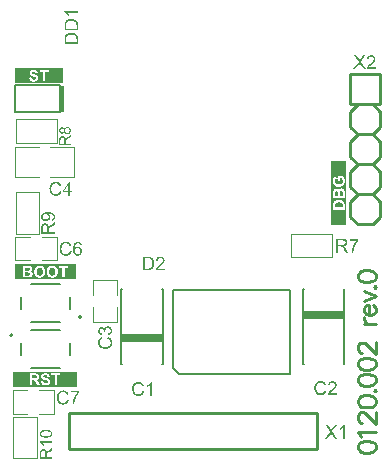
<source format=gto>
G04 Layer_Color=65535*
%FSLAX44Y44*%
%MOMM*%
G71*
G01*
G75*
%ADD26C,0.2540*%
%ADD40C,0.1270*%
%ADD41C,0.1250*%
%ADD42C,0.2000*%
%ADD43C,0.2032*%
%ADD44R,0.3000X2.2430*%
%ADD45R,3.4000X0.7000*%
G36*
X56208Y233811D02*
X57770D01*
Y232512D01*
X56208D01*
Y229750D01*
X54796D01*
Y232512D01*
X49772D01*
Y233811D01*
X55046Y241285D01*
X56208D01*
Y233811D01*
D02*
G37*
G36*
X44474Y241472D02*
X44623Y241460D01*
X44798Y241434D01*
X44986Y241409D01*
X45198Y241372D01*
X45423Y241322D01*
X45661Y241272D01*
X45898Y241197D01*
X46148Y241110D01*
X46398Y241010D01*
X46635Y240885D01*
X46873Y240760D01*
X47098Y240597D01*
X47110Y240585D01*
X47148Y240560D01*
X47210Y240510D01*
X47285Y240435D01*
X47385Y240347D01*
X47498Y240235D01*
X47610Y240110D01*
X47748Y239960D01*
X47885Y239797D01*
X48023Y239610D01*
X48160Y239410D01*
X48285Y239185D01*
X48422Y238948D01*
X48535Y238685D01*
X48647Y238410D01*
X48748Y238123D01*
X47248Y237773D01*
Y237785D01*
X47223Y237823D01*
X47210Y237898D01*
X47173Y237985D01*
X47135Y238085D01*
X47073Y238198D01*
X46948Y238473D01*
X46785Y238773D01*
X46573Y239085D01*
X46348Y239373D01*
X46211Y239498D01*
X46073Y239610D01*
X46061Y239622D01*
X46036Y239635D01*
X45998Y239660D01*
X45936Y239697D01*
X45861Y239748D01*
X45773Y239797D01*
X45673Y239847D01*
X45548Y239897D01*
X45411Y239947D01*
X45273Y239997D01*
X44948Y240097D01*
X44573Y240160D01*
X44374Y240185D01*
X44036D01*
X43936Y240172D01*
X43824Y240160D01*
X43686Y240147D01*
X43536Y240135D01*
X43386Y240110D01*
X43024Y240022D01*
X42649Y239910D01*
X42462Y239835D01*
X42274Y239748D01*
X42099Y239648D01*
X41924Y239535D01*
X41912Y239522D01*
X41887Y239510D01*
X41837Y239473D01*
X41774Y239422D01*
X41712Y239360D01*
X41624Y239273D01*
X41537Y239185D01*
X41437Y239085D01*
X41337Y238960D01*
X41224Y238835D01*
X41024Y238548D01*
X40837Y238210D01*
X40675Y237823D01*
Y237810D01*
X40662Y237773D01*
X40637Y237710D01*
X40624Y237635D01*
X40599Y237535D01*
X40562Y237423D01*
X40537Y237286D01*
X40500Y237148D01*
X40462Y236986D01*
X40437Y236811D01*
X40375Y236436D01*
X40337Y236036D01*
X40325Y235611D01*
Y235599D01*
Y235548D01*
Y235473D01*
X40337Y235361D01*
Y235236D01*
X40350Y235086D01*
X40362Y234924D01*
X40375Y234736D01*
X40400Y234536D01*
X40425Y234336D01*
X40500Y233899D01*
X40612Y233462D01*
X40750Y233037D01*
Y233024D01*
X40774Y232987D01*
X40799Y232937D01*
X40824Y232862D01*
X40875Y232762D01*
X40937Y232662D01*
X41074Y232424D01*
X41262Y232149D01*
X41487Y231887D01*
X41762Y231625D01*
X41912Y231512D01*
X42074Y231400D01*
X42087D01*
X42112Y231375D01*
X42162Y231350D01*
X42237Y231312D01*
X42324Y231275D01*
X42424Y231225D01*
X42537Y231187D01*
X42661Y231137D01*
X42949Y231037D01*
X43286Y230950D01*
X43649Y230887D01*
X43836Y230875D01*
X44036Y230862D01*
X44161D01*
X44249Y230875D01*
X44361Y230887D01*
X44486Y230900D01*
X44636Y230925D01*
X44786Y230950D01*
X45136Y231037D01*
X45311Y231100D01*
X45498Y231175D01*
X45686Y231262D01*
X45861Y231362D01*
X46036Y231475D01*
X46211Y231600D01*
X46223Y231612D01*
X46248Y231637D01*
X46298Y231674D01*
X46361Y231737D01*
X46423Y231812D01*
X46511Y231912D01*
X46598Y232024D01*
X46698Y232149D01*
X46798Y232299D01*
X46898Y232462D01*
X46998Y232637D01*
X47098Y232837D01*
X47185Y233049D01*
X47273Y233287D01*
X47360Y233536D01*
X47423Y233799D01*
X48947Y233412D01*
Y233387D01*
X48922Y233324D01*
X48897Y233237D01*
X48847Y233099D01*
X48797Y232949D01*
X48723Y232762D01*
X48647Y232562D01*
X48548Y232349D01*
X48435Y232112D01*
X48310Y231887D01*
X48173Y231637D01*
X48010Y231400D01*
X47835Y231175D01*
X47648Y230950D01*
X47435Y230737D01*
X47210Y230537D01*
X47198Y230525D01*
X47148Y230500D01*
X47085Y230450D01*
X46985Y230387D01*
X46873Y230312D01*
X46723Y230225D01*
X46561Y230137D01*
X46361Y230050D01*
X46148Y229963D01*
X45923Y229875D01*
X45673Y229788D01*
X45398Y229713D01*
X45111Y229650D01*
X44811Y229600D01*
X44499Y229575D01*
X44161Y229563D01*
X43986D01*
X43849Y229575D01*
X43699Y229588D01*
X43511Y229600D01*
X43311Y229625D01*
X43086Y229662D01*
X42849Y229700D01*
X42599Y229750D01*
X42349Y229813D01*
X42099Y229875D01*
X41837Y229963D01*
X41587Y230062D01*
X41349Y230175D01*
X41124Y230312D01*
X41112Y230325D01*
X41074Y230350D01*
X41012Y230387D01*
X40937Y230450D01*
X40837Y230537D01*
X40725Y230625D01*
X40599Y230737D01*
X40462Y230875D01*
X40325Y231025D01*
X40175Y231187D01*
X40037Y231362D01*
X39887Y231562D01*
X39737Y231775D01*
X39600Y231999D01*
X39475Y232249D01*
X39350Y232512D01*
X39337Y232524D01*
X39325Y232574D01*
X39300Y232662D01*
X39262Y232762D01*
X39212Y232899D01*
X39162Y233049D01*
X39112Y233237D01*
X39050Y233437D01*
X39000Y233661D01*
X38937Y233899D01*
X38888Y234149D01*
X38850Y234424D01*
X38775Y234999D01*
X38763Y235299D01*
X38750Y235599D01*
Y235623D01*
Y235674D01*
Y235774D01*
X38763Y235898D01*
X38775Y236061D01*
X38788Y236248D01*
X38812Y236448D01*
X38837Y236673D01*
X38875Y236911D01*
X38912Y237161D01*
X39037Y237698D01*
X39125Y237960D01*
X39212Y238223D01*
X39312Y238498D01*
X39437Y238748D01*
X39450Y238760D01*
X39475Y238810D01*
X39512Y238873D01*
X39562Y238973D01*
X39637Y239085D01*
X39725Y239210D01*
X39825Y239348D01*
X39937Y239510D01*
X40075Y239660D01*
X40212Y239835D01*
X40375Y239997D01*
X40550Y240172D01*
X40737Y240335D01*
X40937Y240497D01*
X41162Y240647D01*
X41387Y240785D01*
X41399Y240797D01*
X41449Y240810D01*
X41512Y240847D01*
X41612Y240897D01*
X41724Y240947D01*
X41874Y241010D01*
X42037Y241072D01*
X42212Y241135D01*
X42412Y241197D01*
X42636Y241260D01*
X42861Y241322D01*
X43111Y241372D01*
X43624Y241460D01*
X43899Y241472D01*
X44186Y241485D01*
X44349D01*
X44474Y241472D01*
D02*
G37*
G36*
X88043Y110172D02*
X88131Y110147D01*
X88268Y110097D01*
X88418Y110047D01*
X88606Y109972D01*
X88806Y109897D01*
X89018Y109797D01*
X89256Y109685D01*
X89481Y109560D01*
X89731Y109423D01*
X89968Y109260D01*
X90193Y109085D01*
X90418Y108898D01*
X90630Y108685D01*
X90830Y108460D01*
X90843Y108448D01*
X90868Y108398D01*
X90918Y108335D01*
X90980Y108235D01*
X91055Y108123D01*
X91143Y107973D01*
X91230Y107810D01*
X91318Y107611D01*
X91405Y107398D01*
X91493Y107173D01*
X91580Y106923D01*
X91655Y106648D01*
X91718Y106361D01*
X91768Y106061D01*
X91792Y105749D01*
X91805Y105411D01*
Y105386D01*
Y105324D01*
Y105236D01*
X91792Y105099D01*
X91780Y104949D01*
X91768Y104761D01*
X91742Y104561D01*
X91705Y104336D01*
X91667Y104099D01*
X91617Y103849D01*
X91555Y103599D01*
X91493Y103349D01*
X91405Y103087D01*
X91305Y102837D01*
X91193Y102599D01*
X91055Y102374D01*
X91043Y102362D01*
X91018Y102324D01*
X90980Y102262D01*
X90918Y102187D01*
X90830Y102087D01*
X90743Y101974D01*
X90630Y101849D01*
X90493Y101712D01*
X90343Y101575D01*
X90180Y101425D01*
X90006Y101287D01*
X89805Y101137D01*
X89593Y100987D01*
X89368Y100850D01*
X89118Y100725D01*
X88856Y100600D01*
X88843Y100587D01*
X88793Y100575D01*
X88706Y100550D01*
X88606Y100512D01*
X88468Y100462D01*
X88318Y100412D01*
X88131Y100362D01*
X87931Y100300D01*
X87706Y100250D01*
X87469Y100188D01*
X87219Y100138D01*
X86944Y100100D01*
X86369Y100025D01*
X86069Y100013D01*
X85769Y100000D01*
X85594D01*
X85469Y100013D01*
X85307Y100025D01*
X85119Y100037D01*
X84919Y100063D01*
X84694Y100087D01*
X84457Y100125D01*
X84207Y100162D01*
X83670Y100287D01*
X83407Y100375D01*
X83145Y100462D01*
X82870Y100562D01*
X82620Y100687D01*
X82607Y100700D01*
X82557Y100725D01*
X82495Y100762D01*
X82395Y100812D01*
X82282Y100887D01*
X82157Y100975D01*
X82020Y101075D01*
X81858Y101187D01*
X81708Y101325D01*
X81533Y101462D01*
X81370Y101625D01*
X81195Y101799D01*
X81033Y101987D01*
X80870Y102187D01*
X80720Y102412D01*
X80583Y102637D01*
X80570Y102649D01*
X80558Y102699D01*
X80520Y102762D01*
X80470Y102862D01*
X80420Y102974D01*
X80358Y103124D01*
X80295Y103287D01*
X80233Y103462D01*
X80170Y103662D01*
X80108Y103886D01*
X80045Y104111D01*
X79995Y104361D01*
X79908Y104874D01*
X79896Y105149D01*
X79883Y105436D01*
Y105461D01*
Y105511D01*
Y105599D01*
X79896Y105723D01*
X79908Y105873D01*
X79933Y106048D01*
X79958Y106236D01*
X79995Y106448D01*
X80045Y106673D01*
X80096Y106911D01*
X80170Y107148D01*
X80258Y107398D01*
X80358Y107648D01*
X80483Y107886D01*
X80608Y108123D01*
X80770Y108348D01*
X80783Y108360D01*
X80808Y108398D01*
X80858Y108460D01*
X80933Y108535D01*
X81020Y108635D01*
X81133Y108748D01*
X81258Y108860D01*
X81408Y108998D01*
X81570Y109135D01*
X81758Y109273D01*
X81958Y109410D01*
X82183Y109535D01*
X82420Y109672D01*
X82682Y109785D01*
X82957Y109897D01*
X83245Y109997D01*
X83595Y108498D01*
X83582D01*
X83545Y108473D01*
X83470Y108460D01*
X83382Y108423D01*
X83282Y108385D01*
X83170Y108323D01*
X82895Y108198D01*
X82595Y108035D01*
X82282Y107823D01*
X81995Y107598D01*
X81870Y107461D01*
X81758Y107323D01*
X81745Y107311D01*
X81733Y107286D01*
X81708Y107248D01*
X81670Y107186D01*
X81620Y107111D01*
X81570Y107023D01*
X81520Y106923D01*
X81470Y106798D01*
X81420Y106661D01*
X81370Y106523D01*
X81270Y106198D01*
X81208Y105823D01*
X81183Y105624D01*
Y105411D01*
Y105399D01*
Y105349D01*
Y105286D01*
X81195Y105186D01*
X81208Y105074D01*
X81220Y104936D01*
X81233Y104786D01*
X81258Y104636D01*
X81345Y104274D01*
X81458Y103899D01*
X81533Y103712D01*
X81620Y103524D01*
X81720Y103349D01*
X81833Y103174D01*
X81845Y103162D01*
X81858Y103137D01*
X81895Y103087D01*
X81945Y103024D01*
X82008Y102962D01*
X82095Y102874D01*
X82183Y102787D01*
X82282Y102687D01*
X82407Y102587D01*
X82532Y102474D01*
X82820Y102274D01*
X83157Y102087D01*
X83545Y101924D01*
X83557D01*
X83595Y101912D01*
X83657Y101887D01*
X83732Y101875D01*
X83832Y101849D01*
X83945Y101812D01*
X84082Y101787D01*
X84219Y101750D01*
X84382Y101712D01*
X84557Y101687D01*
X84932Y101625D01*
X85332Y101587D01*
X85757Y101575D01*
X85894D01*
X86006Y101587D01*
X86131D01*
X86281Y101600D01*
X86444Y101612D01*
X86631Y101625D01*
X86831Y101650D01*
X87031Y101675D01*
X87469Y101750D01*
X87906Y101862D01*
X88331Y102000D01*
X88343D01*
X88381Y102024D01*
X88431Y102050D01*
X88506Y102074D01*
X88606Y102125D01*
X88706Y102187D01*
X88943Y102324D01*
X89218Y102512D01*
X89481Y102737D01*
X89743Y103012D01*
X89855Y103162D01*
X89968Y103324D01*
Y103337D01*
X89993Y103362D01*
X90018Y103412D01*
X90055Y103487D01*
X90093Y103574D01*
X90143Y103674D01*
X90180Y103786D01*
X90230Y103912D01*
X90330Y104199D01*
X90418Y104536D01*
X90480Y104899D01*
X90493Y105086D01*
X90505Y105286D01*
Y105299D01*
Y105349D01*
Y105411D01*
X90493Y105499D01*
X90480Y105611D01*
X90468Y105736D01*
X90443Y105886D01*
X90418Y106036D01*
X90330Y106386D01*
X90268Y106561D01*
X90193Y106748D01*
X90105Y106936D01*
X90006Y107111D01*
X89893Y107286D01*
X89768Y107461D01*
X89755Y107473D01*
X89731Y107498D01*
X89693Y107548D01*
X89631Y107611D01*
X89556Y107673D01*
X89456Y107760D01*
X89343Y107848D01*
X89218Y107948D01*
X89068Y108048D01*
X88906Y108148D01*
X88731Y108248D01*
X88531Y108348D01*
X88318Y108435D01*
X88081Y108523D01*
X87831Y108610D01*
X87569Y108673D01*
X87956Y110197D01*
X87981D01*
X88043Y110172D01*
D02*
G37*
G36*
X63058Y190560D02*
X63171Y190547D01*
X63308Y190534D01*
X63458Y190510D01*
X63621Y190472D01*
X63983Y190385D01*
X64158Y190322D01*
X64358Y190247D01*
X64546Y190160D01*
X64721Y190047D01*
X64896Y189935D01*
X65070Y189797D01*
X65083Y189785D01*
X65108Y189760D01*
X65158Y189722D01*
X65208Y189660D01*
X65283Y189585D01*
X65358Y189485D01*
X65445Y189372D01*
X65533Y189247D01*
X65620Y189110D01*
X65708Y188948D01*
X65795Y188773D01*
X65883Y188585D01*
X65958Y188385D01*
X66020Y188173D01*
X66083Y187948D01*
X66120Y187698D01*
X64708Y187585D01*
Y187598D01*
X64696Y187623D01*
X64683Y187660D01*
X64671Y187723D01*
X64633Y187873D01*
X64571Y188048D01*
X64496Y188248D01*
X64396Y188448D01*
X64296Y188635D01*
X64171Y188797D01*
X64158Y188810D01*
X64146Y188822D01*
X64108Y188860D01*
X64071Y188897D01*
X63946Y188997D01*
X63771Y189110D01*
X63571Y189222D01*
X63321Y189310D01*
X63046Y189385D01*
X62896Y189397D01*
X62746Y189410D01*
X62634D01*
X62496Y189385D01*
X62334Y189360D01*
X62146Y189310D01*
X61946Y189247D01*
X61746Y189147D01*
X61546Y189022D01*
X61534D01*
X61521Y188997D01*
X61484Y188972D01*
X61434Y188935D01*
X61321Y188822D01*
X61171Y188660D01*
X60996Y188460D01*
X60821Y188210D01*
X60659Y187923D01*
X60497Y187598D01*
Y187585D01*
X60484Y187560D01*
X60459Y187498D01*
X60434Y187423D01*
X60409Y187335D01*
X60372Y187210D01*
X60334Y187073D01*
X60297Y186923D01*
X60259Y186748D01*
X60234Y186548D01*
X60197Y186323D01*
X60159Y186086D01*
X60134Y185836D01*
X60122Y185561D01*
X60109Y185261D01*
X60097Y184961D01*
X60097Y184961D01*
Y184949D01*
X60097Y184961D01*
X60122Y184986D01*
X60147Y185023D01*
X60184Y185073D01*
X60297Y185211D01*
X60434Y185386D01*
X60622Y185573D01*
X60834Y185761D01*
X61072Y185936D01*
X61334Y186098D01*
X61346D01*
X61371Y186111D01*
X61409Y186136D01*
X61459Y186161D01*
X61534Y186186D01*
X61609Y186223D01*
X61809Y186298D01*
X62046Y186361D01*
X62309Y186423D01*
X62596Y186473D01*
X62896Y186486D01*
X62958D01*
X63033Y186473D01*
X63133D01*
X63258Y186448D01*
X63396Y186436D01*
X63558Y186398D01*
X63733Y186361D01*
X63908Y186298D01*
X64108Y186236D01*
X64308Y186148D01*
X64508Y186048D01*
X64721Y185923D01*
X64921Y185786D01*
X65120Y185623D01*
X65308Y185436D01*
X65320Y185423D01*
X65345Y185386D01*
X65395Y185336D01*
X65470Y185248D01*
X65545Y185148D01*
X65620Y185023D01*
X65720Y184874D01*
X65808Y184711D01*
X65895Y184524D01*
X65995Y184324D01*
X66070Y184099D01*
X66158Y183861D01*
X66220Y183611D01*
X66270Y183336D01*
X66295Y183049D01*
X66308Y182749D01*
Y182736D01*
Y182699D01*
Y182649D01*
X66295Y182562D01*
Y182474D01*
X66283Y182362D01*
X66270Y182224D01*
X66245Y182087D01*
X66195Y181774D01*
X66108Y181437D01*
X65995Y181087D01*
X65833Y180725D01*
Y180712D01*
X65808Y180687D01*
X65783Y180637D01*
X65745Y180575D01*
X65695Y180500D01*
X65645Y180412D01*
X65495Y180200D01*
X65320Y179975D01*
X65095Y179737D01*
X64833Y179500D01*
X64546Y179300D01*
X64533D01*
X64508Y179275D01*
X64458Y179250D01*
X64396Y179225D01*
X64321Y179187D01*
X64233Y179150D01*
X64121Y179100D01*
X64008Y179062D01*
X63733Y178962D01*
X63408Y178888D01*
X63058Y178838D01*
X62684Y178813D01*
X62609D01*
X62509Y178825D01*
X62384Y178838D01*
X62234Y178850D01*
X62059Y178888D01*
X61871Y178925D01*
X61659Y178975D01*
X61434Y179050D01*
X61196Y179125D01*
X60959Y179237D01*
X60722Y179362D01*
X60472Y179512D01*
X60247Y179687D01*
X60009Y179887D01*
X59797Y180112D01*
X59784Y180125D01*
X59747Y180175D01*
X59697Y180250D01*
X59622Y180362D01*
X59534Y180500D01*
X59447Y180675D01*
X59347Y180887D01*
X59247Y181137D01*
X59134Y181412D01*
X59035Y181724D01*
X58947Y182074D01*
X58860Y182462D01*
X58784Y182887D01*
X58735Y183349D01*
X58697Y183849D01*
X58685Y184386D01*
Y184399D01*
Y184424D01*
Y184474D01*
Y184536D01*
Y184611D01*
X58697Y184711D01*
Y184811D01*
X58710Y184936D01*
X58722Y185211D01*
X58747Y185523D01*
X58784Y185873D01*
X58835Y186248D01*
X58910Y186648D01*
X58984Y187048D01*
X59085Y187448D01*
X59209Y187848D01*
X59347Y188235D01*
X59509Y188610D01*
X59709Y188948D01*
X59922Y189247D01*
X59934Y189260D01*
X59972Y189310D01*
X60034Y189372D01*
X60122Y189460D01*
X60222Y189560D01*
X60359Y189672D01*
X60509Y189785D01*
X60684Y189910D01*
X60884Y190035D01*
X61109Y190147D01*
X61346Y190260D01*
X61609Y190360D01*
X61884Y190447D01*
X62184Y190510D01*
X62496Y190560D01*
X62833Y190572D01*
X62971D01*
X63058Y190560D01*
D02*
G37*
G36*
X64058Y63272D02*
X64045Y63260D01*
X64008Y63222D01*
X63945Y63147D01*
X63870Y63060D01*
X63770Y62935D01*
X63645Y62797D01*
X63520Y62635D01*
X63370Y62448D01*
X63208Y62235D01*
X63033Y61998D01*
X62845Y61735D01*
X62658Y61460D01*
X62470Y61173D01*
X62271Y60848D01*
X62058Y60511D01*
X61858Y60161D01*
X61846Y60136D01*
X61808Y60073D01*
X61758Y59973D01*
X61683Y59823D01*
X61596Y59648D01*
X61483Y59436D01*
X61371Y59198D01*
X61246Y58936D01*
X61121Y58649D01*
X60983Y58336D01*
X60846Y57999D01*
X60708Y57661D01*
X60571Y57299D01*
X60434Y56924D01*
X60196Y56162D01*
Y56149D01*
X60184Y56099D01*
X60159Y56012D01*
X60134Y55912D01*
X60096Y55774D01*
X60059Y55612D01*
X60009Y55424D01*
X59971Y55224D01*
X59921Y54999D01*
X59884Y54749D01*
X59834Y54487D01*
X59796Y54212D01*
X59746Y53925D01*
X59709Y53625D01*
X59659Y53000D01*
X58209D01*
Y53012D01*
Y53063D01*
Y53137D01*
X58222Y53237D01*
X58234Y53375D01*
X58247Y53525D01*
X58259Y53712D01*
X58284Y53912D01*
X58309Y54150D01*
X58347Y54387D01*
X58384Y54662D01*
X58434Y54949D01*
X58497Y55262D01*
X58559Y55587D01*
X58646Y55924D01*
X58734Y56274D01*
X58747Y56299D01*
X58759Y56362D01*
X58784Y56462D01*
X58834Y56599D01*
X58884Y56774D01*
X58946Y56986D01*
X59021Y57211D01*
X59109Y57461D01*
X59209Y57736D01*
X59321Y58036D01*
X59434Y58349D01*
X59571Y58661D01*
X59859Y59323D01*
X60196Y59998D01*
X60209Y60023D01*
X60246Y60073D01*
X60296Y60173D01*
X60359Y60298D01*
X60459Y60448D01*
X60559Y60623D01*
X60683Y60823D01*
X60809Y61048D01*
X60958Y61273D01*
X61121Y61523D01*
X61471Y62023D01*
X61846Y62535D01*
X62046Y62785D01*
X62246Y63022D01*
X56597D01*
Y64385D01*
X64058D01*
Y63272D01*
D02*
G37*
G36*
X50724Y64722D02*
X50873Y64710D01*
X51048Y64685D01*
X51236Y64660D01*
X51448Y64622D01*
X51673Y64572D01*
X51911Y64522D01*
X52148Y64447D01*
X52398Y64360D01*
X52648Y64260D01*
X52885Y64135D01*
X53123Y64010D01*
X53348Y63847D01*
X53360Y63835D01*
X53398Y63810D01*
X53460Y63760D01*
X53535Y63685D01*
X53635Y63597D01*
X53748Y63485D01*
X53860Y63360D01*
X53998Y63210D01*
X54135Y63047D01*
X54273Y62860D01*
X54410Y62660D01*
X54535Y62435D01*
X54672Y62198D01*
X54785Y61935D01*
X54897Y61660D01*
X54998Y61373D01*
X53498Y61023D01*
Y61035D01*
X53473Y61073D01*
X53460Y61148D01*
X53423Y61235D01*
X53385Y61335D01*
X53323Y61448D01*
X53198Y61723D01*
X53035Y62023D01*
X52823Y62335D01*
X52598Y62622D01*
X52461Y62748D01*
X52323Y62860D01*
X52311Y62873D01*
X52286Y62885D01*
X52248Y62910D01*
X52186Y62947D01*
X52111Y62997D01*
X52023Y63047D01*
X51923Y63097D01*
X51798Y63147D01*
X51661Y63197D01*
X51523Y63247D01*
X51198Y63347D01*
X50823Y63410D01*
X50624Y63435D01*
X50286D01*
X50186Y63422D01*
X50074Y63410D01*
X49936Y63397D01*
X49786Y63385D01*
X49636Y63360D01*
X49274Y63272D01*
X48899Y63160D01*
X48712Y63085D01*
X48524Y62997D01*
X48349Y62898D01*
X48174Y62785D01*
X48162Y62772D01*
X48137Y62760D01*
X48087Y62723D01*
X48024Y62673D01*
X47962Y62610D01*
X47874Y62523D01*
X47787Y62435D01*
X47687Y62335D01*
X47587Y62210D01*
X47474Y62085D01*
X47274Y61798D01*
X47087Y61460D01*
X46925Y61073D01*
Y61060D01*
X46912Y61023D01*
X46887Y60960D01*
X46874Y60886D01*
X46849Y60785D01*
X46812Y60673D01*
X46787Y60536D01*
X46750Y60398D01*
X46712Y60236D01*
X46687Y60061D01*
X46625Y59686D01*
X46587Y59286D01*
X46575Y58861D01*
Y58849D01*
Y58798D01*
Y58724D01*
X46587Y58611D01*
Y58486D01*
X46600Y58336D01*
X46612Y58174D01*
X46625Y57986D01*
X46650Y57786D01*
X46675Y57586D01*
X46750Y57149D01*
X46862Y56712D01*
X47000Y56287D01*
Y56274D01*
X47024Y56237D01*
X47049Y56187D01*
X47074Y56112D01*
X47125Y56012D01*
X47187Y55912D01*
X47324Y55674D01*
X47512Y55399D01*
X47737Y55137D01*
X48012Y54875D01*
X48162Y54762D01*
X48324Y54650D01*
X48337D01*
X48362Y54625D01*
X48412Y54600D01*
X48487Y54562D01*
X48574Y54525D01*
X48674Y54475D01*
X48787Y54437D01*
X48911Y54387D01*
X49199Y54287D01*
X49536Y54200D01*
X49899Y54137D01*
X50086Y54125D01*
X50286Y54112D01*
X50411D01*
X50499Y54125D01*
X50611Y54137D01*
X50736Y54150D01*
X50886Y54175D01*
X51036Y54200D01*
X51386Y54287D01*
X51561Y54350D01*
X51748Y54425D01*
X51936Y54512D01*
X52111Y54612D01*
X52286Y54725D01*
X52461Y54850D01*
X52473Y54862D01*
X52498Y54887D01*
X52548Y54925D01*
X52611Y54987D01*
X52673Y55062D01*
X52761Y55162D01*
X52848Y55274D01*
X52948Y55399D01*
X53048Y55549D01*
X53148Y55712D01*
X53248Y55887D01*
X53348Y56087D01*
X53435Y56299D01*
X53523Y56537D01*
X53610Y56786D01*
X53673Y57049D01*
X55197Y56662D01*
Y56637D01*
X55172Y56574D01*
X55147Y56487D01*
X55097Y56349D01*
X55047Y56199D01*
X54973Y56012D01*
X54897Y55812D01*
X54798Y55599D01*
X54685Y55362D01*
X54560Y55137D01*
X54423Y54887D01*
X54260Y54650D01*
X54085Y54425D01*
X53898Y54200D01*
X53685Y53987D01*
X53460Y53787D01*
X53448Y53775D01*
X53398Y53750D01*
X53335Y53700D01*
X53235Y53637D01*
X53123Y53562D01*
X52973Y53475D01*
X52811Y53387D01*
X52611Y53300D01*
X52398Y53212D01*
X52173Y53125D01*
X51923Y53038D01*
X51648Y52962D01*
X51361Y52900D01*
X51061Y52850D01*
X50749Y52825D01*
X50411Y52812D01*
X50236D01*
X50099Y52825D01*
X49949Y52838D01*
X49761Y52850D01*
X49561Y52875D01*
X49336Y52913D01*
X49099Y52950D01*
X48849Y53000D01*
X48599Y53063D01*
X48349Y53125D01*
X48087Y53212D01*
X47837Y53312D01*
X47599Y53425D01*
X47374Y53562D01*
X47362Y53575D01*
X47324Y53600D01*
X47262Y53637D01*
X47187Y53700D01*
X47087Y53787D01*
X46975Y53875D01*
X46849Y53987D01*
X46712Y54125D01*
X46575Y54275D01*
X46425Y54437D01*
X46287Y54612D01*
X46137Y54812D01*
X45987Y55024D01*
X45850Y55249D01*
X45725Y55499D01*
X45600Y55762D01*
X45587Y55774D01*
X45575Y55824D01*
X45550Y55912D01*
X45512Y56012D01*
X45462Y56149D01*
X45412Y56299D01*
X45362Y56487D01*
X45300Y56687D01*
X45250Y56912D01*
X45188Y57149D01*
X45138Y57399D01*
X45100Y57674D01*
X45025Y58249D01*
X45012Y58549D01*
X45000Y58849D01*
Y58874D01*
Y58924D01*
Y59023D01*
X45012Y59148D01*
X45025Y59311D01*
X45037Y59498D01*
X45062Y59698D01*
X45087Y59923D01*
X45125Y60161D01*
X45163Y60411D01*
X45287Y60948D01*
X45375Y61210D01*
X45462Y61473D01*
X45562Y61748D01*
X45687Y61998D01*
X45700Y62010D01*
X45725Y62060D01*
X45762Y62123D01*
X45812Y62223D01*
X45887Y62335D01*
X45975Y62460D01*
X46075Y62597D01*
X46187Y62760D01*
X46325Y62910D01*
X46462Y63085D01*
X46625Y63247D01*
X46800Y63422D01*
X46987Y63585D01*
X47187Y63747D01*
X47412Y63897D01*
X47637Y64035D01*
X47649Y64047D01*
X47699Y64060D01*
X47762Y64097D01*
X47862Y64147D01*
X47974Y64197D01*
X48124Y64260D01*
X48287Y64322D01*
X48462Y64385D01*
X48662Y64447D01*
X48886Y64510D01*
X49111Y64572D01*
X49361Y64622D01*
X49874Y64710D01*
X50149Y64722D01*
X50436Y64735D01*
X50599D01*
X50724Y64722D01*
D02*
G37*
G36*
X52973Y190722D02*
X53123Y190709D01*
X53298Y190685D01*
X53486Y190660D01*
X53698Y190622D01*
X53923Y190572D01*
X54161Y190522D01*
X54398Y190447D01*
X54648Y190360D01*
X54898Y190260D01*
X55135Y190135D01*
X55373Y190010D01*
X55598Y189847D01*
X55610Y189835D01*
X55648Y189810D01*
X55710Y189760D01*
X55785Y189685D01*
X55885Y189597D01*
X55998Y189485D01*
X56110Y189360D01*
X56248Y189210D01*
X56385Y189047D01*
X56523Y188860D01*
X56660Y188660D01*
X56785Y188435D01*
X56922Y188198D01*
X57035Y187935D01*
X57147Y187660D01*
X57247Y187373D01*
X55748Y187023D01*
Y187035D01*
X55723Y187073D01*
X55710Y187148D01*
X55673Y187235D01*
X55635Y187335D01*
X55573Y187448D01*
X55448Y187723D01*
X55285Y188023D01*
X55073Y188335D01*
X54848Y188622D01*
X54711Y188748D01*
X54573Y188860D01*
X54561Y188873D01*
X54536Y188885D01*
X54498Y188910D01*
X54436Y188948D01*
X54361Y188997D01*
X54273Y189047D01*
X54173Y189097D01*
X54048Y189147D01*
X53911Y189197D01*
X53773Y189247D01*
X53448Y189347D01*
X53074Y189410D01*
X52874Y189435D01*
X52536D01*
X52436Y189422D01*
X52324Y189410D01*
X52186Y189397D01*
X52036Y189385D01*
X51886Y189360D01*
X51524Y189272D01*
X51149Y189160D01*
X50961Y189085D01*
X50774Y188997D01*
X50599Y188897D01*
X50424Y188785D01*
X50412Y188773D01*
X50387Y188760D01*
X50337Y188722D01*
X50274Y188673D01*
X50212Y188610D01*
X50124Y188523D01*
X50037Y188435D01*
X49937Y188335D01*
X49837Y188210D01*
X49724Y188085D01*
X49524Y187798D01*
X49337Y187460D01*
X49174Y187073D01*
Y187060D01*
X49162Y187023D01*
X49137Y186961D01*
X49124Y186886D01*
X49099Y186786D01*
X49062Y186673D01*
X49037Y186536D01*
X49000Y186398D01*
X48962Y186236D01*
X48937Y186061D01*
X48875Y185686D01*
X48837Y185286D01*
X48825Y184861D01*
Y184848D01*
Y184799D01*
Y184723D01*
X48837Y184611D01*
Y184486D01*
X48850Y184336D01*
X48862Y184174D01*
X48875Y183986D01*
X48900Y183786D01*
X48925Y183586D01*
X49000Y183149D01*
X49112Y182712D01*
X49250Y182287D01*
Y182274D01*
X49275Y182237D01*
X49300Y182187D01*
X49324Y182112D01*
X49374Y182012D01*
X49437Y181912D01*
X49574Y181674D01*
X49762Y181399D01*
X49987Y181137D01*
X50262Y180875D01*
X50412Y180762D01*
X50574Y180650D01*
X50587D01*
X50612Y180625D01*
X50662Y180600D01*
X50737Y180562D01*
X50824Y180525D01*
X50924Y180475D01*
X51037Y180437D01*
X51161Y180387D01*
X51449Y180287D01*
X51786Y180200D01*
X52149Y180137D01*
X52336Y180125D01*
X52536Y180112D01*
X52661D01*
X52749Y180125D01*
X52861Y180137D01*
X52986Y180150D01*
X53136Y180175D01*
X53286Y180200D01*
X53636Y180287D01*
X53811Y180350D01*
X53998Y180425D01*
X54186Y180512D01*
X54361Y180612D01*
X54536Y180725D01*
X54711Y180849D01*
X54723Y180862D01*
X54748Y180887D01*
X54798Y180924D01*
X54861Y180987D01*
X54923Y181062D01*
X55010Y181162D01*
X55098Y181274D01*
X55198Y181399D01*
X55298Y181549D01*
X55398Y181712D01*
X55498Y181887D01*
X55598Y182087D01*
X55685Y182299D01*
X55773Y182537D01*
X55860Y182787D01*
X55923Y183049D01*
X57447Y182662D01*
Y182637D01*
X57422Y182574D01*
X57397Y182487D01*
X57347Y182349D01*
X57297Y182199D01*
X57222Y182012D01*
X57147Y181812D01*
X57048Y181599D01*
X56935Y181362D01*
X56810Y181137D01*
X56673Y180887D01*
X56510Y180650D01*
X56335Y180425D01*
X56148Y180200D01*
X55935Y179987D01*
X55710Y179787D01*
X55698Y179775D01*
X55648Y179750D01*
X55585Y179700D01*
X55485Y179637D01*
X55373Y179562D01*
X55223Y179475D01*
X55061Y179387D01*
X54861Y179300D01*
X54648Y179212D01*
X54423Y179125D01*
X54173Y179037D01*
X53898Y178962D01*
X53611Y178900D01*
X53311Y178850D01*
X52998Y178825D01*
X52661Y178813D01*
X52486D01*
X52349Y178825D01*
X52199Y178838D01*
X52011Y178850D01*
X51811Y178875D01*
X51586Y178913D01*
X51349Y178950D01*
X51099Y179000D01*
X50849Y179062D01*
X50599Y179125D01*
X50337Y179212D01*
X50087Y179312D01*
X49849Y179425D01*
X49624Y179562D01*
X49612Y179575D01*
X49574Y179600D01*
X49512Y179637D01*
X49437Y179700D01*
X49337Y179787D01*
X49225Y179875D01*
X49099Y179987D01*
X48962Y180125D01*
X48825Y180275D01*
X48675Y180437D01*
X48537Y180612D01*
X48387Y180812D01*
X48237Y181024D01*
X48100Y181249D01*
X47975Y181499D01*
X47850Y181762D01*
X47837Y181774D01*
X47825Y181824D01*
X47800Y181912D01*
X47762Y182012D01*
X47712Y182149D01*
X47662Y182299D01*
X47612Y182487D01*
X47550Y182687D01*
X47500Y182911D01*
X47437Y183149D01*
X47387Y183399D01*
X47350Y183674D01*
X47275Y184249D01*
X47263Y184549D01*
X47250Y184848D01*
Y184874D01*
Y184923D01*
Y185023D01*
X47263Y185148D01*
X47275Y185311D01*
X47288Y185498D01*
X47312Y185698D01*
X47337Y185923D01*
X47375Y186161D01*
X47413Y186411D01*
X47537Y186948D01*
X47625Y187210D01*
X47712Y187473D01*
X47812Y187748D01*
X47937Y187998D01*
X47950Y188010D01*
X47975Y188060D01*
X48012Y188123D01*
X48062Y188223D01*
X48137Y188335D01*
X48225Y188460D01*
X48325Y188598D01*
X48437Y188760D01*
X48575Y188910D01*
X48712Y189085D01*
X48875Y189247D01*
X49050Y189422D01*
X49237Y189585D01*
X49437Y189747D01*
X49662Y189897D01*
X49887Y190035D01*
X49899Y190047D01*
X49949Y190060D01*
X50012Y190097D01*
X50112Y190147D01*
X50224Y190197D01*
X50374Y190260D01*
X50537Y190322D01*
X50712Y190385D01*
X50912Y190447D01*
X51136Y190510D01*
X51361Y190572D01*
X51611Y190622D01*
X52124Y190709D01*
X52399Y190722D01*
X52686Y190735D01*
X52849D01*
X52973Y190722D01*
D02*
G37*
G36*
X114473Y71972D02*
X114623Y71960D01*
X114798Y71934D01*
X114986Y71909D01*
X115198Y71872D01*
X115423Y71822D01*
X115661Y71772D01*
X115898Y71697D01*
X116148Y71610D01*
X116398Y71510D01*
X116636Y71385D01*
X116873Y71260D01*
X117098Y71097D01*
X117110Y71085D01*
X117148Y71060D01*
X117210Y71010D01*
X117285Y70935D01*
X117385Y70847D01*
X117498Y70735D01*
X117610Y70610D01*
X117748Y70460D01*
X117885Y70297D01*
X118023Y70110D01*
X118160Y69910D01*
X118285Y69685D01*
X118422Y69448D01*
X118535Y69185D01*
X118647Y68910D01*
X118747Y68623D01*
X117248Y68273D01*
Y68285D01*
X117223Y68323D01*
X117210Y68398D01*
X117173Y68485D01*
X117135Y68585D01*
X117073Y68698D01*
X116948Y68973D01*
X116785Y69273D01*
X116573Y69585D01*
X116348Y69872D01*
X116211Y69998D01*
X116073Y70110D01*
X116061Y70122D01*
X116036Y70135D01*
X115998Y70160D01*
X115936Y70197D01*
X115861Y70247D01*
X115773Y70297D01*
X115673Y70347D01*
X115548Y70397D01*
X115411Y70447D01*
X115273Y70497D01*
X114948Y70597D01*
X114573Y70660D01*
X114374Y70685D01*
X114036D01*
X113936Y70672D01*
X113824Y70660D01*
X113686Y70647D01*
X113536Y70635D01*
X113386Y70610D01*
X113024Y70522D01*
X112649Y70410D01*
X112462Y70335D01*
X112274Y70247D01*
X112099Y70148D01*
X111924Y70035D01*
X111912Y70023D01*
X111887Y70010D01*
X111837Y69973D01*
X111774Y69922D01*
X111712Y69860D01*
X111624Y69773D01*
X111537Y69685D01*
X111437Y69585D01*
X111337Y69460D01*
X111224Y69335D01*
X111024Y69048D01*
X110837Y68710D01*
X110674Y68323D01*
Y68310D01*
X110662Y68273D01*
X110637Y68211D01*
X110625Y68135D01*
X110599Y68035D01*
X110562Y67923D01*
X110537Y67786D01*
X110500Y67648D01*
X110462Y67486D01*
X110437Y67311D01*
X110375Y66936D01*
X110337Y66536D01*
X110325Y66111D01*
Y66098D01*
Y66048D01*
Y65974D01*
X110337Y65861D01*
Y65736D01*
X110350Y65586D01*
X110362Y65424D01*
X110375Y65236D01*
X110400Y65036D01*
X110425Y64836D01*
X110500Y64399D01*
X110612Y63962D01*
X110750Y63537D01*
Y63524D01*
X110774Y63487D01*
X110800Y63437D01*
X110824Y63362D01*
X110875Y63262D01*
X110937Y63162D01*
X111074Y62924D01*
X111262Y62649D01*
X111487Y62387D01*
X111762Y62125D01*
X111912Y62012D01*
X112074Y61900D01*
X112087D01*
X112112Y61875D01*
X112162Y61850D01*
X112237Y61812D01*
X112324Y61775D01*
X112424Y61725D01*
X112536Y61687D01*
X112662Y61637D01*
X112949Y61537D01*
X113286Y61450D01*
X113649Y61387D01*
X113836Y61375D01*
X114036Y61362D01*
X114161D01*
X114249Y61375D01*
X114361Y61387D01*
X114486Y61400D01*
X114636Y61425D01*
X114786Y61450D01*
X115136Y61537D01*
X115311Y61600D01*
X115498Y61675D01*
X115686Y61762D01*
X115861Y61862D01*
X116036Y61975D01*
X116211Y62099D01*
X116223Y62112D01*
X116248Y62137D01*
X116298Y62175D01*
X116361Y62237D01*
X116423Y62312D01*
X116510Y62412D01*
X116598Y62524D01*
X116698Y62649D01*
X116798Y62799D01*
X116898Y62962D01*
X116998Y63137D01*
X117098Y63337D01*
X117185Y63549D01*
X117273Y63787D01*
X117360Y64036D01*
X117423Y64299D01*
X118947Y63912D01*
Y63887D01*
X118922Y63824D01*
X118897Y63737D01*
X118847Y63599D01*
X118797Y63449D01*
X118722Y63262D01*
X118647Y63062D01*
X118547Y62849D01*
X118435Y62612D01*
X118310Y62387D01*
X118173Y62137D01*
X118010Y61900D01*
X117835Y61675D01*
X117648Y61450D01*
X117435Y61237D01*
X117210Y61037D01*
X117198Y61025D01*
X117148Y61000D01*
X117085Y60950D01*
X116985Y60887D01*
X116873Y60812D01*
X116723Y60725D01*
X116560Y60637D01*
X116361Y60550D01*
X116148Y60462D01*
X115923Y60375D01*
X115673Y60287D01*
X115398Y60212D01*
X115111Y60150D01*
X114811Y60100D01*
X114499Y60075D01*
X114161Y60062D01*
X113986D01*
X113849Y60075D01*
X113699Y60087D01*
X113511Y60100D01*
X113311Y60125D01*
X113086Y60163D01*
X112849Y60200D01*
X112599Y60250D01*
X112349Y60312D01*
X112099Y60375D01*
X111837Y60462D01*
X111587Y60562D01*
X111349Y60675D01*
X111124Y60812D01*
X111112Y60825D01*
X111074Y60850D01*
X111012Y60887D01*
X110937Y60950D01*
X110837Y61037D01*
X110724Y61125D01*
X110599Y61237D01*
X110462Y61375D01*
X110325Y61525D01*
X110175Y61687D01*
X110037Y61862D01*
X109887Y62062D01*
X109737Y62274D01*
X109600Y62499D01*
X109475Y62749D01*
X109350Y63012D01*
X109337Y63024D01*
X109325Y63074D01*
X109300Y63162D01*
X109262Y63262D01*
X109212Y63399D01*
X109162Y63549D01*
X109112Y63737D01*
X109050Y63937D01*
X109000Y64162D01*
X108938Y64399D01*
X108888Y64649D01*
X108850Y64924D01*
X108775Y65499D01*
X108763Y65799D01*
X108750Y66098D01*
Y66123D01*
Y66174D01*
Y66273D01*
X108763Y66398D01*
X108775Y66561D01*
X108787Y66748D01*
X108813Y66948D01*
X108837Y67173D01*
X108875Y67411D01*
X108912Y67661D01*
X109037Y68198D01*
X109125Y68460D01*
X109212Y68723D01*
X109312Y68998D01*
X109437Y69248D01*
X109450Y69260D01*
X109475Y69310D01*
X109512Y69373D01*
X109562Y69473D01*
X109637Y69585D01*
X109725Y69710D01*
X109825Y69847D01*
X109937Y70010D01*
X110075Y70160D01*
X110212Y70335D01*
X110375Y70497D01*
X110549Y70672D01*
X110737Y70835D01*
X110937Y70997D01*
X111162Y71147D01*
X111387Y71285D01*
X111399Y71297D01*
X111449Y71310D01*
X111512Y71347D01*
X111612Y71397D01*
X111724Y71447D01*
X111874Y71510D01*
X112037Y71572D01*
X112212Y71635D01*
X112412Y71697D01*
X112636Y71760D01*
X112861Y71822D01*
X113111Y71872D01*
X113624Y71960D01*
X113899Y71972D01*
X114186Y71985D01*
X114349D01*
X114473Y71972D01*
D02*
G37*
G36*
X288671Y24000D02*
X287259D01*
Y33010D01*
X287234Y32985D01*
X287171Y32923D01*
X287059Y32835D01*
X286896Y32710D01*
X286709Y32560D01*
X286471Y32398D01*
X286209Y32223D01*
X285909Y32035D01*
X285896D01*
X285871Y32011D01*
X285834Y31985D01*
X285772Y31960D01*
X285697Y31911D01*
X285609Y31873D01*
X285409Y31760D01*
X285184Y31648D01*
X284934Y31523D01*
X284672Y31411D01*
X284422Y31311D01*
Y32673D01*
X284434Y32685D01*
X284472Y32698D01*
X284534Y32735D01*
X284622Y32773D01*
X284722Y32823D01*
X284847Y32898D01*
X284984Y32973D01*
X285122Y33048D01*
X285446Y33248D01*
X285797Y33485D01*
X286159Y33735D01*
X286496Y34022D01*
X286509Y34035D01*
X286534Y34060D01*
X286584Y34097D01*
X286646Y34160D01*
X286709Y34235D01*
X286796Y34310D01*
X286984Y34522D01*
X287196Y34747D01*
X287409Y35010D01*
X287596Y35285D01*
X287759Y35572D01*
X288671D01*
Y24000D01*
D02*
G37*
G36*
X278236Y30048D02*
X282560Y24000D01*
X280698D01*
X277773Y28111D01*
X277761Y28124D01*
X277736Y28174D01*
X277686Y28236D01*
X277624Y28336D01*
X277549Y28436D01*
X277474Y28549D01*
X277299Y28811D01*
Y28799D01*
X277286Y28786D01*
X277236Y28711D01*
X277174Y28611D01*
X277086Y28486D01*
X276899Y28224D01*
X276824Y28099D01*
X276749Y27999D01*
X273825Y24000D01*
X271987D01*
X276449Y29973D01*
X272512Y35535D01*
X274324D01*
X276436Y32573D01*
X276449Y32560D01*
X276461Y32535D01*
X276499Y32485D01*
X276549Y32423D01*
X276599Y32348D01*
X276661Y32260D01*
X276799Y32060D01*
X276949Y31823D01*
X277099Y31598D01*
X277249Y31361D01*
X277361Y31161D01*
Y31173D01*
X277374Y31186D01*
X277399Y31223D01*
X277436Y31273D01*
X277511Y31386D01*
X277624Y31548D01*
X277761Y31748D01*
X277911Y31973D01*
X278098Y32210D01*
X278286Y32460D01*
X280585Y35535D01*
X282247D01*
X278236Y30048D01*
D02*
G37*
G36*
X125583Y60250D02*
X124171D01*
Y69260D01*
X124146Y69235D01*
X124084Y69173D01*
X123971Y69085D01*
X123809Y68960D01*
X123621Y68810D01*
X123384Y68648D01*
X123121Y68473D01*
X122821Y68285D01*
X122809D01*
X122784Y68260D01*
X122746Y68235D01*
X122684Y68211D01*
X122609Y68161D01*
X122521Y68123D01*
X122322Y68011D01*
X122097Y67898D01*
X121847Y67773D01*
X121584Y67661D01*
X121334Y67561D01*
Y68923D01*
X121347Y68935D01*
X121384Y68948D01*
X121447Y68985D01*
X121534Y69023D01*
X121634Y69073D01*
X121759Y69148D01*
X121897Y69223D01*
X122034Y69298D01*
X122359Y69498D01*
X122709Y69735D01*
X123071Y69985D01*
X123409Y70272D01*
X123421Y70285D01*
X123446Y70310D01*
X123496Y70347D01*
X123559Y70410D01*
X123621Y70485D01*
X123709Y70560D01*
X123896Y70772D01*
X124109Y70997D01*
X124321Y71260D01*
X124508Y71535D01*
X124671Y71822D01*
X125583D01*
Y60250D01*
D02*
G37*
G36*
X88368Y119045D02*
X88468D01*
X88606Y119020D01*
X88756Y118995D01*
X88918Y118970D01*
X89106Y118920D01*
X89306Y118858D01*
X89506Y118783D01*
X89718Y118695D01*
X89930Y118583D01*
X90155Y118458D01*
X90368Y118308D01*
X90580Y118145D01*
X90780Y117945D01*
X90793Y117933D01*
X90830Y117895D01*
X90880Y117833D01*
X90943Y117746D01*
X91018Y117646D01*
X91105Y117508D01*
X91205Y117358D01*
X91293Y117183D01*
X91393Y116996D01*
X91493Y116783D01*
X91580Y116558D01*
X91655Y116308D01*
X91718Y116046D01*
X91768Y115771D01*
X91805Y115484D01*
X91818Y115171D01*
Y115159D01*
Y115109D01*
X91805Y115021D01*
Y114921D01*
X91792Y114784D01*
X91768Y114634D01*
X91742Y114471D01*
X91705Y114284D01*
X91655Y114084D01*
X91593Y113884D01*
X91530Y113672D01*
X91443Y113459D01*
X91330Y113247D01*
X91218Y113047D01*
X91080Y112834D01*
X90918Y112647D01*
X90905Y112634D01*
X90880Y112609D01*
X90830Y112559D01*
X90755Y112484D01*
X90668Y112409D01*
X90555Y112322D01*
X90430Y112234D01*
X90280Y112134D01*
X90130Y112034D01*
X89943Y111934D01*
X89755Y111834D01*
X89543Y111747D01*
X89318Y111672D01*
X89081Y111597D01*
X88831Y111547D01*
X88568Y111510D01*
X88381Y112922D01*
X88393D01*
X88431Y112934D01*
X88493Y112947D01*
X88581Y112972D01*
X88681Y112997D01*
X88793Y113022D01*
X89056Y113109D01*
X89343Y113222D01*
X89631Y113359D01*
X89893Y113534D01*
X90006Y113634D01*
X90118Y113734D01*
Y113747D01*
X90143Y113759D01*
X90168Y113797D01*
X90205Y113834D01*
X90280Y113959D01*
X90380Y114134D01*
X90480Y114346D01*
X90555Y114584D01*
X90618Y114871D01*
X90643Y115171D01*
Y115184D01*
Y115221D01*
Y115271D01*
X90630Y115346D01*
X90618Y115421D01*
X90605Y115534D01*
X90555Y115758D01*
X90480Y116033D01*
X90355Y116321D01*
X90268Y116458D01*
X90180Y116596D01*
X90080Y116733D01*
X89956Y116871D01*
X89943Y116883D01*
X89918Y116896D01*
X89881Y116933D01*
X89831Y116983D01*
X89768Y117033D01*
X89681Y117083D01*
X89593Y117146D01*
X89481Y117221D01*
X89231Y117346D01*
X88943Y117445D01*
X88606Y117533D01*
X88431Y117545D01*
X88243Y117558D01*
X88143D01*
X88081Y117545D01*
X87993Y117533D01*
X87906Y117521D01*
X87681Y117483D01*
X87419Y117395D01*
X87156Y117283D01*
X87019Y117208D01*
X86894Y117121D01*
X86769Y117021D01*
X86644Y116908D01*
X86631Y116896D01*
X86619Y116883D01*
X86581Y116846D01*
X86544Y116796D01*
X86494Y116733D01*
X86444Y116658D01*
X86319Y116471D01*
X86206Y116233D01*
X86107Y115958D01*
X86032Y115646D01*
X86019Y115471D01*
X86006Y115296D01*
Y115284D01*
Y115221D01*
X86019Y115134D01*
Y115021D01*
X86044Y114871D01*
X86069Y114709D01*
X86107Y114509D01*
X86156Y114296D01*
X84919Y114446D01*
Y114459D01*
Y114471D01*
X84932Y114534D01*
X84944Y114609D01*
Y114684D01*
Y114696D01*
Y114721D01*
Y114771D01*
X84932Y114834D01*
Y114921D01*
X84919Y115009D01*
X84882Y115221D01*
X84832Y115471D01*
X84744Y115746D01*
X84632Y116033D01*
X84469Y116308D01*
Y116321D01*
X84444Y116346D01*
X84419Y116371D01*
X84382Y116421D01*
X84269Y116546D01*
X84107Y116683D01*
X83907Y116808D01*
X83657Y116933D01*
X83520Y116983D01*
X83357Y117008D01*
X83195Y117033D01*
X83020Y117046D01*
X82945D01*
X82882Y117033D01*
X82745Y117021D01*
X82557Y116983D01*
X82357Y116921D01*
X82145Y116821D01*
X81920Y116683D01*
X81820Y116608D01*
X81720Y116508D01*
X81695Y116483D01*
X81645Y116408D01*
X81558Y116296D01*
X81458Y116146D01*
X81370Y115946D01*
X81283Y115709D01*
X81233Y115446D01*
X81208Y115146D01*
Y115134D01*
Y115109D01*
Y115071D01*
X81220Y115009D01*
Y114934D01*
X81233Y114859D01*
X81270Y114659D01*
X81333Y114446D01*
X81433Y114209D01*
X81558Y113984D01*
X81733Y113759D01*
X81758Y113734D01*
X81833Y113672D01*
X81945Y113572D01*
X82120Y113472D01*
X82332Y113347D01*
X82607Y113234D01*
X82920Y113134D01*
X83282Y113059D01*
X83032Y111647D01*
X83020D01*
X82970Y111659D01*
X82895Y111672D01*
X82795Y111697D01*
X82682Y111735D01*
X82545Y111772D01*
X82395Y111822D01*
X82232Y111884D01*
X81870Y112047D01*
X81695Y112134D01*
X81508Y112247D01*
X81333Y112372D01*
X81158Y112509D01*
X80983Y112659D01*
X80833Y112822D01*
X80820Y112834D01*
X80795Y112859D01*
X80758Y112922D01*
X80708Y112984D01*
X80645Y113084D01*
X80583Y113184D01*
X80508Y113309D01*
X80433Y113459D01*
X80370Y113609D01*
X80295Y113784D01*
X80233Y113971D01*
X80170Y114171D01*
X80120Y114396D01*
X80083Y114621D01*
X80058Y114859D01*
X80045Y115109D01*
Y115121D01*
Y115146D01*
Y115196D01*
Y115271D01*
X80058Y115359D01*
X80070Y115446D01*
X80096Y115683D01*
X80146Y115946D01*
X80220Y116246D01*
X80320Y116546D01*
X80458Y116846D01*
Y116858D01*
X80470Y116883D01*
X80495Y116921D01*
X80533Y116983D01*
X80620Y117121D01*
X80745Y117296D01*
X80908Y117495D01*
X81095Y117696D01*
X81308Y117895D01*
X81558Y118070D01*
X81570D01*
X81583Y118083D01*
X81633Y118108D01*
X81683Y118133D01*
X81745Y118170D01*
X81820Y118208D01*
X82008Y118283D01*
X82232Y118358D01*
X82482Y118433D01*
X82757Y118483D01*
X83045Y118495D01*
X83170D01*
X83320Y118470D01*
X83495Y118445D01*
X83707Y118395D01*
X83932Y118320D01*
X84170Y118220D01*
X84407Y118083D01*
X84419D01*
X84432Y118070D01*
X84507Y118008D01*
X84619Y117920D01*
X84757Y117783D01*
X84919Y117620D01*
X85082Y117408D01*
X85232Y117171D01*
X85382Y116896D01*
Y116908D01*
X85394Y116946D01*
X85407Y116996D01*
X85432Y117071D01*
X85457Y117146D01*
X85494Y117246D01*
X85594Y117483D01*
X85732Y117733D01*
X85894Y117995D01*
X86107Y118258D01*
X86369Y118483D01*
X86381Y118495D01*
X86406Y118508D01*
X86444Y118533D01*
X86506Y118570D01*
X86569Y118620D01*
X86656Y118670D01*
X86756Y118720D01*
X86881Y118770D01*
X87006Y118820D01*
X87144Y118870D01*
X87456Y118970D01*
X87818Y119033D01*
X88019Y119058D01*
X88281D01*
X88368Y119045D01*
D02*
G37*
G36*
X278596Y72559D02*
X278734Y72547D01*
X278896Y72522D01*
X279083Y72497D01*
X279271Y72460D01*
X279483Y72410D01*
X279696Y72347D01*
X279921Y72272D01*
X280133Y72185D01*
X280358Y72072D01*
X280571Y71947D01*
X280770Y71810D01*
X280958Y71647D01*
X280970Y71635D01*
X280995Y71610D01*
X281045Y71547D01*
X281108Y71485D01*
X281183Y71397D01*
X281270Y71285D01*
X281358Y71160D01*
X281445Y71010D01*
X281533Y70860D01*
X281620Y70685D01*
X281708Y70498D01*
X281783Y70298D01*
X281845Y70073D01*
X281895Y69848D01*
X281920Y69610D01*
X281933Y69360D01*
Y69348D01*
Y69335D01*
Y69298D01*
Y69248D01*
X281920Y69110D01*
X281895Y68935D01*
X281858Y68723D01*
X281808Y68498D01*
X281745Y68248D01*
X281645Y67998D01*
Y67986D01*
X281633Y67973D01*
X281620Y67936D01*
X281595Y67886D01*
X281520Y67748D01*
X281420Y67573D01*
X281283Y67361D01*
X281120Y67123D01*
X280933Y66873D01*
X280695Y66599D01*
X280683Y66586D01*
X280671Y66561D01*
X280620Y66524D01*
X280571Y66461D01*
X280495Y66386D01*
X280408Y66299D01*
X280308Y66186D01*
X280183Y66074D01*
X280033Y65936D01*
X279871Y65786D01*
X279696Y65611D01*
X279496Y65436D01*
X279283Y65236D01*
X279046Y65037D01*
X278783Y64812D01*
X278508Y64574D01*
X278496Y64562D01*
X278458Y64524D01*
X278384Y64474D01*
X278309Y64399D01*
X278196Y64312D01*
X278084Y64212D01*
X277821Y63987D01*
X277546Y63749D01*
X277284Y63499D01*
X277159Y63387D01*
X277046Y63287D01*
X276946Y63187D01*
X276871Y63112D01*
X276859Y63099D01*
X276809Y63050D01*
X276747Y62975D01*
X276659Y62874D01*
X276559Y62762D01*
X276459Y62637D01*
X276259Y62362D01*
X281945D01*
Y61000D01*
X274310D01*
Y61025D01*
Y61087D01*
Y61188D01*
X274322Y61312D01*
X274335Y61462D01*
X274372Y61625D01*
X274410Y61800D01*
X274472Y61975D01*
Y61987D01*
X274485Y62012D01*
X274497Y62050D01*
X274522Y62112D01*
X274559Y62175D01*
X274597Y62262D01*
X274697Y62462D01*
X274822Y62700D01*
X274984Y62962D01*
X275172Y63237D01*
X275397Y63512D01*
X275409Y63524D01*
X275422Y63549D01*
X275459Y63587D01*
X275522Y63649D01*
X275584Y63712D01*
X275672Y63799D01*
X275759Y63899D01*
X275872Y64012D01*
X275997Y64137D01*
X276134Y64262D01*
X276284Y64412D01*
X276459Y64562D01*
X276634Y64724D01*
X276834Y64886D01*
X277034Y65061D01*
X277259Y65249D01*
X277284Y65261D01*
X277346Y65324D01*
X277434Y65399D01*
X277559Y65511D01*
X277709Y65636D01*
X277884Y65786D01*
X278084Y65949D01*
X278284Y66136D01*
X278708Y66524D01*
X279121Y66936D01*
X279321Y67136D01*
X279508Y67336D01*
X279671Y67523D01*
X279808Y67698D01*
X279821Y67711D01*
X279833Y67736D01*
X279871Y67786D01*
X279908Y67848D01*
X279971Y67936D01*
X280021Y68023D01*
X280146Y68248D01*
X280271Y68511D01*
X280383Y68798D01*
X280458Y69098D01*
X280471Y69248D01*
X280483Y69398D01*
Y69410D01*
Y69435D01*
Y69485D01*
X280471Y69535D01*
Y69610D01*
X280445Y69698D01*
X280408Y69885D01*
X280333Y70110D01*
X280221Y70348D01*
X280158Y70473D01*
X280071Y70585D01*
X279983Y70697D01*
X279871Y70810D01*
X279858Y70823D01*
X279846Y70835D01*
X279808Y70860D01*
X279758Y70897D01*
X279696Y70947D01*
X279621Y70997D01*
X279446Y71110D01*
X279208Y71210D01*
X278946Y71310D01*
X278633Y71372D01*
X278458Y71397D01*
X278184D01*
X278109Y71385D01*
X278021D01*
X277921Y71360D01*
X277696Y71322D01*
X277434Y71247D01*
X277159Y71135D01*
X277021Y71060D01*
X276884Y70985D01*
X276759Y70885D01*
X276634Y70773D01*
X276621Y70760D01*
X276609Y70747D01*
X276584Y70710D01*
X276534Y70660D01*
X276497Y70598D01*
X276447Y70523D01*
X276384Y70435D01*
X276334Y70335D01*
X276272Y70223D01*
X276222Y70098D01*
X276122Y69798D01*
X276047Y69473D01*
X276034Y69285D01*
X276022Y69085D01*
X274572Y69235D01*
Y69260D01*
X274585Y69310D01*
X274597Y69385D01*
X274610Y69498D01*
X274634Y69635D01*
X274672Y69798D01*
X274709Y69973D01*
X274772Y70160D01*
X274834Y70348D01*
X274909Y70560D01*
X275009Y70760D01*
X275109Y70960D01*
X275234Y71172D01*
X275372Y71360D01*
X275522Y71547D01*
X275697Y71710D01*
X275709Y71722D01*
X275747Y71747D01*
X275797Y71785D01*
X275872Y71847D01*
X275972Y71910D01*
X276097Y71985D01*
X276234Y72060D01*
X276397Y72147D01*
X276572Y72222D01*
X276772Y72297D01*
X276984Y72372D01*
X277221Y72435D01*
X277471Y72497D01*
X277734Y72535D01*
X278021Y72559D01*
X278321Y72572D01*
X278484D01*
X278596Y72559D01*
D02*
G37*
G36*
X268724Y72722D02*
X268874Y72709D01*
X269049Y72684D01*
X269236Y72660D01*
X269448Y72622D01*
X269673Y72572D01*
X269911Y72522D01*
X270148Y72447D01*
X270398Y72360D01*
X270648Y72260D01*
X270886Y72135D01*
X271123Y72010D01*
X271348Y71847D01*
X271360Y71835D01*
X271398Y71810D01*
X271460Y71760D01*
X271535Y71685D01*
X271635Y71597D01*
X271748Y71485D01*
X271860Y71360D01*
X271998Y71210D01*
X272135Y71047D01*
X272273Y70860D01*
X272410Y70660D01*
X272535Y70435D01*
X272673Y70198D01*
X272785Y69935D01*
X272897Y69660D01*
X272997Y69373D01*
X271498Y69023D01*
Y69035D01*
X271473Y69073D01*
X271460Y69148D01*
X271423Y69235D01*
X271385Y69335D01*
X271323Y69448D01*
X271198Y69723D01*
X271035Y70023D01*
X270823Y70335D01*
X270598Y70623D01*
X270461Y70747D01*
X270323Y70860D01*
X270311Y70873D01*
X270286Y70885D01*
X270248Y70910D01*
X270186Y70947D01*
X270111Y70997D01*
X270023Y71047D01*
X269923Y71097D01*
X269798Y71147D01*
X269661Y71197D01*
X269523Y71247D01*
X269198Y71347D01*
X268824Y71410D01*
X268624Y71435D01*
X268286D01*
X268186Y71422D01*
X268074Y71410D01*
X267936Y71397D01*
X267786Y71385D01*
X267636Y71360D01*
X267274Y71272D01*
X266899Y71160D01*
X266712Y71085D01*
X266524Y70997D01*
X266349Y70897D01*
X266174Y70785D01*
X266162Y70773D01*
X266137Y70760D01*
X266087Y70722D01*
X266024Y70672D01*
X265962Y70610D01*
X265874Y70523D01*
X265787Y70435D01*
X265687Y70335D01*
X265587Y70210D01*
X265474Y70085D01*
X265274Y69798D01*
X265087Y69460D01*
X264925Y69073D01*
Y69060D01*
X264912Y69023D01*
X264887Y68960D01*
X264874Y68885D01*
X264849Y68786D01*
X264812Y68673D01*
X264787Y68536D01*
X264750Y68398D01*
X264712Y68236D01*
X264687Y68061D01*
X264625Y67686D01*
X264587Y67286D01*
X264575Y66861D01*
Y66849D01*
Y66799D01*
Y66723D01*
X264587Y66611D01*
Y66486D01*
X264600Y66336D01*
X264612Y66174D01*
X264625Y65986D01*
X264650Y65786D01*
X264675Y65586D01*
X264750Y65149D01*
X264862Y64712D01*
X265000Y64287D01*
Y64274D01*
X265025Y64237D01*
X265049Y64187D01*
X265075Y64112D01*
X265124Y64012D01*
X265187Y63912D01*
X265324Y63674D01*
X265512Y63399D01*
X265737Y63137D01*
X266012Y62874D01*
X266162Y62762D01*
X266324Y62650D01*
X266337D01*
X266362Y62625D01*
X266412Y62600D01*
X266487Y62562D01*
X266574Y62525D01*
X266674Y62475D01*
X266786Y62437D01*
X266912Y62387D01*
X267199Y62287D01*
X267536Y62200D01*
X267899Y62137D01*
X268086Y62125D01*
X268286Y62112D01*
X268411D01*
X268499Y62125D01*
X268611Y62137D01*
X268736Y62150D01*
X268886Y62175D01*
X269036Y62200D01*
X269386Y62287D01*
X269561Y62350D01*
X269748Y62425D01*
X269936Y62512D01*
X270111Y62612D01*
X270286Y62725D01*
X270461Y62849D01*
X270473Y62862D01*
X270498Y62887D01*
X270548Y62924D01*
X270611Y62987D01*
X270673Y63062D01*
X270760Y63162D01*
X270848Y63274D01*
X270948Y63399D01*
X271048Y63549D01*
X271148Y63712D01*
X271248Y63887D01*
X271348Y64087D01*
X271435Y64299D01*
X271523Y64537D01*
X271610Y64787D01*
X271673Y65049D01*
X273197Y64662D01*
Y64637D01*
X273172Y64574D01*
X273147Y64487D01*
X273097Y64349D01*
X273047Y64199D01*
X272973Y64012D01*
X272897Y63812D01*
X272798Y63599D01*
X272685Y63362D01*
X272560Y63137D01*
X272423Y62887D01*
X272260Y62650D01*
X272085Y62425D01*
X271898Y62200D01*
X271685Y61987D01*
X271460Y61787D01*
X271448Y61775D01*
X271398Y61750D01*
X271335Y61700D01*
X271235Y61637D01*
X271123Y61562D01*
X270973Y61475D01*
X270811Y61387D01*
X270611Y61300D01*
X270398Y61213D01*
X270173Y61125D01*
X269923Y61038D01*
X269648Y60963D01*
X269361Y60900D01*
X269061Y60850D01*
X268748Y60825D01*
X268411Y60813D01*
X268236D01*
X268099Y60825D01*
X267949Y60837D01*
X267761Y60850D01*
X267561Y60875D01*
X267336Y60912D01*
X267099Y60950D01*
X266849Y61000D01*
X266599Y61062D01*
X266349Y61125D01*
X266087Y61213D01*
X265837Y61312D01*
X265599Y61425D01*
X265374Y61562D01*
X265362Y61575D01*
X265324Y61600D01*
X265262Y61637D01*
X265187Y61700D01*
X265087Y61787D01*
X264974Y61875D01*
X264849Y61987D01*
X264712Y62125D01*
X264575Y62275D01*
X264425Y62437D01*
X264287Y62612D01*
X264137Y62812D01*
X263987Y63025D01*
X263850Y63249D01*
X263725Y63499D01*
X263600Y63762D01*
X263587Y63774D01*
X263575Y63824D01*
X263550Y63912D01*
X263512Y64012D01*
X263462Y64149D01*
X263412Y64299D01*
X263362Y64487D01*
X263300Y64687D01*
X263250Y64911D01*
X263188Y65149D01*
X263137Y65399D01*
X263100Y65674D01*
X263025Y66249D01*
X263013Y66549D01*
X263000Y66849D01*
Y66873D01*
Y66923D01*
Y67024D01*
X263013Y67148D01*
X263025Y67311D01*
X263037Y67498D01*
X263062Y67698D01*
X263088Y67923D01*
X263125Y68161D01*
X263162Y68411D01*
X263287Y68948D01*
X263375Y69210D01*
X263462Y69473D01*
X263562Y69748D01*
X263687Y69998D01*
X263700Y70010D01*
X263725Y70060D01*
X263762Y70123D01*
X263812Y70223D01*
X263887Y70335D01*
X263975Y70460D01*
X264075Y70598D01*
X264187Y70760D01*
X264325Y70910D01*
X264462Y71085D01*
X264625Y71247D01*
X264799Y71422D01*
X264987Y71585D01*
X265187Y71747D01*
X265412Y71897D01*
X265637Y72035D01*
X265649Y72047D01*
X265699Y72060D01*
X265762Y72097D01*
X265862Y72147D01*
X265974Y72197D01*
X266124Y72260D01*
X266287Y72322D01*
X266462Y72385D01*
X266662Y72447D01*
X266887Y72510D01*
X267111Y72572D01*
X267361Y72622D01*
X267874Y72709D01*
X268149Y72722D01*
X268436Y72734D01*
X268599D01*
X268724Y72722D01*
D02*
G37*
G36*
X36405Y31431D02*
X36571Y31420D01*
X36771Y31409D01*
X36982Y31397D01*
X37215Y31375D01*
X37448Y31353D01*
X37936Y31286D01*
X38414Y31186D01*
X38647Y31131D01*
X38858Y31064D01*
X38869D01*
X38902Y31042D01*
X38969Y31031D01*
X39035Y30998D01*
X39135Y30953D01*
X39235Y30909D01*
X39357Y30854D01*
X39490Y30787D01*
X39768Y30631D01*
X40045Y30443D01*
X40323Y30221D01*
X40445Y30088D01*
X40567Y29954D01*
X40578Y29943D01*
X40589Y29921D01*
X40623Y29877D01*
X40656Y29821D01*
X40700Y29755D01*
X40756Y29666D01*
X40811Y29566D01*
X40867Y29444D01*
X40922Y29322D01*
X40978Y29177D01*
X41022Y29033D01*
X41078Y28867D01*
X41111Y28689D01*
X41144Y28500D01*
X41155Y28312D01*
X41167Y28101D01*
Y28090D01*
Y28034D01*
X41155Y27956D01*
X41144Y27857D01*
X41133Y27734D01*
X41111Y27590D01*
X41078Y27435D01*
X41033Y27257D01*
X40978Y27080D01*
X40911Y26891D01*
X40822Y26691D01*
X40722Y26502D01*
X40600Y26314D01*
X40456Y26125D01*
X40301Y25947D01*
X40112Y25781D01*
X40101Y25770D01*
X40057Y25736D01*
X39979Y25692D01*
X39868Y25626D01*
X39723Y25548D01*
X39557Y25459D01*
X39346Y25370D01*
X39113Y25281D01*
X38835Y25182D01*
X38536Y25093D01*
X38192Y25004D01*
X37814Y24926D01*
X37404Y24860D01*
X36960Y24815D01*
X36471Y24782D01*
X35950Y24771D01*
X35772D01*
X35650Y24782D01*
X35494D01*
X35317Y24793D01*
X35117Y24804D01*
X34906Y24815D01*
X34673Y24837D01*
X34440Y24860D01*
X33952Y24926D01*
X33474Y25015D01*
X33241Y25071D01*
X33030Y25137D01*
X33019D01*
X32986Y25159D01*
X32919Y25182D01*
X32842Y25204D01*
X32753Y25248D01*
X32642Y25292D01*
X32531Y25348D01*
X32398Y25415D01*
X32120Y25570D01*
X31843Y25770D01*
X31565Y25992D01*
X31443Y26114D01*
X31321Y26247D01*
X31310Y26258D01*
X31299Y26280D01*
X31265Y26325D01*
X31232Y26380D01*
X31177Y26447D01*
X31132Y26536D01*
X31077Y26636D01*
X31021Y26758D01*
X30966Y26880D01*
X30910Y27024D01*
X30855Y27179D01*
X30810Y27335D01*
X30777Y27512D01*
X30744Y27701D01*
X30733Y27901D01*
X30722Y28101D01*
Y28112D01*
Y28134D01*
Y28178D01*
Y28234D01*
X30733Y28312D01*
X30744Y28389D01*
X30766Y28589D01*
X30799Y28811D01*
X30866Y29055D01*
X30944Y29299D01*
X31055Y29544D01*
Y29555D01*
X31066Y29577D01*
X31088Y29610D01*
X31121Y29655D01*
X31188Y29766D01*
X31299Y29910D01*
X31432Y30076D01*
X31598Y30243D01*
X31798Y30421D01*
X32020Y30576D01*
X32031D01*
X32054Y30598D01*
X32087Y30609D01*
X32131Y30643D01*
X32187Y30676D01*
X32264Y30720D01*
X32353Y30754D01*
X32442Y30809D01*
X32664Y30909D01*
X32919Y31009D01*
X33219Y31120D01*
X33541Y31209D01*
X33552D01*
X33585Y31220D01*
X33630Y31231D01*
X33707Y31242D01*
X33796Y31264D01*
X33907Y31286D01*
X34029Y31309D01*
X34174Y31331D01*
X34340Y31342D01*
X34518Y31364D01*
X34718Y31386D01*
X34928Y31409D01*
X35161Y31420D01*
X35406Y31431D01*
X35672Y31442D01*
X36249D01*
X36405Y31431D01*
D02*
G37*
G36*
X43250Y205235D02*
X40851Y203711D01*
X40838Y203698D01*
X40801Y203686D01*
X40751Y203648D01*
X40676Y203598D01*
X40588Y203548D01*
X40488Y203473D01*
X40263Y203323D01*
X40001Y203148D01*
X39738Y202973D01*
X39488Y202786D01*
X39264Y202611D01*
X39251D01*
X39239Y202586D01*
X39176Y202536D01*
X39076Y202461D01*
X38964Y202349D01*
X38839Y202236D01*
X38714Y202099D01*
X38589Y201961D01*
X38501Y201836D01*
X38489Y201824D01*
X38464Y201774D01*
X38426Y201711D01*
X38376Y201624D01*
X38326Y201511D01*
X38276Y201399D01*
X38226Y201274D01*
X38189Y201136D01*
Y201124D01*
X38176Y201087D01*
X38164Y201024D01*
X38151Y200937D01*
Y200812D01*
X38139Y200662D01*
X38126Y200487D01*
Y200287D01*
Y198525D01*
X43250D01*
Y197000D01*
X31716D01*
Y202111D01*
Y202124D01*
Y202174D01*
Y202261D01*
Y202361D01*
X31728Y202499D01*
Y202636D01*
X31740Y202799D01*
X31753Y202986D01*
X31790Y203361D01*
X31853Y203748D01*
X31928Y204123D01*
X31978Y204286D01*
X32028Y204448D01*
Y204461D01*
X32040Y204486D01*
X32065Y204523D01*
X32090Y204586D01*
X32165Y204736D01*
X32278Y204911D01*
X32428Y205123D01*
X32628Y205335D01*
X32853Y205548D01*
X33128Y205735D01*
X33140D01*
X33165Y205760D01*
X33203Y205785D01*
X33265Y205810D01*
X33340Y205848D01*
X33428Y205885D01*
X33528Y205935D01*
X33640Y205985D01*
X33902Y206073D01*
X34190Y206148D01*
X34515Y206198D01*
X34865Y206223D01*
X34990D01*
X35065Y206210D01*
X35177Y206198D01*
X35302Y206185D01*
X35440Y206160D01*
X35589Y206123D01*
X35914Y206023D01*
X36089Y205960D01*
X36264Y205885D01*
X36439Y205798D01*
X36614Y205685D01*
X36777Y205560D01*
X36939Y205423D01*
X36952Y205410D01*
X36977Y205385D01*
X37014Y205335D01*
X37077Y205273D01*
X37139Y205185D01*
X37214Y205085D01*
X37301Y204960D01*
X37389Y204811D01*
X37476Y204648D01*
X37564Y204473D01*
X37651Y204273D01*
X37739Y204048D01*
X37814Y203811D01*
X37889Y203548D01*
X37951Y203261D01*
X38001Y202961D01*
Y202973D01*
X38014Y202986D01*
X38051Y203061D01*
X38114Y203173D01*
X38189Y203311D01*
X38276Y203461D01*
X38364Y203611D01*
X38476Y203761D01*
X38576Y203886D01*
X38589Y203898D01*
X38601Y203911D01*
X38639Y203948D01*
X38689Y203998D01*
X38751Y204061D01*
X38826Y204136D01*
X39001Y204298D01*
X39226Y204486D01*
X39488Y204698D01*
X39788Y204923D01*
X40113Y205148D01*
X43250Y207147D01*
Y205235D01*
D02*
G37*
G36*
X37614Y215608D02*
X37801D01*
X38026Y215595D01*
X38264Y215583D01*
X38526Y215558D01*
X38801Y215533D01*
X39089Y215508D01*
X39676Y215420D01*
X40251Y215295D01*
X40513Y215220D01*
X40776Y215133D01*
X40788D01*
X40838Y215108D01*
X40901Y215083D01*
X40988Y215045D01*
X41101Y214995D01*
X41226Y214933D01*
X41363Y214858D01*
X41513Y214783D01*
X41825Y214583D01*
X42163Y214333D01*
X42475Y214046D01*
X42625Y213883D01*
X42763Y213708D01*
X42775Y213696D01*
X42788Y213671D01*
X42825Y213608D01*
X42863Y213546D01*
X42913Y213446D01*
X42975Y213346D01*
X43038Y213221D01*
X43100Y213071D01*
X43162Y212921D01*
X43225Y212746D01*
X43275Y212571D01*
X43337Y212371D01*
X43412Y211946D01*
X43425Y211721D01*
X43438Y211484D01*
Y211471D01*
Y211421D01*
Y211359D01*
X43425Y211259D01*
X43412Y211146D01*
X43400Y211009D01*
X43375Y210859D01*
X43337Y210697D01*
X43250Y210347D01*
X43187Y210172D01*
X43125Y209984D01*
X43038Y209797D01*
X42938Y209609D01*
X42825Y209434D01*
X42688Y209272D01*
X42675Y209259D01*
X42650Y209234D01*
X42613Y209197D01*
X42550Y209134D01*
X42475Y209072D01*
X42375Y208997D01*
X42263Y208909D01*
X42138Y208822D01*
X42000Y208734D01*
X41838Y208647D01*
X41663Y208572D01*
X41476Y208485D01*
X41276Y208410D01*
X41063Y208347D01*
X40826Y208297D01*
X40576Y208260D01*
X40463Y209622D01*
X40476D01*
X40501Y209634D01*
X40551D01*
X40626Y209659D01*
X40701Y209672D01*
X40788Y209697D01*
X41001Y209759D01*
X41226Y209847D01*
X41451Y209959D01*
X41663Y210109D01*
X41763Y210184D01*
X41850Y210272D01*
X41863Y210297D01*
X41913Y210359D01*
X41988Y210472D01*
X42063Y210609D01*
X42138Y210797D01*
X42213Y211009D01*
X42263Y211246D01*
X42275Y211521D01*
Y211534D01*
Y211546D01*
Y211584D01*
Y211634D01*
X42263Y211759D01*
X42238Y211909D01*
X42200Y212084D01*
X42150Y212271D01*
X42088Y212471D01*
X41988Y212659D01*
X41975Y212684D01*
X41938Y212746D01*
X41863Y212833D01*
X41775Y212946D01*
X41663Y213071D01*
X41525Y213208D01*
X41363Y213346D01*
X41188Y213471D01*
X41163Y213483D01*
X41101Y213521D01*
X40988Y213583D01*
X40826Y213658D01*
X40638Y213733D01*
X40413Y213821D01*
X40138Y213908D01*
X39838Y213996D01*
X39826D01*
X39801Y214008D01*
X39751Y214021D01*
X39688Y214033D01*
X39613Y214046D01*
X39526Y214058D01*
X39413Y214083D01*
X39301Y214108D01*
X39039Y214146D01*
X38751Y214171D01*
X38439Y214196D01*
X38114Y214208D01*
X37839D01*
X37851Y214183D01*
X37889Y214171D01*
X37939Y214133D01*
X38064Y214033D01*
X38214Y213908D01*
X38389Y213733D01*
X38576Y213533D01*
X38751Y213308D01*
X38926Y213046D01*
Y213033D01*
X38939Y213008D01*
X38964Y212971D01*
X38989Y212921D01*
X39026Y212846D01*
X39051Y212771D01*
X39126Y212571D01*
X39214Y212334D01*
X39276Y212059D01*
X39326Y211759D01*
X39339Y211446D01*
Y211434D01*
Y211384D01*
X39326Y211309D01*
Y211209D01*
X39301Y211084D01*
X39288Y210946D01*
X39251Y210784D01*
X39214Y210609D01*
X39151Y210422D01*
X39089Y210234D01*
X39001Y210034D01*
X38901Y209834D01*
X38789Y209622D01*
X38651Y209422D01*
X38489Y209222D01*
X38314Y209034D01*
X38301Y209022D01*
X38264Y208997D01*
X38201Y208947D01*
X38126Y208885D01*
X38026Y208810D01*
X37901Y208722D01*
X37751Y208634D01*
X37576Y208547D01*
X37401Y208447D01*
X37189Y208360D01*
X36964Y208272D01*
X36727Y208197D01*
X36464Y208135D01*
X36177Y208085D01*
X35889Y208060D01*
X35577Y208047D01*
X35502D01*
X35402Y208060D01*
X35289D01*
X35140Y208085D01*
X34965Y208097D01*
X34777Y208135D01*
X34565Y208172D01*
X34352Y208235D01*
X34115Y208297D01*
X33877Y208385D01*
X33653Y208485D01*
X33415Y208597D01*
X33178Y208734D01*
X32965Y208897D01*
X32753Y209072D01*
X32740Y209084D01*
X32703Y209122D01*
X32653Y209184D01*
X32590Y209259D01*
X32503Y209359D01*
X32415Y209484D01*
X32315Y209622D01*
X32215Y209784D01*
X32115Y209959D01*
X32015Y210159D01*
X31928Y210372D01*
X31840Y210597D01*
X31778Y210847D01*
X31728Y211109D01*
X31690Y211371D01*
X31678Y211659D01*
Y211671D01*
Y211709D01*
Y211771D01*
X31690Y211846D01*
Y211946D01*
X31716Y212059D01*
X31728Y212196D01*
X31753Y212334D01*
X31828Y212659D01*
X31940Y212996D01*
X32003Y213171D01*
X32090Y213358D01*
X32178Y213533D01*
X32290Y213708D01*
X32303Y213721D01*
X32315Y213746D01*
X32353Y213796D01*
X32403Y213858D01*
X32465Y213946D01*
X32540Y214033D01*
X32628Y214133D01*
X32728Y214233D01*
X32840Y214346D01*
X32978Y214471D01*
X33115Y214583D01*
X33265Y214708D01*
X33440Y214820D01*
X33615Y214933D01*
X33815Y215033D01*
X34015Y215133D01*
X34027D01*
X34065Y215158D01*
X34127Y215183D01*
X34227Y215208D01*
X34340Y215245D01*
X34477Y215283D01*
X34640Y215333D01*
X34840Y215383D01*
X35052Y215420D01*
X35289Y215470D01*
X35564Y215508D01*
X35852Y215545D01*
X36164Y215570D01*
X36502Y215595D01*
X36864Y215620D01*
X37464D01*
X37614Y215608D01*
D02*
G37*
G36*
X41000Y20287D02*
X32997D01*
X33019Y20264D01*
X33075Y20209D01*
X33152Y20109D01*
X33263Y19965D01*
X33397Y19798D01*
X33541Y19587D01*
X33696Y19354D01*
X33863Y19088D01*
Y19077D01*
X33885Y19054D01*
X33907Y19021D01*
X33929Y18966D01*
X33974Y18899D01*
X34007Y18821D01*
X34107Y18644D01*
X34207Y18444D01*
X34318Y18222D01*
X34418Y17989D01*
X34507Y17767D01*
X33297D01*
X33286Y17778D01*
X33275Y17811D01*
X33241Y17867D01*
X33208Y17944D01*
X33163Y18033D01*
X33097Y18144D01*
X33030Y18266D01*
X32964Y18388D01*
X32786Y18677D01*
X32575Y18988D01*
X32353Y19310D01*
X32098Y19609D01*
X32087Y19620D01*
X32065Y19643D01*
X32031Y19687D01*
X31976Y19743D01*
X31909Y19798D01*
X31843Y19876D01*
X31654Y20042D01*
X31454Y20231D01*
X31221Y20420D01*
X30977Y20586D01*
X30722Y20731D01*
Y21541D01*
X41000D01*
Y20287D01*
D02*
G37*
G36*
X311434Y348560D02*
X311571Y348547D01*
X311733Y348522D01*
X311921Y348497D01*
X312108Y348460D01*
X312321Y348410D01*
X312533Y348347D01*
X312758Y348272D01*
X312971Y348185D01*
X313196Y348072D01*
X313408Y347947D01*
X313608Y347810D01*
X313795Y347647D01*
X313808Y347635D01*
X313833Y347610D01*
X313883Y347547D01*
X313945Y347485D01*
X314020Y347397D01*
X314108Y347285D01*
X314195Y347160D01*
X314283Y347010D01*
X314370Y346860D01*
X314458Y346685D01*
X314545Y346498D01*
X314620Y346298D01*
X314683Y346073D01*
X314733Y345848D01*
X314758Y345610D01*
X314770Y345360D01*
Y345348D01*
Y345335D01*
Y345298D01*
Y345248D01*
X314758Y345110D01*
X314733Y344935D01*
X314695Y344723D01*
X314645Y344498D01*
X314583Y344248D01*
X314483Y343998D01*
Y343986D01*
X314470Y343973D01*
X314458Y343936D01*
X314433Y343886D01*
X314358Y343748D01*
X314258Y343573D01*
X314120Y343361D01*
X313958Y343123D01*
X313770Y342873D01*
X313533Y342599D01*
X313521Y342586D01*
X313508Y342561D01*
X313458Y342524D01*
X313408Y342461D01*
X313333Y342386D01*
X313246Y342299D01*
X313146Y342186D01*
X313021Y342074D01*
X312871Y341936D01*
X312708Y341786D01*
X312533Y341611D01*
X312333Y341436D01*
X312121Y341236D01*
X311883Y341036D01*
X311621Y340812D01*
X311346Y340574D01*
X311334Y340562D01*
X311296Y340524D01*
X311221Y340474D01*
X311146Y340399D01*
X311034Y340312D01*
X310921Y340212D01*
X310659Y339987D01*
X310384Y339749D01*
X310121Y339499D01*
X309996Y339387D01*
X309884Y339287D01*
X309784Y339187D01*
X309709Y339112D01*
X309697Y339100D01*
X309646Y339049D01*
X309584Y338974D01*
X309496Y338875D01*
X309397Y338762D01*
X309297Y338637D01*
X309097Y338362D01*
X314783D01*
Y337000D01*
X307147D01*
Y337025D01*
Y337088D01*
Y337188D01*
X307160Y337312D01*
X307172Y337462D01*
X307210Y337625D01*
X307247Y337800D01*
X307310Y337975D01*
Y337987D01*
X307322Y338012D01*
X307335Y338050D01*
X307360Y338112D01*
X307397Y338175D01*
X307435Y338262D01*
X307535Y338462D01*
X307659Y338700D01*
X307822Y338962D01*
X308009Y339237D01*
X308234Y339512D01*
X308247Y339524D01*
X308259Y339549D01*
X308297Y339587D01*
X308359Y339649D01*
X308422Y339712D01*
X308509Y339799D01*
X308597Y339899D01*
X308709Y340012D01*
X308834Y340137D01*
X308972Y340262D01*
X309122Y340412D01*
X309297Y340562D01*
X309471Y340724D01*
X309671Y340886D01*
X309871Y341062D01*
X310096Y341249D01*
X310121Y341261D01*
X310184Y341324D01*
X310271Y341399D01*
X310396Y341511D01*
X310546Y341636D01*
X310721Y341786D01*
X310921Y341949D01*
X311121Y342136D01*
X311546Y342524D01*
X311958Y342936D01*
X312158Y343136D01*
X312346Y343336D01*
X312508Y343523D01*
X312646Y343698D01*
X312658Y343711D01*
X312671Y343736D01*
X312708Y343786D01*
X312746Y343848D01*
X312808Y343936D01*
X312858Y344023D01*
X312983Y344248D01*
X313108Y344511D01*
X313221Y344798D01*
X313296Y345098D01*
X313308Y345248D01*
X313321Y345398D01*
Y345410D01*
Y345435D01*
Y345485D01*
X313308Y345535D01*
Y345610D01*
X313283Y345698D01*
X313246Y345885D01*
X313171Y346110D01*
X313058Y346348D01*
X312996Y346473D01*
X312908Y346585D01*
X312821Y346698D01*
X312708Y346810D01*
X312696Y346823D01*
X312683Y346835D01*
X312646Y346860D01*
X312596Y346898D01*
X312533Y346948D01*
X312458Y346997D01*
X312283Y347110D01*
X312046Y347210D01*
X311784Y347310D01*
X311471Y347372D01*
X311296Y347397D01*
X311021D01*
X310946Y347385D01*
X310859D01*
X310759Y347360D01*
X310534Y347322D01*
X310271Y347247D01*
X309996Y347135D01*
X309859Y347060D01*
X309722Y346985D01*
X309597Y346885D01*
X309471Y346772D01*
X309459Y346760D01*
X309447Y346748D01*
X309422Y346710D01*
X309372Y346660D01*
X309334Y346598D01*
X309284Y346523D01*
X309222Y346435D01*
X309172Y346335D01*
X309109Y346223D01*
X309059Y346098D01*
X308959Y345798D01*
X308884Y345473D01*
X308872Y345285D01*
X308859Y345085D01*
X307410Y345235D01*
Y345260D01*
X307422Y345310D01*
X307435Y345385D01*
X307447Y345498D01*
X307472Y345635D01*
X307509Y345798D01*
X307547Y345973D01*
X307610Y346160D01*
X307672Y346348D01*
X307747Y346560D01*
X307847Y346760D01*
X307947Y346960D01*
X308072Y347172D01*
X308209Y347360D01*
X308359Y347547D01*
X308534Y347710D01*
X308547Y347722D01*
X308584Y347747D01*
X308634Y347785D01*
X308709Y347847D01*
X308809Y347910D01*
X308934Y347985D01*
X309072Y348060D01*
X309234Y348147D01*
X309409Y348222D01*
X309609Y348297D01*
X309821Y348372D01*
X310059Y348435D01*
X310309Y348497D01*
X310571Y348535D01*
X310859Y348560D01*
X311159Y348572D01*
X311321D01*
X311434Y348560D01*
D02*
G37*
G36*
X302236Y343049D02*
X306560Y337000D01*
X304698D01*
X301773Y341111D01*
X301761Y341124D01*
X301736Y341174D01*
X301686Y341236D01*
X301624Y341336D01*
X301549Y341436D01*
X301474Y341549D01*
X301299Y341811D01*
Y341799D01*
X301286Y341786D01*
X301236Y341711D01*
X301174Y341611D01*
X301086Y341486D01*
X300899Y341224D01*
X300824Y341099D01*
X300749Y340999D01*
X297824Y337000D01*
X295987D01*
X300449Y342974D01*
X296512Y348535D01*
X298324D01*
X300436Y345573D01*
X300449Y345560D01*
X300461Y345535D01*
X300499Y345485D01*
X300549Y345423D01*
X300599Y345348D01*
X300661Y345260D01*
X300799Y345060D01*
X300949Y344823D01*
X301099Y344598D01*
X301249Y344361D01*
X301361Y344161D01*
Y344173D01*
X301374Y344186D01*
X301399Y344223D01*
X301436Y344273D01*
X301511Y344386D01*
X301624Y344548D01*
X301761Y344748D01*
X301911Y344973D01*
X302098Y345210D01*
X302286Y345460D01*
X304585Y348535D01*
X306247D01*
X302236Y343049D01*
D02*
G37*
G36*
X41000Y14315D02*
X38869Y12961D01*
X38858Y12950D01*
X38824Y12938D01*
X38780Y12905D01*
X38713Y12861D01*
X38636Y12816D01*
X38547Y12750D01*
X38347Y12616D01*
X38114Y12461D01*
X37881Y12306D01*
X37659Y12139D01*
X37459Y11984D01*
X37448D01*
X37437Y11962D01*
X37381Y11917D01*
X37293Y11851D01*
X37193Y11751D01*
X37082Y11651D01*
X36971Y11529D01*
X36860Y11407D01*
X36782Y11296D01*
X36771Y11285D01*
X36749Y11240D01*
X36716Y11185D01*
X36671Y11107D01*
X36627Y11007D01*
X36582Y10907D01*
X36538Y10796D01*
X36505Y10674D01*
Y10663D01*
X36493Y10630D01*
X36482Y10574D01*
X36471Y10496D01*
Y10386D01*
X36460Y10252D01*
X36449Y10097D01*
Y9919D01*
Y8354D01*
X41000D01*
Y7000D01*
X30755D01*
Y11540D01*
Y11551D01*
Y11595D01*
Y11673D01*
Y11762D01*
X30766Y11884D01*
Y12006D01*
X30777Y12150D01*
X30788Y12317D01*
X30821Y12650D01*
X30877Y12994D01*
X30944Y13327D01*
X30988Y13471D01*
X31032Y13615D01*
Y13627D01*
X31044Y13649D01*
X31066Y13682D01*
X31088Y13738D01*
X31154Y13871D01*
X31254Y14026D01*
X31388Y14215D01*
X31565Y14404D01*
X31765Y14592D01*
X32009Y14759D01*
X32020D01*
X32043Y14781D01*
X32076Y14803D01*
X32131Y14825D01*
X32198Y14859D01*
X32276Y14892D01*
X32364Y14936D01*
X32464Y14981D01*
X32697Y15058D01*
X32953Y15125D01*
X33241Y15170D01*
X33552Y15192D01*
X33663D01*
X33730Y15181D01*
X33830Y15170D01*
X33940Y15158D01*
X34063Y15136D01*
X34196Y15103D01*
X34484Y15014D01*
X34640Y14959D01*
X34795Y14892D01*
X34951Y14814D01*
X35106Y14714D01*
X35250Y14603D01*
X35395Y14481D01*
X35406Y14470D01*
X35428Y14448D01*
X35461Y14404D01*
X35517Y14348D01*
X35572Y14270D01*
X35639Y14182D01*
X35717Y14071D01*
X35794Y13937D01*
X35872Y13793D01*
X35950Y13638D01*
X36027Y13460D01*
X36105Y13260D01*
X36172Y13049D01*
X36238Y12816D01*
X36294Y12561D01*
X36338Y12295D01*
Y12306D01*
X36349Y12317D01*
X36383Y12383D01*
X36438Y12483D01*
X36505Y12605D01*
X36582Y12739D01*
X36660Y12872D01*
X36760Y13005D01*
X36849Y13116D01*
X36860Y13127D01*
X36871Y13138D01*
X36904Y13171D01*
X36949Y13216D01*
X37004Y13271D01*
X37071Y13338D01*
X37226Y13482D01*
X37426Y13649D01*
X37659Y13837D01*
X37925Y14037D01*
X38214Y14237D01*
X41000Y16013D01*
Y14315D01*
D02*
G37*
G36*
X63000Y384618D02*
X53990D01*
X54015Y384593D01*
X54077Y384531D01*
X54165Y384418D01*
X54290Y384256D01*
X54440Y384068D01*
X54602Y383831D01*
X54777Y383568D01*
X54965Y383269D01*
Y383256D01*
X54990Y383231D01*
X55015Y383194D01*
X55040Y383131D01*
X55090Y383056D01*
X55127Y382969D01*
X55240Y382769D01*
X55352Y382544D01*
X55477Y382294D01*
X55589Y382031D01*
X55689Y381781D01*
X54327D01*
X54315Y381794D01*
X54302Y381831D01*
X54265Y381894D01*
X54227Y381981D01*
X54177Y382081D01*
X54102Y382206D01*
X54027Y382344D01*
X53952Y382481D01*
X53752Y382806D01*
X53515Y383156D01*
X53265Y383518D01*
X52978Y383856D01*
X52965Y383868D01*
X52940Y383893D01*
X52903Y383943D01*
X52840Y384006D01*
X52765Y384068D01*
X52690Y384156D01*
X52478Y384343D01*
X52253Y384556D01*
X51990Y384768D01*
X51715Y384956D01*
X51428Y385118D01*
Y386030D01*
X63000D01*
Y384618D01*
D02*
G37*
G36*
X122174Y178022D02*
X122324D01*
X122474Y178009D01*
X122811Y177997D01*
X123149Y177960D01*
X123486Y177922D01*
X123636Y177885D01*
X123773Y177860D01*
X123786D01*
X123823Y177847D01*
X123873Y177835D01*
X123936Y177810D01*
X124023Y177785D01*
X124123Y177760D01*
X124361Y177672D01*
X124623Y177560D01*
X124898Y177422D01*
X125186Y177247D01*
X125461Y177035D01*
X125473Y177022D01*
X125498Y176997D01*
X125548Y176960D01*
X125611Y176897D01*
X125686Y176822D01*
X125773Y176722D01*
X125873Y176622D01*
X125973Y176497D01*
X126085Y176360D01*
X126198Y176210D01*
X126310Y176048D01*
X126423Y175873D01*
X126635Y175485D01*
X126823Y175060D01*
Y175048D01*
X126848Y175010D01*
X126860Y174935D01*
X126898Y174848D01*
X126935Y174735D01*
X126973Y174598D01*
X127010Y174448D01*
X127060Y174273D01*
X127098Y174073D01*
X127135Y173861D01*
X127173Y173636D01*
X127210Y173398D01*
X127248Y173148D01*
X127260Y172886D01*
X127285Y172323D01*
Y172311D01*
Y172261D01*
Y172199D01*
Y172099D01*
X127273Y171986D01*
Y171849D01*
X127260Y171699D01*
X127248Y171536D01*
X127210Y171174D01*
X127148Y170786D01*
X127073Y170387D01*
X126973Y169987D01*
Y169974D01*
X126960Y169937D01*
X126935Y169887D01*
X126923Y169824D01*
X126885Y169737D01*
X126848Y169637D01*
X126760Y169399D01*
X126648Y169137D01*
X126510Y168849D01*
X126360Y168575D01*
X126185Y168312D01*
Y168300D01*
X126160Y168287D01*
X126135Y168249D01*
X126098Y168200D01*
X126010Y168087D01*
X125873Y167937D01*
X125723Y167762D01*
X125548Y167587D01*
X125348Y167425D01*
X125136Y167262D01*
X125123D01*
X125111Y167250D01*
X125036Y167200D01*
X124911Y167137D01*
X124748Y167050D01*
X124548Y166962D01*
X124311Y166862D01*
X124036Y166775D01*
X123749Y166687D01*
X123736D01*
X123711Y166675D01*
X123673D01*
X123611Y166663D01*
X123536Y166650D01*
X123436Y166625D01*
X123336Y166612D01*
X123224Y166600D01*
X122949Y166562D01*
X122636Y166525D01*
X122286Y166513D01*
X121911Y166500D01*
X117750D01*
Y178034D01*
X122049D01*
X122174Y178022D01*
D02*
G37*
G36*
X132909Y178060D02*
X133046Y178047D01*
X133209Y178022D01*
X133396Y177997D01*
X133583Y177960D01*
X133796Y177910D01*
X134008Y177847D01*
X134233Y177772D01*
X134446Y177685D01*
X134671Y177572D01*
X134883Y177447D01*
X135083Y177310D01*
X135271Y177147D01*
X135283Y177135D01*
X135308Y177110D01*
X135358Y177047D01*
X135421Y176985D01*
X135496Y176897D01*
X135583Y176785D01*
X135670Y176660D01*
X135758Y176510D01*
X135845Y176360D01*
X135933Y176185D01*
X136020Y175998D01*
X136095Y175798D01*
X136158Y175573D01*
X136208Y175348D01*
X136233Y175110D01*
X136245Y174860D01*
Y174848D01*
Y174835D01*
Y174798D01*
Y174748D01*
X136233Y174610D01*
X136208Y174436D01*
X136170Y174223D01*
X136120Y173998D01*
X136058Y173748D01*
X135958Y173498D01*
Y173486D01*
X135945Y173473D01*
X135933Y173436D01*
X135908Y173386D01*
X135833Y173248D01*
X135733Y173073D01*
X135595Y172861D01*
X135433Y172623D01*
X135246Y172374D01*
X135008Y172099D01*
X134996Y172086D01*
X134983Y172061D01*
X134933Y172024D01*
X134883Y171961D01*
X134808Y171886D01*
X134721Y171799D01*
X134621Y171686D01*
X134496Y171574D01*
X134346Y171436D01*
X134183Y171286D01*
X134008Y171111D01*
X133808Y170936D01*
X133596Y170736D01*
X133358Y170536D01*
X133096Y170312D01*
X132821Y170074D01*
X132809Y170062D01*
X132771Y170024D01*
X132696Y169974D01*
X132621Y169899D01*
X132509Y169812D01*
X132396Y169712D01*
X132134Y169487D01*
X131859Y169249D01*
X131596Y168999D01*
X131472Y168887D01*
X131359Y168787D01*
X131259Y168687D01*
X131184Y168612D01*
X131172Y168599D01*
X131122Y168549D01*
X131059Y168475D01*
X130972Y168375D01*
X130872Y168262D01*
X130772Y168137D01*
X130572Y167862D01*
X136258D01*
Y166500D01*
X128622D01*
Y166525D01*
Y166588D01*
Y166687D01*
X128635Y166812D01*
X128647Y166962D01*
X128685Y167125D01*
X128722Y167300D01*
X128785Y167475D01*
Y167487D01*
X128797Y167512D01*
X128810Y167550D01*
X128835Y167612D01*
X128872Y167675D01*
X128910Y167762D01*
X129010Y167962D01*
X129135Y168200D01*
X129297Y168462D01*
X129485Y168737D01*
X129709Y169012D01*
X129722Y169024D01*
X129734Y169049D01*
X129772Y169087D01*
X129834Y169149D01*
X129897Y169212D01*
X129984Y169299D01*
X130072Y169399D01*
X130184Y169512D01*
X130309Y169637D01*
X130447Y169762D01*
X130597Y169912D01*
X130772Y170062D01*
X130947Y170224D01*
X131147Y170387D01*
X131347Y170562D01*
X131572Y170749D01*
X131596Y170761D01*
X131659Y170824D01*
X131746Y170899D01*
X131871Y171011D01*
X132021Y171136D01*
X132196Y171286D01*
X132396Y171449D01*
X132596Y171636D01*
X133021Y172024D01*
X133434Y172436D01*
X133633Y172636D01*
X133821Y172836D01*
X133983Y173023D01*
X134121Y173198D01*
X134133Y173211D01*
X134146Y173236D01*
X134183Y173286D01*
X134221Y173348D01*
X134283Y173436D01*
X134333Y173523D01*
X134458Y173748D01*
X134583Y174011D01*
X134696Y174298D01*
X134771Y174598D01*
X134783Y174748D01*
X134796Y174898D01*
Y174910D01*
Y174935D01*
Y174985D01*
X134783Y175035D01*
Y175110D01*
X134758Y175198D01*
X134721Y175385D01*
X134646Y175610D01*
X134533Y175848D01*
X134471Y175973D01*
X134383Y176085D01*
X134296Y176197D01*
X134183Y176310D01*
X134171Y176322D01*
X134158Y176335D01*
X134121Y176360D01*
X134071Y176397D01*
X134008Y176448D01*
X133933Y176497D01*
X133758Y176610D01*
X133521Y176710D01*
X133258Y176810D01*
X132946Y176872D01*
X132771Y176897D01*
X132496D01*
X132421Y176885D01*
X132334D01*
X132234Y176860D01*
X132009Y176822D01*
X131746Y176747D01*
X131472Y176635D01*
X131334Y176560D01*
X131197Y176485D01*
X131072Y176385D01*
X130947Y176273D01*
X130934Y176260D01*
X130922Y176248D01*
X130897Y176210D01*
X130847Y176160D01*
X130809Y176098D01*
X130759Y176023D01*
X130697Y175935D01*
X130647Y175835D01*
X130584Y175723D01*
X130534Y175598D01*
X130434Y175298D01*
X130359Y174973D01*
X130347Y174785D01*
X130334Y174585D01*
X128885Y174735D01*
Y174760D01*
X128897Y174810D01*
X128910Y174885D01*
X128922Y174998D01*
X128947Y175135D01*
X128985Y175298D01*
X129022Y175473D01*
X129085Y175660D01*
X129147Y175848D01*
X129222Y176060D01*
X129322Y176260D01*
X129422Y176460D01*
X129547Y176672D01*
X129684Y176860D01*
X129834Y177047D01*
X130009Y177210D01*
X130022Y177222D01*
X130059Y177247D01*
X130109Y177285D01*
X130184Y177347D01*
X130284Y177410D01*
X130409Y177485D01*
X130547Y177560D01*
X130709Y177647D01*
X130884Y177722D01*
X131084Y177797D01*
X131297Y177872D01*
X131534Y177935D01*
X131784Y177997D01*
X132046Y178034D01*
X132334Y178060D01*
X132634Y178072D01*
X132796D01*
X132909Y178060D01*
D02*
G37*
G36*
X57514Y379157D02*
X57651D01*
X57801Y379145D01*
X57964Y379132D01*
X58326Y379095D01*
X58714Y379032D01*
X59113Y378957D01*
X59513Y378857D01*
X59526D01*
X59563Y378845D01*
X59613Y378820D01*
X59676Y378807D01*
X59763Y378770D01*
X59863Y378732D01*
X60101Y378645D01*
X60363Y378532D01*
X60651Y378395D01*
X60925Y378245D01*
X61188Y378070D01*
X61200D01*
X61213Y378045D01*
X61250Y378020D01*
X61300Y377982D01*
X61413Y377895D01*
X61563Y377757D01*
X61738Y377607D01*
X61913Y377433D01*
X62075Y377233D01*
X62238Y377020D01*
Y377008D01*
X62250Y376995D01*
X62300Y376920D01*
X62363Y376795D01*
X62450Y376633D01*
X62538Y376433D01*
X62638Y376195D01*
X62725Y375920D01*
X62812Y375633D01*
Y375620D01*
X62825Y375596D01*
Y375558D01*
X62838Y375495D01*
X62850Y375420D01*
X62875Y375321D01*
X62888Y375221D01*
X62900Y375108D01*
X62937Y374833D01*
X62975Y374521D01*
X62987Y374171D01*
X63000Y373796D01*
Y369635D01*
X51466D01*
Y373596D01*
Y373609D01*
Y373658D01*
Y373721D01*
Y373821D01*
Y373933D01*
X51478Y374058D01*
Y374208D01*
X51490Y374358D01*
X51503Y374696D01*
X51540Y375033D01*
X51578Y375370D01*
X51615Y375521D01*
X51640Y375658D01*
Y375671D01*
X51653Y375708D01*
X51665Y375758D01*
X51690Y375820D01*
X51715Y375908D01*
X51740Y376008D01*
X51828Y376245D01*
X51940Y376508D01*
X52078Y376783D01*
X52253Y377070D01*
X52465Y377345D01*
X52478Y377357D01*
X52503Y377383D01*
X52540Y377433D01*
X52603Y377495D01*
X52678Y377570D01*
X52778Y377658D01*
X52878Y377757D01*
X53003Y377857D01*
X53140Y377970D01*
X53290Y378082D01*
X53452Y378195D01*
X53627Y378307D01*
X54015Y378520D01*
X54440Y378707D01*
X54452D01*
X54490Y378732D01*
X54565Y378745D01*
X54652Y378782D01*
X54765Y378820D01*
X54902Y378857D01*
X55052Y378895D01*
X55227Y378945D01*
X55427Y378982D01*
X55639Y379020D01*
X55864Y379057D01*
X56102Y379095D01*
X56352Y379132D01*
X56614Y379145D01*
X57176Y379170D01*
X57401D01*
X57514Y379157D01*
D02*
G37*
G36*
X287249Y193022D02*
X287386D01*
X287549Y193009D01*
X287736Y192997D01*
X288111Y192960D01*
X288498Y192897D01*
X288873Y192822D01*
X289036Y192772D01*
X289198Y192722D01*
X289211D01*
X289236Y192710D01*
X289273Y192685D01*
X289335Y192660D01*
X289485Y192585D01*
X289660Y192472D01*
X289873Y192322D01*
X290085Y192122D01*
X290298Y191897D01*
X290485Y191622D01*
Y191610D01*
X290510Y191585D01*
X290535Y191547D01*
X290560Y191485D01*
X290598Y191410D01*
X290635Y191322D01*
X290685Y191222D01*
X290735Y191110D01*
X290823Y190848D01*
X290898Y190560D01*
X290948Y190235D01*
X290973Y189885D01*
Y189873D01*
Y189835D01*
Y189760D01*
X290960Y189685D01*
X290948Y189573D01*
X290935Y189448D01*
X290910Y189310D01*
X290873Y189160D01*
X290773Y188836D01*
X290710Y188661D01*
X290635Y188486D01*
X290548Y188311D01*
X290435Y188136D01*
X290310Y187973D01*
X290173Y187811D01*
X290160Y187798D01*
X290135Y187773D01*
X290085Y187736D01*
X290023Y187673D01*
X289935Y187611D01*
X289835Y187536D01*
X289710Y187449D01*
X289561Y187361D01*
X289398Y187274D01*
X289223Y187186D01*
X289023Y187099D01*
X288798Y187011D01*
X288561Y186936D01*
X288298Y186861D01*
X288011Y186799D01*
X287711Y186749D01*
X287724D01*
X287736Y186736D01*
X287811Y186699D01*
X287923Y186636D01*
X288061Y186561D01*
X288211Y186474D01*
X288361Y186386D01*
X288511Y186274D01*
X288636Y186174D01*
X288648Y186161D01*
X288661Y186149D01*
X288698Y186111D01*
X288748Y186061D01*
X288811Y185999D01*
X288886Y185924D01*
X289048Y185749D01*
X289236Y185524D01*
X289448Y185261D01*
X289673Y184962D01*
X289898Y184637D01*
X291897Y181500D01*
X289985D01*
X288461Y183899D01*
X288448Y183912D01*
X288436Y183949D01*
X288398Y183999D01*
X288348Y184074D01*
X288298Y184162D01*
X288223Y184262D01*
X288073Y184487D01*
X287898Y184749D01*
X287724Y185012D01*
X287536Y185261D01*
X287361Y185487D01*
Y185499D01*
X287336Y185511D01*
X287286Y185574D01*
X287211Y185674D01*
X287099Y185786D01*
X286986Y185911D01*
X286849Y186036D01*
X286711Y186161D01*
X286586Y186249D01*
X286574Y186261D01*
X286524Y186286D01*
X286461Y186324D01*
X286374Y186374D01*
X286261Y186424D01*
X286149Y186474D01*
X286024Y186524D01*
X285886Y186561D01*
X285874D01*
X285836Y186574D01*
X285774Y186586D01*
X285686Y186599D01*
X285562D01*
X285411Y186611D01*
X285237Y186624D01*
X283275D01*
Y181500D01*
X281750D01*
Y193034D01*
X287111D01*
X287249Y193022D01*
D02*
G37*
G36*
X300345Y191772D02*
X300333Y191760D01*
X300295Y191722D01*
X300233Y191647D01*
X300158Y191560D01*
X300058Y191435D01*
X299933Y191297D01*
X299808Y191135D01*
X299658Y190948D01*
X299495Y190735D01*
X299321Y190498D01*
X299133Y190235D01*
X298946Y189960D01*
X298758Y189673D01*
X298558Y189348D01*
X298346Y189011D01*
X298146Y188661D01*
X298133Y188636D01*
X298096Y188573D01*
X298046Y188473D01*
X297971Y188323D01*
X297883Y188148D01*
X297771Y187936D01*
X297658Y187698D01*
X297533Y187436D01*
X297409Y187148D01*
X297271Y186836D01*
X297134Y186499D01*
X296996Y186161D01*
X296859Y185799D01*
X296721Y185424D01*
X296484Y184662D01*
Y184649D01*
X296471Y184599D01*
X296446Y184512D01*
X296421Y184412D01*
X296384Y184274D01*
X296346Y184112D01*
X296296Y183924D01*
X296259Y183724D01*
X296209Y183500D01*
X296171Y183249D01*
X296121Y182987D01*
X296084Y182712D01*
X296034Y182425D01*
X295996Y182125D01*
X295946Y181500D01*
X294497D01*
Y181513D01*
Y181562D01*
Y181637D01*
X294509Y181737D01*
X294522Y181875D01*
X294534Y182025D01*
X294547Y182212D01*
X294572Y182412D01*
X294597Y182650D01*
X294634Y182887D01*
X294672Y183162D01*
X294722Y183449D01*
X294784Y183762D01*
X294847Y184087D01*
X294934Y184424D01*
X295022Y184774D01*
X295034Y184799D01*
X295047Y184862D01*
X295072Y184962D01*
X295122Y185099D01*
X295172Y185274D01*
X295234Y185487D01*
X295309Y185711D01*
X295396Y185961D01*
X295497Y186236D01*
X295609Y186536D01*
X295721Y186849D01*
X295859Y187161D01*
X296146Y187823D01*
X296484Y188498D01*
X296496Y188523D01*
X296534Y188573D01*
X296584Y188673D01*
X296646Y188798D01*
X296746Y188948D01*
X296846Y189123D01*
X296971Y189323D01*
X297096Y189548D01*
X297246Y189773D01*
X297409Y190023D01*
X297758Y190523D01*
X298133Y191035D01*
X298333Y191285D01*
X298533Y191522D01*
X292885D01*
Y192885D01*
X300345D01*
Y191772D01*
D02*
G37*
G36*
X57514Y367523D02*
X57651D01*
X57801Y367510D01*
X57964Y367498D01*
X58326Y367460D01*
X58714Y367398D01*
X59113Y367323D01*
X59513Y367223D01*
X59526D01*
X59563Y367210D01*
X59613Y367185D01*
X59676Y367173D01*
X59763Y367135D01*
X59863Y367098D01*
X60101Y367010D01*
X60363Y366898D01*
X60651Y366760D01*
X60925Y366610D01*
X61188Y366435D01*
X61200D01*
X61213Y366410D01*
X61250Y366385D01*
X61300Y366348D01*
X61413Y366260D01*
X61563Y366123D01*
X61738Y365973D01*
X61913Y365798D01*
X62075Y365598D01*
X62238Y365386D01*
Y365373D01*
X62250Y365361D01*
X62300Y365286D01*
X62363Y365161D01*
X62450Y364998D01*
X62538Y364798D01*
X62638Y364561D01*
X62725Y364286D01*
X62812Y363998D01*
Y363986D01*
X62825Y363961D01*
Y363923D01*
X62838Y363861D01*
X62850Y363786D01*
X62875Y363686D01*
X62888Y363586D01*
X62900Y363474D01*
X62937Y363199D01*
X62975Y362886D01*
X62987Y362536D01*
X63000Y362161D01*
Y358000D01*
X51466D01*
Y361962D01*
Y361974D01*
Y362024D01*
Y362086D01*
Y362186D01*
Y362299D01*
X51478Y362424D01*
Y362574D01*
X51490Y362724D01*
X51503Y363061D01*
X51540Y363399D01*
X51578Y363736D01*
X51615Y363886D01*
X51640Y364024D01*
Y364036D01*
X51653Y364073D01*
X51665Y364123D01*
X51690Y364186D01*
X51715Y364273D01*
X51740Y364373D01*
X51828Y364611D01*
X51940Y364873D01*
X52078Y365148D01*
X52253Y365436D01*
X52465Y365710D01*
X52478Y365723D01*
X52503Y365748D01*
X52540Y365798D01*
X52603Y365860D01*
X52678Y365936D01*
X52778Y366023D01*
X52878Y366123D01*
X53003Y366223D01*
X53140Y366335D01*
X53290Y366448D01*
X53452Y366560D01*
X53627Y366673D01*
X54015Y366885D01*
X54440Y367073D01*
X54452D01*
X54490Y367098D01*
X54565Y367110D01*
X54652Y367148D01*
X54765Y367185D01*
X54902Y367223D01*
X55052Y367260D01*
X55227Y367310D01*
X55427Y367348D01*
X55639Y367385D01*
X55864Y367423D01*
X56102Y367460D01*
X56352Y367498D01*
X56614Y367510D01*
X57176Y367535D01*
X57401D01*
X57514Y367523D01*
D02*
G37*
G36*
X53983Y288006D02*
X54076D01*
X54181Y287986D01*
X54306Y287975D01*
X54441Y287944D01*
X54587Y287913D01*
X54753Y287861D01*
X54920Y287809D01*
X55087Y287736D01*
X55264Y287652D01*
X55441Y287548D01*
X55607Y287434D01*
X55784Y287298D01*
X55941Y287142D01*
X55951Y287132D01*
X55972Y287100D01*
X56013Y287048D01*
X56066Y286986D01*
X56139Y286892D01*
X56201Y286788D01*
X56284Y286663D01*
X56357Y286528D01*
X56430Y286371D01*
X56513Y286194D01*
X56576Y286007D01*
X56638Y285809D01*
X56701Y285590D01*
X56743Y285361D01*
X56763Y285111D01*
X56774Y284851D01*
Y284830D01*
Y284788D01*
X56763Y284716D01*
Y284611D01*
X56753Y284497D01*
X56732Y284351D01*
X56701Y284195D01*
X56670Y284028D01*
X56628Y283851D01*
X56565Y283664D01*
X56503Y283476D01*
X56420Y283279D01*
X56326Y283091D01*
X56211Y282904D01*
X56086Y282716D01*
X55941Y282549D01*
X55930Y282539D01*
X55899Y282508D01*
X55857Y282466D01*
X55784Y282414D01*
X55701Y282352D01*
X55607Y282279D01*
X55493Y282195D01*
X55357Y282122D01*
X55212Y282039D01*
X55055Y281956D01*
X54878Y281883D01*
X54701Y281821D01*
X54503Y281768D01*
X54285Y281727D01*
X54066Y281696D01*
X53837Y281685D01*
X53743D01*
X53681Y281696D01*
X53597D01*
X53504Y281706D01*
X53400Y281727D01*
X53285Y281748D01*
X53046Y281800D01*
X52785Y281883D01*
X52525Y281998D01*
X52400Y282071D01*
X52275Y282154D01*
X52264Y282164D01*
X52244Y282175D01*
X52212Y282206D01*
X52171Y282248D01*
X52119Y282289D01*
X52067Y282352D01*
X51994Y282425D01*
X51931Y282508D01*
X51785Y282695D01*
X51640Y282924D01*
X51515Y283195D01*
X51410Y283508D01*
Y283497D01*
X51400Y283476D01*
X51379Y283435D01*
X51358Y283393D01*
X51338Y283330D01*
X51296Y283258D01*
X51213Y283101D01*
X51108Y282924D01*
X50973Y282747D01*
X50827Y282570D01*
X50650Y282425D01*
X50640D01*
X50630Y282414D01*
X50598Y282393D01*
X50557Y282372D01*
X50452Y282310D01*
X50317Y282248D01*
X50140Y282185D01*
X49932Y282122D01*
X49703Y282081D01*
X49453Y282071D01*
X49411D01*
X49349Y282081D01*
X49276D01*
X49192Y282091D01*
X49088Y282112D01*
X48974Y282133D01*
X48838Y282164D01*
X48703Y282206D01*
X48568Y282258D01*
X48422Y282310D01*
X48266Y282383D01*
X48120Y282477D01*
X47974Y282570D01*
X47828Y282685D01*
X47693Y282820D01*
X47682Y282831D01*
X47661Y282852D01*
X47630Y282893D01*
X47578Y282956D01*
X47526Y283029D01*
X47464Y283122D01*
X47401Y283226D01*
X47328Y283351D01*
X47266Y283487D01*
X47203Y283643D01*
X47141Y283799D01*
X47089Y283976D01*
X47037Y284174D01*
X47005Y284372D01*
X46985Y284591D01*
X46974Y284820D01*
Y284830D01*
Y284872D01*
Y284945D01*
X46985Y285028D01*
X46995Y285132D01*
X47016Y285257D01*
X47037Y285392D01*
X47068Y285549D01*
X47110Y285705D01*
X47151Y285872D01*
X47214Y286038D01*
X47287Y286205D01*
X47370Y286382D01*
X47474Y286538D01*
X47578Y286705D01*
X47714Y286850D01*
X47724Y286861D01*
X47745Y286882D01*
X47786Y286923D01*
X47839Y286975D01*
X47911Y287027D01*
X47995Y287090D01*
X48099Y287163D01*
X48203Y287236D01*
X48328Y287309D01*
X48463Y287382D01*
X48609Y287444D01*
X48765Y287496D01*
X48932Y287548D01*
X49109Y287590D01*
X49296Y287611D01*
X49484Y287621D01*
X49598D01*
X49651Y287611D01*
X49724Y287600D01*
X49880Y287579D01*
X50057Y287538D01*
X50255Y287475D01*
X50452Y287382D01*
X50650Y287267D01*
X50661D01*
X50671Y287246D01*
X50734Y287205D01*
X50817Y287121D01*
X50932Y287007D01*
X51046Y286850D01*
X51181Y286673D01*
X51296Y286455D01*
X51410Y286205D01*
Y286215D01*
X51421Y286246D01*
X51442Y286288D01*
X51463Y286351D01*
X51494Y286423D01*
X51536Y286507D01*
X51640Y286705D01*
X51765Y286923D01*
X51931Y287142D01*
X52119Y287361D01*
X52348Y287548D01*
X52358Y287559D01*
X52379Y287569D01*
X52410Y287590D01*
X52462Y287621D01*
X52525Y287652D01*
X52598Y287694D01*
X52681Y287736D01*
X52775Y287788D01*
X52993Y287871D01*
X53254Y287944D01*
X53545Y287996D01*
X53702Y288017D01*
X53920D01*
X53983Y288006D01*
D02*
G37*
G36*
X61024Y159000D02*
X9750D01*
Y171500D01*
X61024D01*
Y159000D01*
D02*
G37*
G36*
X62024Y68000D02*
X8000D01*
Y80500D01*
X62024D01*
Y68000D01*
D02*
G37*
G36*
X50250Y325000D02*
X9250D01*
Y337500D01*
X50250D01*
Y325000D01*
D02*
G37*
G36*
X290000Y205000D02*
X277500D01*
Y259025D01*
X290000D01*
Y205000D01*
D02*
G37*
G36*
X56617Y279363D02*
X54618Y278092D01*
X54608Y278082D01*
X54576Y278071D01*
X54535Y278040D01*
X54472Y277999D01*
X54399Y277957D01*
X54316Y277894D01*
X54129Y277770D01*
X53910Y277624D01*
X53691Y277478D01*
X53483Y277322D01*
X53295Y277176D01*
X53285D01*
X53275Y277155D01*
X53223Y277113D01*
X53139Y277051D01*
X53046Y276957D01*
X52941Y276863D01*
X52837Y276749D01*
X52733Y276634D01*
X52660Y276530D01*
X52650Y276520D01*
X52629Y276478D01*
X52598Y276426D01*
X52556Y276353D01*
X52514Y276259D01*
X52473Y276166D01*
X52431Y276062D01*
X52400Y275947D01*
Y275937D01*
X52389Y275905D01*
X52379Y275853D01*
X52369Y275780D01*
Y275676D01*
X52358Y275551D01*
X52348Y275406D01*
Y275239D01*
Y273771D01*
X56617D01*
Y272500D01*
X47005D01*
Y276759D01*
Y276770D01*
Y276811D01*
Y276884D01*
Y276968D01*
X47016Y277082D01*
Y277197D01*
X47026Y277332D01*
X47037Y277488D01*
X47068Y277801D01*
X47120Y278123D01*
X47182Y278436D01*
X47224Y278571D01*
X47266Y278707D01*
Y278717D01*
X47276Y278738D01*
X47297Y278769D01*
X47318Y278821D01*
X47380Y278946D01*
X47474Y279092D01*
X47599Y279269D01*
X47766Y279446D01*
X47953Y279623D01*
X48182Y279779D01*
X48193D01*
X48213Y279800D01*
X48245Y279821D01*
X48297Y279842D01*
X48359Y279873D01*
X48432Y279904D01*
X48515Y279946D01*
X48609Y279988D01*
X48828Y280061D01*
X49067Y280123D01*
X49338Y280165D01*
X49630Y280186D01*
X49734D01*
X49796Y280175D01*
X49890Y280165D01*
X49994Y280154D01*
X50109Y280133D01*
X50234Y280102D01*
X50504Y280019D01*
X50650Y279967D01*
X50796Y279904D01*
X50942Y279831D01*
X51088Y279738D01*
X51223Y279634D01*
X51358Y279519D01*
X51369Y279509D01*
X51390Y279488D01*
X51421Y279446D01*
X51473Y279394D01*
X51525Y279321D01*
X51588Y279238D01*
X51660Y279134D01*
X51733Y279009D01*
X51806Y278873D01*
X51879Y278728D01*
X51952Y278561D01*
X52025Y278374D01*
X52087Y278176D01*
X52150Y277957D01*
X52202Y277717D01*
X52244Y277467D01*
Y277478D01*
X52254Y277488D01*
X52285Y277551D01*
X52337Y277645D01*
X52400Y277759D01*
X52473Y277884D01*
X52546Y278009D01*
X52639Y278134D01*
X52723Y278238D01*
X52733Y278249D01*
X52744Y278259D01*
X52775Y278290D01*
X52816Y278332D01*
X52868Y278384D01*
X52931Y278446D01*
X53077Y278582D01*
X53264Y278738D01*
X53483Y278915D01*
X53733Y279102D01*
X54004Y279290D01*
X56617Y280956D01*
Y279363D01*
D02*
G37*
%LPC*%
G36*
X54796Y239010D02*
X51159Y233811D01*
X54796D01*
Y239010D01*
D02*
G37*
G36*
X62609Y185236D02*
X62521D01*
X62446Y185223D01*
X62371Y185211D01*
X62271Y185198D01*
X62046Y185148D01*
X61784Y185061D01*
X61509Y184936D01*
X61371Y184861D01*
X61234Y184774D01*
X61096Y184661D01*
X60971Y184536D01*
X60959Y184524D01*
X60946Y184499D01*
X60909Y184461D01*
X60872Y184411D01*
X60821Y184349D01*
X60759Y184261D01*
X60697Y184161D01*
X60647Y184049D01*
X60584Y183936D01*
X60522Y183799D01*
X60409Y183486D01*
X60334Y183136D01*
X60322Y182936D01*
X60309Y182736D01*
Y182724D01*
Y182699D01*
Y182662D01*
Y182612D01*
X60322Y182549D01*
Y182474D01*
X60347Y182287D01*
X60384Y182074D01*
X60434Y181837D01*
X60509Y181587D01*
X60609Y181337D01*
Y181324D01*
X60622Y181312D01*
X60647Y181274D01*
X60672Y181224D01*
X60734Y181112D01*
X60834Y180962D01*
X60959Y180800D01*
X61109Y180637D01*
X61271Y180475D01*
X61471Y180325D01*
X61484D01*
X61496Y180312D01*
X61571Y180275D01*
X61684Y180212D01*
X61834Y180150D01*
X62009Y180087D01*
X62209Y180025D01*
X62434Y179987D01*
X62659Y179975D01*
X62746D01*
X62808Y179987D01*
X62896Y180000D01*
X62983Y180012D01*
X63196Y180062D01*
X63433Y180150D01*
X63571Y180212D01*
X63696Y180275D01*
X63833Y180362D01*
X63958Y180450D01*
X64083Y180562D01*
X64208Y180687D01*
X64221Y180700D01*
X64233Y180725D01*
X64271Y180762D01*
X64308Y180825D01*
X64358Y180900D01*
X64408Y180987D01*
X64471Y181087D01*
X64533Y181212D01*
X64596Y181337D01*
X64658Y181487D01*
X64708Y181649D01*
X64758Y181824D01*
X64795Y182012D01*
X64833Y182224D01*
X64845Y182437D01*
X64858Y182662D01*
Y182674D01*
Y182712D01*
Y182774D01*
X64845Y182861D01*
X64833Y182962D01*
X64820Y183074D01*
X64808Y183199D01*
X64783Y183336D01*
X64708Y183636D01*
X64596Y183949D01*
X64521Y184111D01*
X64433Y184261D01*
X64333Y184399D01*
X64221Y184536D01*
X64208Y184549D01*
X64196Y184561D01*
X64158Y184599D01*
X64108Y184649D01*
X64046Y184699D01*
X63971Y184761D01*
X63783Y184886D01*
X63546Y185011D01*
X63271Y185123D01*
X62958Y185211D01*
X62783Y185223D01*
X62609Y185236D01*
D02*
G37*
G36*
X35950Y30154D02*
X35717D01*
X35539Y30143D01*
X35339Y30132D01*
X35106Y30121D01*
X34851Y30110D01*
X34584Y30076D01*
X34018Y30010D01*
X33741Y29954D01*
X33474Y29899D01*
X33219Y29832D01*
X32975Y29755D01*
X32775Y29666D01*
X32597Y29555D01*
X32586Y29544D01*
X32564Y29533D01*
X32520Y29499D01*
X32464Y29455D01*
X32409Y29388D01*
X32331Y29322D01*
X32253Y29244D01*
X32176Y29155D01*
X32031Y28944D01*
X31898Y28689D01*
X31843Y28556D01*
X31798Y28400D01*
X31776Y28256D01*
X31765Y28090D01*
Y28078D01*
Y28056D01*
Y28012D01*
X31776Y27945D01*
X31787Y27879D01*
X31798Y27790D01*
X31854Y27590D01*
X31943Y27368D01*
X31998Y27257D01*
X32076Y27135D01*
X32153Y27024D01*
X32253Y26913D01*
X32364Y26802D01*
X32497Y26702D01*
X32509Y26691D01*
X32542Y26680D01*
X32597Y26647D01*
X32686Y26602D01*
X32797Y26558D01*
X32930Y26502D01*
X33086Y26436D01*
X33286Y26380D01*
X33508Y26325D01*
X33752Y26258D01*
X34040Y26203D01*
X34351Y26158D01*
X34695Y26114D01*
X35084Y26092D01*
X35494Y26070D01*
X35950Y26058D01*
X36194D01*
X36360Y26070D01*
X36560Y26081D01*
X36793Y26092D01*
X37048Y26103D01*
X37315Y26136D01*
X37881Y26203D01*
X38158Y26247D01*
X38436Y26303D01*
X38691Y26369D01*
X38924Y26458D01*
X39135Y26547D01*
X39313Y26647D01*
X39324Y26658D01*
X39346Y26669D01*
X39390Y26702D01*
X39446Y26758D01*
X39502Y26813D01*
X39568Y26880D01*
X39723Y27046D01*
X39879Y27257D01*
X40001Y27512D01*
X40057Y27646D01*
X40101Y27790D01*
X40123Y27945D01*
X40134Y28101D01*
Y28112D01*
Y28134D01*
X40123Y28189D01*
Y28245D01*
X40112Y28323D01*
X40090Y28412D01*
X40034Y28611D01*
X39990Y28722D01*
X39934Y28833D01*
X39868Y28955D01*
X39779Y29077D01*
X39690Y29200D01*
X39579Y29322D01*
X39446Y29444D01*
X39302Y29555D01*
X39291Y29566D01*
X39257Y29577D01*
X39213Y29610D01*
X39135Y29644D01*
X39035Y29699D01*
X38902Y29743D01*
X38747Y29799D01*
X38569Y29855D01*
X38358Y29910D01*
X38114Y29966D01*
X37848Y30021D01*
X37537Y30065D01*
X37193Y30099D01*
X36815Y30132D01*
X36405Y30143D01*
X35950Y30154D01*
D02*
G37*
G36*
X34865Y204648D02*
X34790D01*
X34727Y204636D01*
X34665D01*
X34577Y204623D01*
X34390Y204573D01*
X34177Y204498D01*
X33952Y204398D01*
X33740Y204248D01*
X33628Y204148D01*
X33528Y204048D01*
X33515Y204036D01*
X33503Y204023D01*
X33477Y203986D01*
X33440Y203936D01*
X33403Y203873D01*
X33352Y203786D01*
X33303Y203698D01*
X33253Y203586D01*
X33203Y203461D01*
X33165Y203323D01*
X33115Y203173D01*
X33078Y203011D01*
X33040Y202824D01*
X33015Y202624D01*
X32990Y202411D01*
Y202174D01*
Y198525D01*
X36802D01*
Y201799D01*
Y201811D01*
Y201849D01*
Y201899D01*
Y201974D01*
X36789Y202061D01*
Y202161D01*
X36777Y202399D01*
X36752Y202661D01*
X36714Y202936D01*
X36664Y203198D01*
X36589Y203436D01*
Y203448D01*
X36577Y203461D01*
X36552Y203536D01*
X36502Y203636D01*
X36427Y203773D01*
X36327Y203911D01*
X36214Y204061D01*
X36064Y204211D01*
X35902Y204336D01*
X35877Y204348D01*
X35814Y204386D01*
X35727Y204436D01*
X35589Y204498D01*
X35440Y204548D01*
X35264Y204598D01*
X35065Y204636D01*
X34865Y204648D01*
D02*
G37*
G36*
X35502Y214046D02*
X35389D01*
X35302Y214033D01*
X35202Y214021D01*
X35077Y214008D01*
X34952Y213996D01*
X34802Y213971D01*
X34502Y213883D01*
X34177Y213771D01*
X34015Y213696D01*
X33865Y213608D01*
X33715Y213508D01*
X33577Y213396D01*
X33565Y213383D01*
X33540Y213371D01*
X33515Y213333D01*
X33465Y213283D01*
X33415Y213221D01*
X33352Y213146D01*
X33215Y212958D01*
X33078Y212733D01*
X32965Y212459D01*
X32915Y212321D01*
X32878Y212159D01*
X32865Y211996D01*
X32853Y211834D01*
Y211821D01*
Y211796D01*
Y211746D01*
X32865Y211671D01*
X32878Y211596D01*
X32890Y211496D01*
X32953Y211271D01*
X33040Y211009D01*
X33103Y210872D01*
X33178Y210734D01*
X33265Y210597D01*
X33377Y210459D01*
X33490Y210322D01*
X33628Y210184D01*
X33640Y210172D01*
X33665Y210159D01*
X33702Y210122D01*
X33765Y210072D01*
X33840Y210022D01*
X33940Y209972D01*
X34040Y209909D01*
X34165Y209847D01*
X34302Y209772D01*
X34452Y209709D01*
X34615Y209659D01*
X34802Y209609D01*
X35190Y209522D01*
X35402Y209509D01*
X35627Y209497D01*
X35727D01*
X35814Y209509D01*
X35902Y209522D01*
X36014Y209534D01*
X36264Y209584D01*
X36552Y209659D01*
X36839Y209772D01*
X36989Y209847D01*
X37139Y209934D01*
X37276Y210034D01*
X37414Y210147D01*
X37427Y210159D01*
X37439Y210172D01*
X37476Y210209D01*
X37514Y210272D01*
X37564Y210334D01*
X37626Y210409D01*
X37689Y210497D01*
X37751Y210597D01*
X37876Y210847D01*
X37989Y211121D01*
X38064Y211446D01*
X38076Y211621D01*
X38089Y211796D01*
Y211809D01*
Y211834D01*
Y211896D01*
X38076Y211959D01*
X38064Y212046D01*
X38051Y212134D01*
X38001Y212359D01*
X37926Y212621D01*
X37801Y212883D01*
X37726Y213021D01*
X37639Y213158D01*
X37527Y213283D01*
X37414Y213408D01*
X37401Y213421D01*
X37376Y213433D01*
X37339Y213471D01*
X37289Y213508D01*
X37214Y213558D01*
X37127Y213608D01*
X37027Y213671D01*
X36914Y213733D01*
X36789Y213783D01*
X36639Y213846D01*
X36489Y213896D01*
X36314Y213946D01*
X36127Y213983D01*
X35939Y214021D01*
X35727Y214033D01*
X35502Y214046D01*
D02*
G37*
G36*
X33552Y13793D02*
X33485D01*
X33430Y13782D01*
X33374D01*
X33297Y13771D01*
X33130Y13727D01*
X32942Y13660D01*
X32742Y13571D01*
X32553Y13438D01*
X32453Y13349D01*
X32364Y13260D01*
X32353Y13249D01*
X32342Y13238D01*
X32320Y13205D01*
X32287Y13160D01*
X32253Y13105D01*
X32209Y13027D01*
X32165Y12950D01*
X32120Y12850D01*
X32076Y12739D01*
X32043Y12616D01*
X31998Y12483D01*
X31965Y12339D01*
X31932Y12172D01*
X31909Y11995D01*
X31887Y11806D01*
Y11595D01*
Y8354D01*
X35273D01*
Y11262D01*
Y11273D01*
Y11307D01*
Y11351D01*
Y11418D01*
X35261Y11495D01*
Y11584D01*
X35250Y11795D01*
X35228Y12028D01*
X35195Y12272D01*
X35150Y12506D01*
X35084Y12716D01*
Y12728D01*
X35073Y12739D01*
X35050Y12805D01*
X35006Y12894D01*
X34939Y13016D01*
X34851Y13138D01*
X34751Y13271D01*
X34618Y13405D01*
X34473Y13516D01*
X34451Y13527D01*
X34396Y13560D01*
X34318Y13604D01*
X34196Y13660D01*
X34063Y13704D01*
X33907Y13749D01*
X33730Y13782D01*
X33552Y13793D01*
D02*
G37*
G36*
X121936Y176672D02*
X119275D01*
Y167862D01*
X121924D01*
X122024Y167875D01*
X122136D01*
X122386Y167887D01*
X122674Y167912D01*
X122974Y167950D01*
X123261Y168000D01*
X123524Y168062D01*
X123536D01*
X123548Y168075D01*
X123586Y168087D01*
X123636Y168100D01*
X123749Y168150D01*
X123898Y168212D01*
X124061Y168300D01*
X124236Y168400D01*
X124411Y168524D01*
X124561Y168662D01*
X124573Y168674D01*
X124586Y168687D01*
X124648Y168762D01*
X124748Y168887D01*
X124873Y169049D01*
X124998Y169262D01*
X125136Y169512D01*
X125273Y169799D01*
X125398Y170124D01*
Y170137D01*
X125410Y170162D01*
X125423Y170212D01*
X125448Y170287D01*
X125473Y170374D01*
X125498Y170487D01*
X125523Y170611D01*
X125561Y170749D01*
X125585Y170899D01*
X125611Y171074D01*
X125635Y171249D01*
X125660Y171449D01*
X125698Y171874D01*
X125710Y172348D01*
Y172374D01*
Y172423D01*
Y172523D01*
X125698Y172648D01*
Y172798D01*
X125686Y172973D01*
X125660Y173161D01*
X125635Y173373D01*
X125561Y173823D01*
X125461Y174286D01*
X125311Y174723D01*
X125211Y174935D01*
X125111Y175123D01*
X125098Y175135D01*
X125086Y175160D01*
X125048Y175210D01*
X124998Y175285D01*
X124948Y175360D01*
X124873Y175448D01*
X124711Y175648D01*
X124498Y175873D01*
X124248Y176085D01*
X123973Y176285D01*
X123823Y176360D01*
X123661Y176435D01*
X123649D01*
X123636Y176448D01*
X123598Y176460D01*
X123548Y176472D01*
X123474Y176485D01*
X123399Y176510D01*
X123299Y176535D01*
X123186Y176560D01*
X123061Y176572D01*
X122911Y176597D01*
X122749Y176622D01*
X122574Y176635D01*
X122374Y176647D01*
X122161Y176660D01*
X121936Y176672D01*
D02*
G37*
G36*
X57151Y377595D02*
X56976D01*
X56852Y377583D01*
X56702D01*
X56527Y377570D01*
X56339Y377545D01*
X56127Y377520D01*
X55677Y377445D01*
X55215Y377345D01*
X54777Y377195D01*
X54565Y377095D01*
X54377Y376995D01*
X54365Y376983D01*
X54340Y376970D01*
X54290Y376933D01*
X54215Y376883D01*
X54140Y376833D01*
X54052Y376758D01*
X53852Y376595D01*
X53627Y376383D01*
X53415Y376133D01*
X53215Y375858D01*
X53140Y375708D01*
X53065Y375546D01*
Y375533D01*
X53053Y375521D01*
X53040Y375483D01*
X53028Y375433D01*
X53015Y375358D01*
X52990Y375283D01*
X52965Y375183D01*
X52940Y375071D01*
X52928Y374946D01*
X52903Y374796D01*
X52878Y374633D01*
X52865Y374458D01*
X52853Y374258D01*
X52840Y374046D01*
X52828Y373821D01*
Y373571D01*
Y371159D01*
X61638D01*
Y373621D01*
Y373633D01*
Y373671D01*
Y373733D01*
Y373808D01*
X61625Y373908D01*
Y374021D01*
X61613Y374271D01*
X61588Y374558D01*
X61550Y374858D01*
X61500Y375146D01*
X61438Y375408D01*
Y375420D01*
X61425Y375433D01*
X61413Y375471D01*
X61400Y375521D01*
X61350Y375633D01*
X61288Y375783D01*
X61200Y375945D01*
X61101Y376120D01*
X60975Y376295D01*
X60838Y376445D01*
X60826Y376458D01*
X60813Y376470D01*
X60738Y376533D01*
X60613Y376633D01*
X60451Y376758D01*
X60238Y376883D01*
X59988Y377020D01*
X59701Y377158D01*
X59376Y377283D01*
X59363D01*
X59338Y377295D01*
X59289Y377308D01*
X59214Y377332D01*
X59126Y377357D01*
X59014Y377383D01*
X58889Y377407D01*
X58751Y377445D01*
X58601Y377470D01*
X58426Y377495D01*
X58251Y377520D01*
X58051Y377545D01*
X57626Y377583D01*
X57151Y377595D01*
D02*
G37*
G36*
X287161Y191760D02*
X283275D01*
Y187948D01*
X286724D01*
X286811Y187961D01*
X286911D01*
X287149Y187973D01*
X287411Y187998D01*
X287686Y188036D01*
X287948Y188086D01*
X288186Y188161D01*
X288198D01*
X288211Y188173D01*
X288286Y188198D01*
X288386Y188248D01*
X288523Y188323D01*
X288661Y188423D01*
X288811Y188536D01*
X288961Y188686D01*
X289086Y188848D01*
X289098Y188873D01*
X289136Y188936D01*
X289186Y189023D01*
X289248Y189160D01*
X289298Y189310D01*
X289348Y189485D01*
X289386Y189685D01*
X289398Y189885D01*
Y189898D01*
Y189923D01*
Y189960D01*
X289386Y190023D01*
Y190085D01*
X289373Y190173D01*
X289323Y190360D01*
X289248Y190573D01*
X289148Y190798D01*
X288998Y191010D01*
X288898Y191122D01*
X288798Y191222D01*
X288786Y191235D01*
X288773Y191248D01*
X288736Y191273D01*
X288686Y191310D01*
X288623Y191348D01*
X288536Y191397D01*
X288448Y191447D01*
X288336Y191497D01*
X288211Y191547D01*
X288073Y191585D01*
X287923Y191635D01*
X287761Y191672D01*
X287574Y191710D01*
X287374Y191735D01*
X287161Y191760D01*
D02*
G37*
G36*
X57151Y365961D02*
X56976D01*
X56852Y365948D01*
X56702D01*
X56527Y365936D01*
X56339Y365910D01*
X56127Y365886D01*
X55677Y365811D01*
X55215Y365710D01*
X54777Y365561D01*
X54565Y365461D01*
X54377Y365361D01*
X54365Y365348D01*
X54340Y365336D01*
X54290Y365298D01*
X54215Y365248D01*
X54140Y365198D01*
X54052Y365123D01*
X53852Y364961D01*
X53627Y364748D01*
X53415Y364498D01*
X53215Y364223D01*
X53140Y364073D01*
X53065Y363911D01*
Y363899D01*
X53053Y363886D01*
X53040Y363848D01*
X53028Y363798D01*
X53015Y363723D01*
X52990Y363648D01*
X52965Y363549D01*
X52940Y363436D01*
X52928Y363311D01*
X52903Y363161D01*
X52878Y362999D01*
X52865Y362824D01*
X52853Y362624D01*
X52840Y362411D01*
X52828Y362186D01*
Y361936D01*
Y359525D01*
X61638D01*
Y361987D01*
Y361999D01*
Y362037D01*
Y362099D01*
Y362174D01*
X61625Y362274D01*
Y362386D01*
X61613Y362636D01*
X61588Y362924D01*
X61550Y363224D01*
X61500Y363511D01*
X61438Y363773D01*
Y363786D01*
X61425Y363798D01*
X61413Y363836D01*
X61400Y363886D01*
X61350Y363998D01*
X61288Y364148D01*
X61200Y364311D01*
X61101Y364486D01*
X60975Y364661D01*
X60838Y364811D01*
X60826Y364823D01*
X60813Y364836D01*
X60738Y364898D01*
X60613Y364998D01*
X60451Y365123D01*
X60238Y365248D01*
X59988Y365386D01*
X59701Y365523D01*
X59376Y365648D01*
X59363D01*
X59338Y365661D01*
X59289Y365673D01*
X59214Y365698D01*
X59126Y365723D01*
X59014Y365748D01*
X58889Y365773D01*
X58751Y365811D01*
X58601Y365835D01*
X58426Y365860D01*
X58251Y365886D01*
X58051Y365910D01*
X57626Y365948D01*
X57151Y365961D01*
D02*
G37*
G36*
X49484Y286413D02*
X49422D01*
X49369Y286403D01*
X49255Y286392D01*
X49099Y286361D01*
X48932Y286309D01*
X48745Y286226D01*
X48568Y286111D01*
X48474Y286049D01*
X48390Y285965D01*
X48380D01*
X48370Y285944D01*
X48318Y285882D01*
X48245Y285788D01*
X48161Y285653D01*
X48088Y285497D01*
X48016Y285299D01*
X47964Y285080D01*
X47943Y284965D01*
Y284841D01*
Y284830D01*
Y284809D01*
Y284778D01*
X47953Y284726D01*
Y284674D01*
X47964Y284601D01*
X47995Y284445D01*
X48047Y284268D01*
X48130Y284080D01*
X48234Y283893D01*
X48380Y283716D01*
X48401Y283695D01*
X48453Y283643D01*
X48547Y283580D01*
X48672Y283497D01*
X48818Y283414D01*
X48994Y283351D01*
X49192Y283299D01*
X49411Y283279D01*
X49474D01*
X49526Y283289D01*
X49588D01*
X49651Y283299D01*
X49807Y283330D01*
X49984Y283383D01*
X50171Y283456D01*
X50359Y283560D01*
X50525Y283706D01*
X50546Y283726D01*
X50588Y283789D01*
X50661Y283883D01*
X50734Y284018D01*
X50817Y284174D01*
X50890Y284372D01*
X50932Y284601D01*
X50952Y284851D01*
Y284861D01*
Y284882D01*
Y284914D01*
X50942Y284965D01*
Y285028D01*
X50932Y285091D01*
X50900Y285247D01*
X50848Y285424D01*
X50775Y285611D01*
X50671Y285799D01*
X50525Y285976D01*
X50504Y285996D01*
X50452Y286049D01*
X50359Y286111D01*
X50234Y286194D01*
X50088Y286278D01*
X49900Y286340D01*
X49703Y286392D01*
X49484Y286413D01*
D02*
G37*
G36*
X53889Y286809D02*
X53806D01*
X53743Y286798D01*
X53670Y286788D01*
X53587Y286778D01*
X53389Y286736D01*
X53170Y286673D01*
X52931Y286569D01*
X52816Y286507D01*
X52702Y286423D01*
X52587Y286340D01*
X52483Y286236D01*
X52473Y286226D01*
X52462Y286215D01*
X52431Y286184D01*
X52400Y286132D01*
X52348Y286080D01*
X52306Y286017D01*
X52254Y285934D01*
X52202Y285851D01*
X52098Y285643D01*
X52004Y285403D01*
X51942Y285122D01*
X51931Y284976D01*
X51921Y284820D01*
Y284809D01*
Y284778D01*
Y284736D01*
X51931Y284684D01*
X51942Y284611D01*
X51952Y284528D01*
X51994Y284330D01*
X52056Y284112D01*
X52150Y283883D01*
X52212Y283768D01*
X52285Y283653D01*
X52379Y283539D01*
X52473Y283435D01*
X52483Y283424D01*
X52494Y283414D01*
X52525Y283383D01*
X52566Y283351D01*
X52629Y283310D01*
X52691Y283268D01*
X52764Y283216D01*
X52848Y283164D01*
X53046Y283060D01*
X53285Y282976D01*
X53556Y282914D01*
X53691Y282904D01*
X53847Y282893D01*
X53931D01*
X54035Y282904D01*
X54160Y282924D01*
X54306Y282945D01*
X54472Y282987D01*
X54649Y283049D01*
X54826Y283122D01*
X54847Y283133D01*
X54899Y283164D01*
X54993Y283226D01*
X55097Y283299D01*
X55212Y283403D01*
X55326Y283518D01*
X55451Y283664D01*
X55555Y283830D01*
Y283841D01*
X55566Y283851D01*
X55597Y283914D01*
X55639Y284007D01*
X55680Y284143D01*
X55722Y284289D01*
X55764Y284466D01*
X55795Y284653D01*
X55805Y284851D01*
Y284861D01*
Y284893D01*
Y284934D01*
X55795Y284997D01*
X55784Y285070D01*
X55774Y285153D01*
X55732Y285351D01*
X55670Y285570D01*
X55576Y285809D01*
X55514Y285924D01*
X55441Y286038D01*
X55357Y286153D01*
X55264Y286257D01*
X55253Y286267D01*
X55243Y286278D01*
X55212Y286309D01*
X55170Y286340D01*
X55107Y286382D01*
X55045Y286434D01*
X54972Y286486D01*
X54889Y286538D01*
X54691Y286632D01*
X54451Y286726D01*
X54191Y286788D01*
X54045Y286798D01*
X53889Y286809D01*
D02*
G37*
G36*
X41188Y170296D02*
X41093D01*
X40660Y170274D01*
X40258Y170232D01*
X40079Y170200D01*
X39899Y170169D01*
X39741Y170137D01*
X39593Y170105D01*
X39455Y170063D01*
X39339Y170031D01*
X39233Y170000D01*
X39149Y169968D01*
X39086Y169936D01*
X39033Y169926D01*
X39001Y169904D01*
X38990D01*
X38737Y169788D01*
X38504Y169651D01*
X38282Y169503D01*
X38103Y169355D01*
X37944Y169228D01*
X37881Y169175D01*
X37828Y169123D01*
X37786Y169080D01*
X37754Y169049D01*
X37733Y169038D01*
X37722Y169028D01*
X37522Y168795D01*
X37342Y168573D01*
X37183Y168341D01*
X37057Y168140D01*
X36962Y167950D01*
X36919Y167876D01*
X36888Y167812D01*
X36856Y167759D01*
X36835Y167717D01*
X36824Y167696D01*
Y167686D01*
X36750Y167495D01*
X36676Y167284D01*
X36571Y166872D01*
X36486Y166449D01*
X36465Y166248D01*
X36433Y166058D01*
X36423Y165868D01*
X36402Y165710D01*
X36391Y165562D01*
Y165435D01*
X36381Y165329D01*
Y165245D01*
Y165203D01*
Y165181D01*
X36391Y164759D01*
X36433Y164357D01*
X36497Y163977D01*
X36581Y163628D01*
X36676Y163300D01*
X36782Y163005D01*
X36898Y162730D01*
X37025Y162487D01*
X37141Y162265D01*
X37257Y162075D01*
X37363Y161906D01*
X37458Y161768D01*
X37543Y161663D01*
X37606Y161589D01*
X37648Y161546D01*
X37659Y161525D01*
X37913Y161293D01*
X38177Y161092D01*
X38451Y160912D01*
X38737Y160765D01*
X39022Y160638D01*
X39318Y160532D01*
X39593Y160437D01*
X39867Y160374D01*
X40121Y160310D01*
X40353Y160278D01*
X40575Y160247D01*
X40755Y160226D01*
X40903Y160215D01*
X41019Y160205D01*
X41114D01*
X41505Y160215D01*
X41886Y160257D01*
X42234Y160331D01*
X42562Y160416D01*
X42868Y160511D01*
X43154Y160627D01*
X43407Y160743D01*
X43640Y160870D01*
X43851Y160997D01*
X44031Y161113D01*
X44189Y161229D01*
X44316Y161325D01*
X44422Y161409D01*
X44485Y161483D01*
X44538Y161525D01*
X44548Y161536D01*
X44781Y161800D01*
X44971Y162075D01*
X45151Y162371D01*
X45299Y162677D01*
X45415Y162983D01*
X45520Y163290D01*
X45605Y163596D01*
X45679Y163882D01*
X45732Y164156D01*
X45774Y164421D01*
X45795Y164642D01*
X45816Y164843D01*
X45827Y165012D01*
X45837Y165076D01*
Y165128D01*
Y165171D01*
Y165203D01*
Y165224D01*
Y165234D01*
X45827Y165667D01*
X45785Y166080D01*
X45721Y166460D01*
X45637Y166819D01*
X45542Y167147D01*
X45425Y167453D01*
X45309Y167738D01*
X45193Y167981D01*
X45066Y168214D01*
X44950Y168404D01*
X44844Y168573D01*
X44738Y168710D01*
X44654Y168816D01*
X44591Y168890D01*
X44548Y168943D01*
X44538Y168953D01*
X44284Y169186D01*
X44020Y169397D01*
X43745Y169577D01*
X43460Y169725D01*
X43164Y169862D01*
X42879Y169968D01*
X42604Y170052D01*
X42329Y170126D01*
X42076Y170179D01*
X41843Y170222D01*
X41632Y170253D01*
X41452Y170274D01*
X41304Y170285D01*
X41188Y170296D01*
D02*
G37*
G36*
X30590D02*
X30495D01*
X30062Y170274D01*
X29660Y170232D01*
X29481Y170200D01*
X29301Y170169D01*
X29142Y170137D01*
X28995Y170105D01*
X28857Y170063D01*
X28741Y170031D01*
X28635Y170000D01*
X28551Y169968D01*
X28487Y169936D01*
X28435Y169926D01*
X28403Y169904D01*
X28392D01*
X28139Y169788D01*
X27906Y169651D01*
X27684Y169503D01*
X27505Y169355D01*
X27346Y169228D01*
X27283Y169175D01*
X27230Y169123D01*
X27188Y169080D01*
X27156Y169049D01*
X27135Y169038D01*
X27124Y169028D01*
X26924Y168795D01*
X26744Y168573D01*
X26585Y168341D01*
X26459Y168140D01*
X26363Y167950D01*
X26321Y167876D01*
X26290Y167812D01*
X26258Y167759D01*
X26237Y167717D01*
X26226Y167696D01*
Y167686D01*
X26152Y167495D01*
X26078Y167284D01*
X25973Y166872D01*
X25888Y166449D01*
X25867Y166248D01*
X25835Y166058D01*
X25825Y165868D01*
X25803Y165710D01*
X25793Y165562D01*
Y165435D01*
X25782Y165329D01*
Y165245D01*
Y165203D01*
Y165181D01*
X25793Y164759D01*
X25835Y164357D01*
X25899Y163977D01*
X25983Y163628D01*
X26078Y163300D01*
X26184Y163005D01*
X26300Y162730D01*
X26427Y162487D01*
X26543Y162265D01*
X26659Y162075D01*
X26765Y161906D01*
X26860Y161768D01*
X26945Y161663D01*
X27008Y161589D01*
X27050Y161546D01*
X27061Y161525D01*
X27315Y161293D01*
X27579Y161092D01*
X27853Y160912D01*
X28139Y160765D01*
X28424Y160638D01*
X28720Y160532D01*
X28995Y160437D01*
X29269Y160374D01*
X29523Y160310D01*
X29755Y160278D01*
X29977Y160247D01*
X30157Y160226D01*
X30305Y160215D01*
X30421Y160205D01*
X30516D01*
X30907Y160215D01*
X31288Y160257D01*
X31636Y160331D01*
X31964Y160416D01*
X32270Y160511D01*
X32555Y160627D01*
X32809Y160743D01*
X33042Y160870D01*
X33253Y160997D01*
X33433Y161113D01*
X33591Y161229D01*
X33718Y161325D01*
X33823Y161409D01*
X33887Y161483D01*
X33940Y161525D01*
X33950Y161536D01*
X34183Y161800D01*
X34373Y162075D01*
X34553Y162371D01*
X34700Y162677D01*
X34817Y162983D01*
X34922Y163290D01*
X35007Y163596D01*
X35081Y163882D01*
X35134Y164156D01*
X35176Y164421D01*
X35197Y164642D01*
X35218Y164843D01*
X35229Y165012D01*
X35239Y165076D01*
Y165128D01*
Y165171D01*
Y165203D01*
Y165224D01*
Y165234D01*
X35229Y165667D01*
X35187Y166080D01*
X35123Y166460D01*
X35039Y166819D01*
X34943Y167147D01*
X34827Y167453D01*
X34711Y167738D01*
X34595Y167981D01*
X34468Y168214D01*
X34352Y168404D01*
X34246Y168573D01*
X34140Y168710D01*
X34056Y168816D01*
X33993Y168890D01*
X33950Y168943D01*
X33940Y168953D01*
X33686Y169186D01*
X33422Y169397D01*
X33147Y169577D01*
X32862Y169725D01*
X32566Y169862D01*
X32281Y169968D01*
X32006Y170052D01*
X31731Y170126D01*
X31478Y170179D01*
X31245Y170222D01*
X31034Y170253D01*
X30854Y170274D01*
X30706Y170285D01*
X30590Y170296D01*
D02*
G37*
G36*
X54428Y170137D02*
X46693D01*
Y168489D01*
X49588D01*
Y160384D01*
X51554D01*
Y168489D01*
X54428D01*
Y170137D01*
D02*
G37*
G36*
X20637D02*
X16347D01*
Y160384D01*
X20003D01*
X20309Y160395D01*
X20827D01*
X21049Y160405D01*
X21239D01*
X21408Y160416D01*
X21556D01*
X21672Y160427D01*
X21778D01*
X21862Y160437D01*
X21926D01*
X21978Y160448D01*
X22031D01*
X22317Y160490D01*
X22570Y160553D01*
X22803Y160627D01*
X22993Y160712D01*
X23141Y160786D01*
X23204Y160817D01*
X23257Y160839D01*
X23299Y160870D01*
X23331Y160891D01*
X23342Y160902D01*
X23352D01*
X23542Y161050D01*
X23711Y161219D01*
X23859Y161388D01*
X23976Y161546D01*
X24071Y161684D01*
X24145Y161800D01*
X24166Y161842D01*
X24187Y161874D01*
X24197Y161895D01*
Y161906D01*
X24303Y162149D01*
X24377Y162381D01*
X24441Y162593D01*
X24472Y162793D01*
X24493Y162962D01*
X24504Y163036D01*
X24514Y163089D01*
Y163142D01*
Y163174D01*
Y163195D01*
Y163205D01*
Y163364D01*
X24493Y163512D01*
X24441Y163797D01*
X24356Y164040D01*
X24271Y164262D01*
X24229Y164347D01*
X24187Y164431D01*
X24145Y164505D01*
X24102Y164569D01*
X24071Y164611D01*
X24049Y164642D01*
X24039Y164664D01*
X24028Y164674D01*
X23838Y164896D01*
X23616Y165076D01*
X23384Y165234D01*
X23173Y165350D01*
X22972Y165445D01*
X22887Y165477D01*
X22813Y165509D01*
X22750Y165530D01*
X22708Y165551D01*
X22676Y165562D01*
X22665D01*
X22887Y165678D01*
X23088Y165815D01*
X23257Y165963D01*
X23405Y166101D01*
X23521Y166227D01*
X23606Y166322D01*
X23627Y166365D01*
X23648Y166397D01*
X23669Y166407D01*
Y166418D01*
X23796Y166639D01*
X23880Y166851D01*
X23944Y167062D01*
X23997Y167263D01*
X24018Y167432D01*
X24028Y167495D01*
Y167559D01*
X24039Y167612D01*
Y167643D01*
Y167664D01*
Y167675D01*
X24028Y167908D01*
X23997Y168119D01*
X23944Y168320D01*
X23891Y168489D01*
X23828Y168626D01*
X23785Y168732D01*
X23764Y168763D01*
X23743Y168795D01*
X23733Y168806D01*
Y168816D01*
X23616Y168996D01*
X23489Y169154D01*
X23363Y169292D01*
X23247Y169419D01*
X23141Y169503D01*
X23056Y169577D01*
X23003Y169619D01*
X22993Y169630D01*
X22982D01*
X22813Y169735D01*
X22634Y169820D01*
X22464Y169894D01*
X22306Y169947D01*
X22169Y169989D01*
X22063Y170010D01*
X22021Y170021D01*
X21989Y170031D01*
X21968D01*
X21852Y170052D01*
X21735Y170063D01*
X21461Y170095D01*
X21175Y170116D01*
X20890Y170126D01*
X20763D01*
X20637Y170137D01*
D02*
G37*
%LPD*%
G36*
X41336Y168605D02*
X41547Y168584D01*
X41748Y168541D01*
X41928Y168489D01*
X42108Y168425D01*
X42266Y168351D01*
X42414Y168277D01*
X42551Y168203D01*
X42667Y168119D01*
X42773Y168045D01*
X42858Y167971D01*
X42932Y167908D01*
X42995Y167855D01*
X43037Y167812D01*
X43059Y167791D01*
X43069Y167781D01*
X43196Y167622D01*
X43312Y167432D01*
X43407Y167242D01*
X43502Y167041D01*
X43566Y166840D01*
X43629Y166629D01*
X43682Y166418D01*
X43714Y166217D01*
X43745Y166027D01*
X43766Y165847D01*
X43787Y165688D01*
X43798Y165551D01*
X43809Y165435D01*
Y165350D01*
Y165298D01*
Y165276D01*
X43798Y164970D01*
X43777Y164674D01*
X43735Y164410D01*
X43692Y164156D01*
X43629Y163934D01*
X43566Y163723D01*
X43502Y163533D01*
X43428Y163364D01*
X43354Y163216D01*
X43291Y163089D01*
X43228Y162973D01*
X43164Y162888D01*
X43122Y162815D01*
X43080Y162772D01*
X43059Y162740D01*
X43048Y162730D01*
X42900Y162582D01*
X42741Y162455D01*
X42583Y162339D01*
X42425Y162244D01*
X42266Y162159D01*
X42097Y162096D01*
X41949Y162033D01*
X41801Y161990D01*
X41653Y161959D01*
X41526Y161927D01*
X41410Y161906D01*
X41315Y161895D01*
X41231D01*
X41167Y161885D01*
X41114D01*
X40903Y161895D01*
X40692Y161927D01*
X40491Y161969D01*
X40311Y162022D01*
X40142Y162085D01*
X39984Y162159D01*
X39836Y162233D01*
X39698Y162318D01*
X39582Y162392D01*
X39476Y162466D01*
X39381Y162540D01*
X39307Y162603D01*
X39244Y162666D01*
X39202Y162709D01*
X39181Y162730D01*
X39170Y162740D01*
X39033Y162910D01*
X38916Y163100D01*
X38821Y163290D01*
X38726Y163491D01*
X38652Y163702D01*
X38599Y163913D01*
X38547Y164114D01*
X38504Y164315D01*
X38473Y164505D01*
X38451Y164685D01*
X38430Y164843D01*
X38420Y164981D01*
Y165097D01*
X38409Y165181D01*
Y165234D01*
Y165255D01*
X38420Y165562D01*
X38441Y165847D01*
X38473Y166111D01*
X38526Y166354D01*
X38578Y166587D01*
X38642Y166787D01*
X38716Y166978D01*
X38779Y167147D01*
X38853Y167295D01*
X38916Y167421D01*
X38980Y167527D01*
X39033Y167612D01*
X39086Y167686D01*
X39117Y167728D01*
X39138Y167759D01*
X39149Y167770D01*
X39297Y167918D01*
X39445Y168045D01*
X39614Y168161D01*
X39772Y168256D01*
X39941Y168341D01*
X40100Y168415D01*
X40258Y168468D01*
X40417Y168510D01*
X40554Y168541D01*
X40692Y168573D01*
X40808Y168594D01*
X40914Y168605D01*
X40998Y168615D01*
X41114D01*
X41336Y168605D01*
D02*
G37*
G36*
X30738D02*
X30949Y168584D01*
X31150Y168541D01*
X31330Y168489D01*
X31509Y168425D01*
X31668Y168351D01*
X31816Y168277D01*
X31953Y168203D01*
X32069Y168119D01*
X32175Y168045D01*
X32260Y167971D01*
X32334Y167908D01*
X32397Y167855D01*
X32439Y167812D01*
X32460Y167791D01*
X32471Y167781D01*
X32598Y167622D01*
X32714Y167432D01*
X32809Y167242D01*
X32904Y167041D01*
X32968Y166840D01*
X33031Y166629D01*
X33084Y166418D01*
X33115Y166217D01*
X33147Y166027D01*
X33168Y165847D01*
X33189Y165688D01*
X33200Y165551D01*
X33211Y165435D01*
Y165350D01*
Y165298D01*
Y165276D01*
X33200Y164970D01*
X33179Y164674D01*
X33137Y164410D01*
X33094Y164156D01*
X33031Y163934D01*
X32968Y163723D01*
X32904Y163533D01*
X32830Y163364D01*
X32756Y163216D01*
X32693Y163089D01*
X32629Y162973D01*
X32566Y162888D01*
X32524Y162815D01*
X32482Y162772D01*
X32460Y162740D01*
X32450Y162730D01*
X32302Y162582D01*
X32143Y162455D01*
X31985Y162339D01*
X31826Y162244D01*
X31668Y162159D01*
X31499Y162096D01*
X31351Y162033D01*
X31203Y161990D01*
X31055Y161959D01*
X30928Y161927D01*
X30812Y161906D01*
X30717Y161895D01*
X30632D01*
X30569Y161885D01*
X30516D01*
X30305Y161895D01*
X30094Y161927D01*
X29893Y161969D01*
X29713Y162022D01*
X29544Y162085D01*
X29385Y162159D01*
X29238Y162233D01*
X29100Y162318D01*
X28984Y162392D01*
X28878Y162466D01*
X28783Y162540D01*
X28709Y162603D01*
X28646Y162666D01*
X28604Y162709D01*
X28582Y162730D01*
X28572Y162740D01*
X28435Y162910D01*
X28318Y163100D01*
X28223Y163290D01*
X28128Y163491D01*
X28054Y163702D01*
X28001Y163913D01*
X27949Y164114D01*
X27906Y164315D01*
X27875Y164505D01*
X27853Y164685D01*
X27832Y164843D01*
X27822Y164981D01*
Y165097D01*
X27811Y165181D01*
Y165234D01*
Y165255D01*
X27822Y165562D01*
X27843Y165847D01*
X27875Y166111D01*
X27927Y166354D01*
X27980Y166587D01*
X28044Y166787D01*
X28118Y166978D01*
X28181Y167147D01*
X28255Y167295D01*
X28318Y167421D01*
X28382Y167527D01*
X28435Y167612D01*
X28487Y167686D01*
X28519Y167728D01*
X28540Y167759D01*
X28551Y167770D01*
X28699Y167918D01*
X28847Y168045D01*
X29016Y168161D01*
X29174Y168256D01*
X29343Y168341D01*
X29502Y168415D01*
X29660Y168468D01*
X29819Y168510D01*
X29956Y168541D01*
X30094Y168573D01*
X30210Y168594D01*
X30315Y168605D01*
X30400Y168615D01*
X30516D01*
X30738Y168605D01*
D02*
G37*
G36*
X20362Y164621D02*
X20563D01*
X20742Y164611D01*
X20901Y164600D01*
X21049Y164590D01*
X21175Y164569D01*
X21281Y164558D01*
X21376Y164547D01*
X21450Y164526D01*
X21514Y164516D01*
X21566Y164505D01*
X21609Y164494D01*
X21630D01*
X21651Y164484D01*
X21788Y164421D01*
X21915Y164357D01*
X22021Y164283D01*
X22105Y164209D01*
X22179Y164146D01*
X22222Y164093D01*
X22253Y164051D01*
X22264Y164040D01*
X22338Y163924D01*
X22391Y163797D01*
X22433Y163670D01*
X22454Y163554D01*
X22475Y163459D01*
X22486Y163375D01*
Y163322D01*
Y163300D01*
X22475Y163121D01*
X22443Y162952D01*
X22391Y162815D01*
X22348Y162698D01*
X22295Y162603D01*
X22243Y162529D01*
X22211Y162487D01*
X22200Y162476D01*
X22095Y162371D01*
X21968Y162286D01*
X21852Y162223D01*
X21735Y162170D01*
X21640Y162128D01*
X21556Y162106D01*
X21503Y162085D01*
X21482D01*
X21418Y162075D01*
X21344Y162064D01*
X21249D01*
X21154Y162054D01*
X20932Y162043D01*
X20700D01*
X20478Y162033D01*
X18312D01*
Y164632D01*
X20140D01*
X20362Y164621D01*
D02*
G37*
G36*
X20298Y168499D02*
X20584D01*
X20710Y168489D01*
X20890D01*
X20964Y168478D01*
X21059D01*
X21091Y168468D01*
X21123D01*
X21302Y168436D01*
X21450Y168393D01*
X21577Y168341D01*
X21683Y168277D01*
X21767Y168225D01*
X21831Y168172D01*
X21862Y168140D01*
X21873Y168129D01*
X21957Y168013D01*
X22021Y167897D01*
X22063Y167770D01*
X22095Y167654D01*
X22116Y167559D01*
X22126Y167474D01*
Y167421D01*
Y167400D01*
X22116Y167231D01*
X22084Y167083D01*
X22031Y166946D01*
X21978Y166840D01*
X21926Y166745D01*
X21873Y166682D01*
X21841Y166639D01*
X21831Y166629D01*
X21714Y166534D01*
X21588Y166460D01*
X21450Y166397D01*
X21323Y166354D01*
X21218Y166322D01*
X21123Y166301D01*
X21059Y166291D01*
X20975D01*
X20890Y166280D01*
X20795D01*
X20689Y166270D01*
X20457D01*
X20214Y166259D01*
X18312D01*
Y168510D01*
X20119D01*
X20298Y168499D01*
D02*
G37*
%LPC*%
G36*
X47998Y79137D02*
X40264D01*
Y77489D01*
X43159D01*
Y69384D01*
X45124D01*
Y77489D01*
X47998D01*
Y79137D01*
D02*
G37*
G36*
X35456Y79295D02*
X35276D01*
X34864Y79285D01*
X34685Y79264D01*
X34495Y79243D01*
X34325Y79211D01*
X34167Y79190D01*
X34030Y79158D01*
X33892Y79126D01*
X33765Y79084D01*
X33660Y79052D01*
X33575Y79031D01*
X33491Y79000D01*
X33438Y78979D01*
X33385Y78957D01*
X33364Y78947D01*
X33353D01*
X33079Y78809D01*
X32825Y78651D01*
X32624Y78492D01*
X32445Y78334D01*
X32318Y78186D01*
X32212Y78070D01*
X32181Y78028D01*
X32159Y77996D01*
X32138Y77975D01*
Y77964D01*
X32001Y77721D01*
X31895Y77478D01*
X31821Y77235D01*
X31768Y77024D01*
X31737Y76844D01*
X31726Y76760D01*
Y76696D01*
X31716Y76643D01*
Y76601D01*
Y76580D01*
Y76569D01*
X31726Y76358D01*
X31758Y76157D01*
X31800Y75957D01*
X31853Y75777D01*
X31927Y75608D01*
X32001Y75439D01*
X32085Y75291D01*
X32170Y75153D01*
X32244Y75027D01*
X32328Y74921D01*
X32402Y74826D01*
X32476Y74752D01*
X32529Y74689D01*
X32571Y74646D01*
X32603Y74615D01*
X32614Y74604D01*
X32740Y74498D01*
X32888Y74403D01*
X33057Y74308D01*
X33227Y74213D01*
X33596Y74054D01*
X33966Y73907D01*
X34135Y73854D01*
X34294Y73801D01*
X34442Y73748D01*
X34579Y73716D01*
X34685Y73685D01*
X34759Y73664D01*
X34811Y73642D01*
X34833D01*
X35055Y73590D01*
X35255Y73537D01*
X35435Y73495D01*
X35593Y73452D01*
X35741Y73410D01*
X35868Y73378D01*
X35984Y73347D01*
X36079Y73315D01*
X36164Y73294D01*
X36227Y73273D01*
X36291Y73252D01*
X36333Y73241D01*
X36365Y73230D01*
X36386D01*
X36407Y73220D01*
X36587Y73146D01*
X36735Y73082D01*
X36851Y73008D01*
X36957Y72945D01*
X37020Y72882D01*
X37073Y72839D01*
X37104Y72808D01*
X37115Y72797D01*
X37189Y72702D01*
X37242Y72607D01*
X37273Y72501D01*
X37305Y72406D01*
X37316Y72332D01*
X37326Y72269D01*
Y72216D01*
Y72205D01*
Y72110D01*
X37305Y72015D01*
X37252Y71836D01*
X37168Y71666D01*
X37083Y71529D01*
X36999Y71424D01*
X36914Y71339D01*
X36861Y71286D01*
X36851Y71265D01*
X36840D01*
X36745Y71191D01*
X36639Y71128D01*
X36407Y71033D01*
X36164Y70959D01*
X35932Y70916D01*
X35720Y70885D01*
X35636Y70874D01*
X35551D01*
X35488Y70863D01*
X35393D01*
X35076Y70885D01*
X34790Y70937D01*
X34547Y71001D01*
X34336Y71085D01*
X34251Y71128D01*
X34177Y71170D01*
X34104Y71202D01*
X34051Y71233D01*
X34009Y71265D01*
X33977Y71286D01*
X33966Y71307D01*
X33956D01*
X33860Y71402D01*
X33776Y71497D01*
X33628Y71719D01*
X33501Y71962D01*
X33406Y72195D01*
X33343Y72406D01*
X33311Y72491D01*
X33290Y72575D01*
X33279Y72639D01*
X33269Y72691D01*
X33258Y72723D01*
Y72734D01*
X31346Y72544D01*
X31388Y72248D01*
X31451Y71962D01*
X31525Y71709D01*
X31610Y71466D01*
X31705Y71244D01*
X31800Y71033D01*
X31906Y70853D01*
X32011Y70684D01*
X32106Y70536D01*
X32202Y70409D01*
X32297Y70303D01*
X32371Y70208D01*
X32434Y70145D01*
X32487Y70092D01*
X32519Y70060D01*
X32529Y70050D01*
X32730Y69902D01*
X32941Y69775D01*
X33163Y69659D01*
X33396Y69564D01*
X33628Y69479D01*
X33860Y69416D01*
X34093Y69352D01*
X34325Y69310D01*
X34537Y69278D01*
X34738Y69247D01*
X34917Y69226D01*
X35065Y69215D01*
X35192D01*
X35287Y69205D01*
X35604D01*
X35826Y69215D01*
X36048Y69236D01*
X36238Y69257D01*
X36428Y69289D01*
X36608Y69310D01*
X36766Y69342D01*
X36914Y69384D01*
X37041Y69416D01*
X37157Y69448D01*
X37263Y69469D01*
X37347Y69500D01*
X37411Y69521D01*
X37453Y69543D01*
X37485Y69553D01*
X37495D01*
X37802Y69701D01*
X38066Y69870D01*
X38288Y70060D01*
X38478Y70230D01*
X38626Y70388D01*
X38679Y70462D01*
X38732Y70525D01*
X38763Y70568D01*
X38795Y70610D01*
X38816Y70631D01*
Y70642D01*
X38901Y70779D01*
X38975Y70927D01*
X39091Y71202D01*
X39175Y71466D01*
X39228Y71709D01*
X39249Y71814D01*
X39271Y71909D01*
X39281Y72005D01*
Y72079D01*
X39292Y72131D01*
Y72184D01*
Y72205D01*
Y72216D01*
X39271Y72544D01*
X39228Y72850D01*
X39165Y73114D01*
X39133Y73230D01*
X39102Y73336D01*
X39059Y73431D01*
X39028Y73516D01*
X38996Y73590D01*
X38964Y73653D01*
X38932Y73706D01*
X38922Y73738D01*
X38901Y73759D01*
Y73769D01*
X38742Y73991D01*
X38563Y74192D01*
X38383Y74361D01*
X38214Y74509D01*
X38055Y74615D01*
X37929Y74699D01*
X37876Y74720D01*
X37844Y74741D01*
X37823Y74763D01*
X37812D01*
X37675Y74826D01*
X37527Y74900D01*
X37358Y74963D01*
X37189Y75027D01*
X36840Y75143D01*
X36492Y75248D01*
X36333Y75291D01*
X36175Y75333D01*
X36048Y75375D01*
X35921Y75407D01*
X35826Y75428D01*
X35752Y75449D01*
X35710Y75460D01*
X35689D01*
X35435Y75523D01*
X35203Y75587D01*
X34991Y75650D01*
X34801Y75713D01*
X34632Y75766D01*
X34484Y75819D01*
X34357Y75872D01*
X34251Y75914D01*
X34156Y75957D01*
X34072Y75999D01*
X34009Y76030D01*
X33966Y76062D01*
X33924Y76083D01*
X33903Y76104D01*
X33882Y76115D01*
X33787Y76210D01*
X33713Y76305D01*
X33670Y76411D01*
X33628Y76506D01*
X33607Y76580D01*
X33596Y76654D01*
Y76696D01*
Y76707D01*
X33607Y76844D01*
X33649Y76960D01*
X33691Y77066D01*
X33755Y77151D01*
X33808Y77214D01*
X33860Y77267D01*
X33892Y77298D01*
X33903Y77309D01*
X34104Y77425D01*
X34315Y77520D01*
X34547Y77584D01*
X34759Y77626D01*
X34959Y77647D01*
X35044Y77658D01*
X35118Y77668D01*
X35255D01*
X35551Y77658D01*
X35805Y77615D01*
X36016Y77563D01*
X36196Y77499D01*
X36333Y77436D01*
X36428Y77383D01*
X36481Y77341D01*
X36502Y77330D01*
X36650Y77193D01*
X36766Y77024D01*
X36861Y76844D01*
X36935Y76675D01*
X36988Y76516D01*
X37009Y76442D01*
X37030Y76379D01*
X37041Y76337D01*
Y76295D01*
X37052Y76273D01*
Y76263D01*
X39017Y76337D01*
X38996Y76580D01*
X38964Y76812D01*
X38911Y77034D01*
X38837Y77235D01*
X38763Y77425D01*
X38679Y77605D01*
X38594Y77763D01*
X38510Y77911D01*
X38415Y78038D01*
X38330Y78154D01*
X38256Y78260D01*
X38182Y78334D01*
X38119Y78397D01*
X38077Y78450D01*
X38045Y78471D01*
X38034Y78482D01*
X37855Y78630D01*
X37654Y78746D01*
X37432Y78862D01*
X37210Y78957D01*
X36988Y79031D01*
X36756Y79095D01*
X36523Y79148D01*
X36312Y79190D01*
X36101Y79232D01*
X35900Y79253D01*
X35731Y79274D01*
X35572Y79285D01*
X35456Y79295D01*
D02*
G37*
G36*
X26422Y79137D02*
X22026D01*
Y69384D01*
X23991D01*
Y73452D01*
X24625D01*
X24826Y73431D01*
X24995Y73421D01*
X25133Y73399D01*
X25238Y73378D01*
X25312Y73357D01*
X25365Y73347D01*
X25376Y73336D01*
X25492Y73294D01*
X25598Y73230D01*
X25703Y73167D01*
X25788Y73093D01*
X25862Y73030D01*
X25925Y72987D01*
X25957Y72945D01*
X25967Y72934D01*
X26031Y72871D01*
X26094Y72786D01*
X26168Y72691D01*
X26253Y72586D01*
X26422Y72353D01*
X26601Y72110D01*
X26760Y71878D01*
X26834Y71783D01*
X26887Y71688D01*
X26939Y71614D01*
X26982Y71561D01*
X27003Y71519D01*
X27013Y71508D01*
X28440Y69384D01*
X30796D01*
X29602Y71276D01*
X29476Y71487D01*
X29349Y71666D01*
X29232Y71846D01*
X29127Y72005D01*
X29032Y72153D01*
X28937Y72279D01*
X28852Y72396D01*
X28778Y72501D01*
X28715Y72586D01*
X28651Y72660D01*
X28598Y72723D01*
X28556Y72776D01*
X28524Y72808D01*
X28503Y72839D01*
X28482Y72860D01*
X28324Y73019D01*
X28144Y73177D01*
X27964Y73315D01*
X27795Y73431D01*
X27648Y73537D01*
X27531Y73611D01*
X27489Y73642D01*
X27457Y73653D01*
X27436Y73674D01*
X27426D01*
X27658Y73716D01*
X27880Y73769D01*
X28081Y73833D01*
X28271Y73896D01*
X28451Y73970D01*
X28609Y74044D01*
X28746Y74118D01*
X28873Y74202D01*
X28989Y74276D01*
X29084Y74350D01*
X29169Y74414D01*
X29243Y74467D01*
X29296Y74519D01*
X29328Y74551D01*
X29349Y74572D01*
X29359Y74583D01*
X29476Y74720D01*
X29571Y74868D01*
X29655Y75016D01*
X29729Y75175D01*
X29792Y75322D01*
X29845Y75470D01*
X29919Y75766D01*
X29951Y75893D01*
X29972Y76020D01*
X29983Y76125D01*
X29993Y76221D01*
X30004Y76295D01*
Y76347D01*
Y76390D01*
Y76400D01*
X29983Y76717D01*
X29940Y77003D01*
X29866Y77267D01*
X29792Y77489D01*
X29750Y77584D01*
X29708Y77679D01*
X29676Y77753D01*
X29634Y77816D01*
X29613Y77869D01*
X29592Y77901D01*
X29571Y77922D01*
Y77932D01*
X29402Y78165D01*
X29211Y78366D01*
X29032Y78524D01*
X28852Y78661D01*
X28683Y78757D01*
X28620Y78788D01*
X28556Y78820D01*
X28503Y78841D01*
X28472Y78862D01*
X28451Y78873D01*
X28440D01*
X28303Y78915D01*
X28144Y78957D01*
X27964Y79000D01*
X27785Y79021D01*
X27415Y79074D01*
X27035Y79105D01*
X26866Y79116D01*
X26697Y79126D01*
X26549D01*
X26422Y79137D01*
D02*
G37*
%LPD*%
G36*
X26253Y77478D02*
X26506D01*
X26612Y77467D01*
X26771D01*
X26823Y77457D01*
X26908D01*
X26950Y77446D01*
X26961D01*
X27130Y77404D01*
X27288Y77351D01*
X27415Y77298D01*
X27521Y77224D01*
X27605Y77172D01*
X27658Y77119D01*
X27700Y77077D01*
X27711Y77066D01*
X27795Y76939D01*
X27859Y76812D01*
X27912Y76686D01*
X27943Y76559D01*
X27964Y76442D01*
X27975Y76358D01*
Y76295D01*
Y76284D01*
Y76273D01*
X27964Y76115D01*
X27943Y75967D01*
X27912Y75840D01*
X27880Y75735D01*
X27838Y75650D01*
X27806Y75587D01*
X27785Y75544D01*
X27774Y75534D01*
X27690Y75428D01*
X27605Y75344D01*
X27510Y75270D01*
X27415Y75217D01*
X27341Y75175D01*
X27278Y75143D01*
X27235Y75132D01*
X27214Y75122D01*
X27140Y75101D01*
X27035Y75079D01*
X26918Y75069D01*
X26792Y75058D01*
X26506Y75037D01*
X26200Y75016D01*
X25915D01*
X25788Y75005D01*
X23991D01*
Y77489D01*
X26105D01*
X26253Y77478D01*
D02*
G37*
%LPC*%
G36*
X25534Y336296D02*
X25354D01*
X24942Y336285D01*
X24763Y336264D01*
X24572Y336243D01*
X24403Y336211D01*
X24245Y336190D01*
X24107Y336158D01*
X23970Y336126D01*
X23843Y336084D01*
X23738Y336052D01*
X23653Y336031D01*
X23569Y336000D01*
X23516Y335979D01*
X23463Y335957D01*
X23442Y335947D01*
X23431D01*
X23156Y335809D01*
X22903Y335651D01*
X22702Y335492D01*
X22523Y335334D01*
X22396Y335186D01*
X22290Y335070D01*
X22258Y335028D01*
X22237Y334996D01*
X22216Y334975D01*
Y334964D01*
X22079Y334721D01*
X21973Y334478D01*
X21899Y334235D01*
X21846Y334024D01*
X21815Y333844D01*
X21804Y333759D01*
Y333696D01*
X21793Y333643D01*
Y333601D01*
Y333580D01*
Y333569D01*
X21804Y333358D01*
X21836Y333157D01*
X21878Y332957D01*
X21931Y332777D01*
X22005Y332608D01*
X22079Y332439D01*
X22163Y332291D01*
X22248Y332153D01*
X22322Y332027D01*
X22406Y331921D01*
X22480Y331826D01*
X22554Y331752D01*
X22607Y331688D01*
X22649Y331646D01*
X22681Y331615D01*
X22692Y331604D01*
X22818Y331498D01*
X22966Y331403D01*
X23135Y331308D01*
X23305Y331213D01*
X23674Y331054D01*
X24044Y330907D01*
X24213Y330854D01*
X24372Y330801D01*
X24520Y330748D01*
X24657Y330716D01*
X24763Y330685D01*
X24837Y330664D01*
X24889Y330642D01*
X24911D01*
X25133Y330590D01*
X25333Y330537D01*
X25513Y330494D01*
X25671Y330452D01*
X25819Y330410D01*
X25946Y330378D01*
X26062Y330347D01*
X26157Y330315D01*
X26242Y330294D01*
X26305Y330273D01*
X26369Y330252D01*
X26411Y330241D01*
X26443Y330230D01*
X26464D01*
X26485Y330220D01*
X26665Y330146D01*
X26813Y330082D01*
X26929Y330009D01*
X27034Y329945D01*
X27098Y329882D01*
X27151Y329839D01*
X27182Y329808D01*
X27193Y329797D01*
X27267Y329702D01*
X27320Y329607D01*
X27351Y329501D01*
X27383Y329406D01*
X27394Y329332D01*
X27404Y329269D01*
Y329216D01*
Y329205D01*
Y329110D01*
X27383Y329015D01*
X27330Y328836D01*
X27246Y328666D01*
X27161Y328529D01*
X27077Y328424D01*
X26992Y328339D01*
X26939Y328286D01*
X26929Y328265D01*
X26918D01*
X26823Y328191D01*
X26717Y328128D01*
X26485Y328032D01*
X26242Y327959D01*
X26010Y327916D01*
X25798Y327885D01*
X25714Y327874D01*
X25629D01*
X25566Y327864D01*
X25471D01*
X25154Y327885D01*
X24868Y327937D01*
X24625Y328001D01*
X24414Y328085D01*
X24329Y328128D01*
X24255Y328170D01*
X24181Y328202D01*
X24129Y328233D01*
X24086Y328265D01*
X24055Y328286D01*
X24044Y328307D01*
X24034D01*
X23939Y328402D01*
X23854Y328498D01*
X23706Y328719D01*
X23579Y328962D01*
X23484Y329195D01*
X23421Y329406D01*
X23389Y329491D01*
X23368Y329575D01*
X23357Y329639D01*
X23347Y329692D01*
X23336Y329723D01*
Y329734D01*
X21424Y329543D01*
X21466Y329248D01*
X21529Y328962D01*
X21603Y328709D01*
X21688Y328466D01*
X21783Y328244D01*
X21878Y328032D01*
X21984Y327853D01*
X22089Y327684D01*
X22184Y327536D01*
X22280Y327409D01*
X22375Y327304D01*
X22449Y327208D01*
X22512Y327145D01*
X22565Y327092D01*
X22596Y327060D01*
X22607Y327050D01*
X22808Y326902D01*
X23019Y326775D01*
X23241Y326659D01*
X23473Y326564D01*
X23706Y326479D01*
X23939Y326416D01*
X24171Y326353D01*
X24403Y326310D01*
X24615Y326278D01*
X24815Y326247D01*
X24995Y326226D01*
X25143Y326215D01*
X25270D01*
X25365Y326205D01*
X25682D01*
X25904Y326215D01*
X26126Y326236D01*
X26316Y326257D01*
X26506Y326289D01*
X26686Y326310D01*
X26844Y326342D01*
X26992Y326384D01*
X27119Y326416D01*
X27235Y326448D01*
X27341Y326469D01*
X27425Y326500D01*
X27489Y326521D01*
X27531Y326543D01*
X27563Y326553D01*
X27573D01*
X27880Y326701D01*
X28144Y326870D01*
X28366Y327060D01*
X28556Y327229D01*
X28704Y327388D01*
X28757Y327462D01*
X28810Y327525D01*
X28841Y327568D01*
X28873Y327610D01*
X28894Y327631D01*
Y327642D01*
X28979Y327779D01*
X29053Y327927D01*
X29169Y328202D01*
X29253Y328466D01*
X29306Y328709D01*
X29327Y328815D01*
X29348Y328910D01*
X29359Y329005D01*
Y329079D01*
X29370Y329131D01*
Y329184D01*
Y329205D01*
Y329216D01*
X29348Y329543D01*
X29306Y329850D01*
X29243Y330114D01*
X29211Y330230D01*
X29179Y330336D01*
X29137Y330431D01*
X29105Y330516D01*
X29074Y330590D01*
X29042Y330653D01*
X29010Y330706D01*
X29000Y330737D01*
X28979Y330759D01*
Y330769D01*
X28820Y330991D01*
X28640Y331192D01*
X28461Y331361D01*
X28292Y331509D01*
X28133Y331615D01*
X28006Y331699D01*
X27954Y331720D01*
X27922Y331741D01*
X27901Y331763D01*
X27890D01*
X27753Y331826D01*
X27605Y331900D01*
X27436Y331963D01*
X27267Y332027D01*
X26918Y332143D01*
X26569Y332248D01*
X26411Y332291D01*
X26253Y332333D01*
X26126Y332375D01*
X25999Y332407D01*
X25904Y332428D01*
X25830Y332449D01*
X25788Y332460D01*
X25766D01*
X25513Y332523D01*
X25280Y332587D01*
X25069Y332650D01*
X24879Y332714D01*
X24710Y332766D01*
X24562Y332819D01*
X24435Y332872D01*
X24329Y332914D01*
X24234Y332957D01*
X24150Y332999D01*
X24086Y333030D01*
X24044Y333062D01*
X24002Y333083D01*
X23981Y333104D01*
X23960Y333115D01*
X23865Y333210D01*
X23791Y333305D01*
X23748Y333411D01*
X23706Y333506D01*
X23685Y333580D01*
X23674Y333654D01*
Y333696D01*
Y333707D01*
X23685Y333844D01*
X23727Y333960D01*
X23769Y334066D01*
X23833Y334151D01*
X23886Y334214D01*
X23939Y334267D01*
X23970Y334298D01*
X23981Y334309D01*
X24181Y334425D01*
X24393Y334520D01*
X24625Y334584D01*
X24837Y334626D01*
X25037Y334647D01*
X25122Y334658D01*
X25196Y334668D01*
X25333D01*
X25629Y334658D01*
X25883Y334615D01*
X26094Y334563D01*
X26274Y334499D01*
X26411Y334436D01*
X26506Y334383D01*
X26559Y334341D01*
X26580Y334330D01*
X26728Y334193D01*
X26844Y334024D01*
X26939Y333844D01*
X27013Y333675D01*
X27066Y333517D01*
X27087Y333442D01*
X27108Y333379D01*
X27119Y333337D01*
Y333295D01*
X27129Y333274D01*
Y333263D01*
X29095Y333337D01*
X29074Y333580D01*
X29042Y333812D01*
X28989Y334034D01*
X28915Y334235D01*
X28841Y334425D01*
X28757Y334605D01*
X28672Y334763D01*
X28588Y334911D01*
X28493Y335038D01*
X28408Y335154D01*
X28334Y335260D01*
X28260Y335334D01*
X28197Y335397D01*
X28154Y335450D01*
X28123Y335471D01*
X28112Y335482D01*
X27933Y335630D01*
X27732Y335746D01*
X27510Y335862D01*
X27288Y335957D01*
X27066Y336031D01*
X26834Y336095D01*
X26601Y336147D01*
X26390Y336190D01*
X26179Y336232D01*
X25978Y336253D01*
X25809Y336274D01*
X25650Y336285D01*
X25534Y336296D01*
D02*
G37*
G36*
X38076Y336137D02*
X30342D01*
Y334489D01*
X33237D01*
Y326384D01*
X35202D01*
Y334489D01*
X38076D01*
Y336137D01*
D02*
G37*
G36*
X284041Y225952D02*
X283586D01*
X283343Y225942D01*
X283121Y225921D01*
X282899Y225900D01*
X282699Y225878D01*
X282509Y225847D01*
X282329Y225815D01*
X282170Y225794D01*
X282033Y225762D01*
X281906Y225730D01*
X281790Y225699D01*
X281705Y225678D01*
X281632Y225657D01*
X281579Y225635D01*
X281547Y225625D01*
X281536D01*
X281198Y225498D01*
X280892Y225350D01*
X280617Y225192D01*
X280501Y225118D01*
X280395Y225044D01*
X280289Y224970D01*
X280205Y224906D01*
X280131Y224843D01*
X280068Y224801D01*
X280015Y224758D01*
X279983Y224727D01*
X279962Y224706D01*
X279951Y224695D01*
X279729Y224452D01*
X279539Y224209D01*
X279381Y223966D01*
X279265Y223734D01*
X279170Y223533D01*
X279127Y223448D01*
X279106Y223374D01*
X279085Y223311D01*
X279064Y223269D01*
X279053Y223237D01*
Y223226D01*
X279022Y223099D01*
X278990Y222962D01*
X278948Y222666D01*
X278905Y222360D01*
X278884Y222064D01*
X278874Y221927D01*
Y221800D01*
Y221684D01*
X278863Y221578D01*
Y221493D01*
Y221430D01*
Y221388D01*
Y221377D01*
Y217785D01*
X288616D01*
Y221483D01*
Y221684D01*
X288605Y221874D01*
X288595Y222053D01*
X288584Y222212D01*
X288574Y222370D01*
X288552Y222518D01*
X288531Y222645D01*
X288510Y222761D01*
X288500Y222867D01*
X288479Y222962D01*
X288457Y223047D01*
X288447Y223110D01*
X288436Y223163D01*
X288426Y223195D01*
X288415Y223216D01*
Y223226D01*
X288299Y223533D01*
X288172Y223807D01*
X288045Y224040D01*
X287918Y224241D01*
X287866Y224325D01*
X287813Y224399D01*
X287760Y224452D01*
X287718Y224505D01*
X287686Y224547D01*
X287654Y224579D01*
X287644Y224589D01*
X287633Y224600D01*
X287369Y224843D01*
X287084Y225054D01*
X286798Y225234D01*
X286524Y225382D01*
X286397Y225445D01*
X286281Y225498D01*
X286175Y225540D01*
X286091Y225583D01*
X286017Y225604D01*
X285953Y225625D01*
X285921Y225646D01*
X285911D01*
X285573Y225752D01*
X285224Y225826D01*
X284875Y225878D01*
X284548Y225910D01*
X284400Y225931D01*
X284263Y225942D01*
X284146D01*
X284041Y225952D01*
D02*
G37*
G36*
X285911Y235790D02*
X285636D01*
X285488Y235769D01*
X285203Y235716D01*
X284960Y235631D01*
X284738Y235547D01*
X284653Y235504D01*
X284569Y235462D01*
X284495Y235420D01*
X284432Y235378D01*
X284389Y235346D01*
X284358Y235325D01*
X284336Y235314D01*
X284326Y235304D01*
X284104Y235114D01*
X283924Y234892D01*
X283766Y234659D01*
X283650Y234448D01*
X283555Y234247D01*
X283523Y234163D01*
X283491Y234088D01*
X283470Y234025D01*
X283449Y233983D01*
X283438Y233951D01*
Y233941D01*
X283322Y234163D01*
X283185Y234363D01*
X283037Y234532D01*
X282899Y234680D01*
X282773Y234797D01*
X282677Y234881D01*
X282635Y234902D01*
X282604Y234923D01*
X282593Y234944D01*
X282582D01*
X282360Y235071D01*
X282149Y235156D01*
X281938Y235219D01*
X281737Y235272D01*
X281568Y235293D01*
X281505Y235304D01*
X281441D01*
X281388Y235314D01*
X281325D01*
X281093Y235304D01*
X280881Y235272D01*
X280681Y235219D01*
X280511Y235166D01*
X280374Y235103D01*
X280268Y235061D01*
X280237Y235040D01*
X280205Y235018D01*
X280194Y235008D01*
X280184D01*
X280004Y234892D01*
X279846Y234765D01*
X279708Y234638D01*
X279582Y234522D01*
X279497Y234416D01*
X279423Y234332D01*
X279381Y234279D01*
X279370Y234268D01*
Y234258D01*
X279265Y234088D01*
X279180Y233909D01*
X279106Y233740D01*
X279053Y233581D01*
X279011Y233444D01*
X278990Y233338D01*
X278979Y233296D01*
X278969Y233264D01*
Y233254D01*
Y233243D01*
X278948Y233127D01*
X278937Y233011D01*
X278905Y232736D01*
X278884Y232451D01*
X278874Y232165D01*
Y232039D01*
X278863Y231912D01*
Y231806D01*
Y231711D01*
Y231627D01*
Y231574D01*
Y231532D01*
Y231521D01*
Y227622D01*
X288616D01*
Y230940D01*
Y231278D01*
X288605Y231584D01*
Y231859D01*
Y232102D01*
X288595Y232324D01*
Y232514D01*
X288584Y232683D01*
Y232831D01*
X288574Y232947D01*
Y233053D01*
X288563Y233138D01*
Y233201D01*
X288552Y233254D01*
Y233286D01*
Y233296D01*
Y233307D01*
X288510Y233592D01*
X288447Y233846D01*
X288373Y234078D01*
X288288Y234268D01*
X288214Y234416D01*
X288183Y234480D01*
X288162Y234532D01*
X288130Y234575D01*
X288109Y234606D01*
X288098Y234617D01*
Y234627D01*
X287950Y234818D01*
X287781Y234987D01*
X287612Y235135D01*
X287454Y235251D01*
X287316Y235346D01*
X287200Y235420D01*
X287158Y235441D01*
X287126Y235462D01*
X287105Y235473D01*
X287094D01*
X286851Y235578D01*
X286619Y235652D01*
X286408Y235716D01*
X286207Y235748D01*
X286038Y235769D01*
X285964Y235779D01*
X285911Y235790D01*
D02*
G37*
G36*
X287295Y246240D02*
X283396D01*
Y242003D01*
X285044D01*
Y244253D01*
X286291D01*
X286418Y244074D01*
X286524Y243894D01*
X286619Y243715D01*
X286703Y243545D01*
X286777Y243398D01*
X286830Y243281D01*
X286851Y243239D01*
X286862Y243207D01*
X286872Y243186D01*
Y243176D01*
X286957Y242943D01*
X287010Y242721D01*
X287052Y242521D01*
X287084Y242330D01*
X287105Y242172D01*
Y242098D01*
X287115Y242045D01*
Y242003D01*
Y241971D01*
Y241950D01*
Y241939D01*
X287105Y241707D01*
X287073Y241496D01*
X287031Y241295D01*
X286978Y241094D01*
X286915Y240914D01*
X286841Y240756D01*
X286767Y240597D01*
X286682Y240460D01*
X286598Y240344D01*
X286524Y240228D01*
X286450Y240143D01*
X286386Y240058D01*
X286334Y240006D01*
X286281Y239953D01*
X286259Y239932D01*
X286249Y239921D01*
X286080Y239784D01*
X285890Y239668D01*
X285689Y239562D01*
X285478Y239477D01*
X285256Y239403D01*
X285044Y239340D01*
X284823Y239287D01*
X284622Y239245D01*
X284421Y239213D01*
X284231Y239192D01*
X284072Y239171D01*
X283924Y239160D01*
X283808D01*
X283713Y239150D01*
X283639D01*
X283343Y239160D01*
X283069Y239181D01*
X282815Y239224D01*
X282582Y239266D01*
X282360Y239329D01*
X282160Y239393D01*
X281980Y239456D01*
X281822Y239530D01*
X281674Y239604D01*
X281558Y239668D01*
X281452Y239731D01*
X281367Y239794D01*
X281293Y239837D01*
X281251Y239879D01*
X281219Y239900D01*
X281209Y239911D01*
X281061Y240058D01*
X280934Y240217D01*
X280828Y240386D01*
X280733Y240555D01*
X280649Y240724D01*
X280585Y240893D01*
X280533Y241062D01*
X280490Y241221D01*
X280459Y241369D01*
X280427Y241517D01*
X280406Y241644D01*
X280395Y241749D01*
X280385Y241834D01*
Y241908D01*
Y241950D01*
Y241961D01*
X280406Y242267D01*
X280448Y242542D01*
X280522Y242785D01*
X280596Y242985D01*
X280638Y243070D01*
X280670Y243155D01*
X280712Y243218D01*
X280744Y243271D01*
X280765Y243324D01*
X280786Y243355D01*
X280807Y243366D01*
Y243376D01*
X280976Y243577D01*
X281156Y243736D01*
X281346Y243873D01*
X281526Y243979D01*
X281684Y244063D01*
X281758Y244095D01*
X281822Y244116D01*
X281864Y244137D01*
X281906Y244148D01*
X281927Y244158D01*
X281938D01*
X281568Y246113D01*
X281325Y246050D01*
X281093Y245976D01*
X280871Y245881D01*
X280670Y245786D01*
X280490Y245680D01*
X280311Y245564D01*
X280152Y245458D01*
X280015Y245342D01*
X279888Y245236D01*
X279772Y245130D01*
X279687Y245035D01*
X279603Y244961D01*
X279539Y244887D01*
X279497Y244835D01*
X279476Y244803D01*
X279465Y244792D01*
X279328Y244592D01*
X279212Y244380D01*
X279117Y244158D01*
X279022Y243926D01*
X278948Y243683D01*
X278895Y243450D01*
X278842Y243218D01*
X278800Y242996D01*
X278768Y242785D01*
X278747Y242595D01*
X278726Y242415D01*
X278715Y242256D01*
X278705Y242140D01*
Y242045D01*
Y241982D01*
Y241971D01*
Y241961D01*
Y241707D01*
X278726Y241464D01*
X278747Y241231D01*
X278778Y241010D01*
X278821Y240798D01*
X278863Y240608D01*
X278905Y240428D01*
X278948Y240270D01*
X278990Y240122D01*
X279032Y239995D01*
X279074Y239890D01*
X279117Y239794D01*
X279148Y239720D01*
X279170Y239668D01*
X279180Y239636D01*
X279191Y239625D01*
X279317Y239403D01*
X279455Y239192D01*
X279592Y238991D01*
X279740Y238812D01*
X279899Y238643D01*
X280047Y238495D01*
X280194Y238347D01*
X280342Y238231D01*
X280480Y238114D01*
X280606Y238019D01*
X280723Y237945D01*
X280818Y237871D01*
X280902Y237819D01*
X280966Y237787D01*
X281008Y237766D01*
X281019Y237755D01*
X281241Y237639D01*
X281473Y237544D01*
X281705Y237459D01*
X281938Y237385D01*
X282170Y237332D01*
X282392Y237280D01*
X282614Y237237D01*
X282815Y237206D01*
X283005Y237174D01*
X283174Y237153D01*
X283333Y237142D01*
X283470Y237132D01*
X283576Y237121D01*
X283724D01*
X283988Y237132D01*
X284241Y237142D01*
X284484Y237174D01*
X284727Y237206D01*
X284949Y237258D01*
X285161Y237301D01*
X285361Y237354D01*
X285552Y237406D01*
X285721Y237459D01*
X285869Y237512D01*
X286006Y237565D01*
X286112Y237607D01*
X286207Y237639D01*
X286270Y237670D01*
X286312Y237681D01*
X286323Y237692D01*
X286545Y237808D01*
X286746Y237924D01*
X286936Y238062D01*
X287115Y238199D01*
X287274Y238336D01*
X287432Y238484D01*
X287570Y238622D01*
X287686Y238759D01*
X287802Y238886D01*
X287897Y239002D01*
X287971Y239118D01*
X288045Y239203D01*
X288098Y239287D01*
X288130Y239340D01*
X288151Y239382D01*
X288162Y239393D01*
X288278Y239615D01*
X288373Y239837D01*
X288457Y240058D01*
X288531Y240291D01*
X288584Y240523D01*
X288637Y240745D01*
X288679Y240957D01*
X288711Y241157D01*
X288743Y241348D01*
X288764Y241517D01*
X288774Y241675D01*
X288785Y241813D01*
X288796Y241918D01*
Y242003D01*
Y242045D01*
Y242066D01*
X288785Y242288D01*
X288774Y242510D01*
X288722Y242943D01*
X288690Y243155D01*
X288648Y243345D01*
X288605Y243535D01*
X288563Y243704D01*
X288521Y243862D01*
X288489Y244010D01*
X288447Y244137D01*
X288415Y244243D01*
X288383Y244327D01*
X288362Y244391D01*
X288341Y244433D01*
Y244444D01*
X288257Y244655D01*
X288162Y244856D01*
X288077Y245046D01*
X287982Y245215D01*
X287897Y245384D01*
X287813Y245532D01*
X287728Y245659D01*
X287644Y245786D01*
X287570Y245891D01*
X287506Y245986D01*
X287443Y246060D01*
X287390Y246124D01*
X287348Y246176D01*
X287316Y246208D01*
X287306Y246229D01*
X287295Y246240D01*
D02*
G37*
%LPD*%
G36*
X284146Y223913D02*
X284326Y223902D01*
X284506Y223892D01*
X284664Y223881D01*
X284801Y223860D01*
X284939Y223839D01*
X285065Y223829D01*
X285171Y223807D01*
X285266Y223786D01*
X285340Y223765D01*
X285414Y223755D01*
X285467Y223744D01*
X285499Y223734D01*
X285520Y223723D01*
X285530D01*
X285763Y223638D01*
X285953Y223554D01*
X286112Y223469D01*
X286249Y223385D01*
X286344Y223321D01*
X286418Y223258D01*
X286460Y223216D01*
X286471Y223205D01*
X286566Y223078D01*
X286651Y222952D01*
X286724Y222814D01*
X286788Y222687D01*
X286830Y222582D01*
X286862Y222497D01*
X286872Y222434D01*
X286883Y222423D01*
Y222413D01*
X286894Y222339D01*
X286915Y222254D01*
X286936Y222075D01*
X286946Y221874D01*
X286957Y221673D01*
X286968Y221504D01*
Y221419D01*
Y221356D01*
Y221293D01*
Y221250D01*
Y221229D01*
Y221219D01*
Y219750D01*
X280511D01*
Y220627D01*
Y220849D01*
Y221039D01*
X280522Y221219D01*
Y221388D01*
X280533Y221536D01*
X280543Y221673D01*
X280554Y221789D01*
Y221884D01*
X280564Y221979D01*
X280575Y222053D01*
X280585Y222117D01*
X280596Y222159D01*
Y222201D01*
X280606Y222222D01*
Y222244D01*
X280659Y222444D01*
X280733Y222624D01*
X280807Y222782D01*
X280881Y222909D01*
X280955Y223015D01*
X281019Y223099D01*
X281061Y223142D01*
X281071Y223163D01*
X281209Y223290D01*
X281357Y223406D01*
X281515Y223501D01*
X281663Y223575D01*
X281800Y223638D01*
X281917Y223691D01*
X281949Y223702D01*
X281980Y223712D01*
X282001Y223723D01*
X282012D01*
X282128Y223755D01*
X282255Y223786D01*
X282540Y223839D01*
X282826Y223871D01*
X283100Y223902D01*
X283238D01*
X283354Y223913D01*
X283459D01*
X283555Y223924D01*
X283946D01*
X284146Y223913D01*
D02*
G37*
G36*
X281769Y233391D02*
X281917Y233360D01*
X282054Y233307D01*
X282160Y233254D01*
X282255Y233201D01*
X282318Y233148D01*
X282360Y233116D01*
X282371Y233106D01*
X282466Y232990D01*
X282540Y232863D01*
X282604Y232726D01*
X282646Y232599D01*
X282677Y232493D01*
X282699Y232398D01*
X282709Y232334D01*
Y232324D01*
Y232313D01*
Y232250D01*
X282720Y232165D01*
Y232070D01*
X282730Y231965D01*
Y231732D01*
X282741Y231489D01*
Y231257D01*
Y231151D01*
Y231056D01*
Y230982D01*
Y230929D01*
Y230887D01*
Y230876D01*
Y229587D01*
X280490D01*
Y230718D01*
Y230971D01*
Y231193D01*
Y231394D01*
X280501Y231574D01*
Y231722D01*
Y231859D01*
X280511Y231986D01*
Y232081D01*
Y232165D01*
X280522Y232239D01*
Y232292D01*
Y232334D01*
X280533Y232366D01*
Y232387D01*
Y232398D01*
X280564Y232577D01*
X280606Y232726D01*
X280659Y232852D01*
X280723Y232958D01*
X280776Y233043D01*
X280828Y233106D01*
X280860Y233138D01*
X280871Y233148D01*
X280987Y233233D01*
X281103Y233296D01*
X281230Y233338D01*
X281346Y233370D01*
X281441Y233391D01*
X281526Y233402D01*
X281600D01*
X281769Y233391D01*
D02*
G37*
G36*
X285879Y233750D02*
X286048Y233719D01*
X286186Y233666D01*
X286302Y233624D01*
X286397Y233571D01*
X286471Y233518D01*
X286513Y233486D01*
X286524Y233476D01*
X286629Y233370D01*
X286714Y233243D01*
X286777Y233127D01*
X286830Y233011D01*
X286872Y232916D01*
X286894Y232831D01*
X286915Y232778D01*
Y232757D01*
X286925Y232694D01*
X286936Y232620D01*
Y232525D01*
X286946Y232430D01*
X286957Y232208D01*
Y231975D01*
X286968Y231753D01*
Y231658D01*
Y231574D01*
Y231510D01*
Y231447D01*
Y231415D01*
Y231405D01*
Y229587D01*
X284368D01*
Y231172D01*
Y231415D01*
X284379Y231637D01*
Y231838D01*
X284389Y232017D01*
X284400Y232176D01*
X284410Y232324D01*
X284432Y232451D01*
X284442Y232556D01*
X284453Y232652D01*
X284474Y232726D01*
X284484Y232789D01*
X284495Y232842D01*
X284506Y232884D01*
Y232905D01*
X284516Y232926D01*
X284580Y233064D01*
X284643Y233190D01*
X284717Y233296D01*
X284791Y233381D01*
X284854Y233454D01*
X284907Y233497D01*
X284949Y233528D01*
X284960Y233539D01*
X285076Y233613D01*
X285203Y233666D01*
X285330Y233708D01*
X285446Y233729D01*
X285541Y233750D01*
X285626Y233761D01*
X285700D01*
X285879Y233750D01*
D02*
G37*
%LPC*%
G36*
X49630Y278873D02*
X49567D01*
X49515Y278863D01*
X49463D01*
X49390Y278853D01*
X49234Y278811D01*
X49057Y278748D01*
X48870Y278665D01*
X48692Y278540D01*
X48599Y278457D01*
X48515Y278374D01*
X48505Y278363D01*
X48495Y278353D01*
X48474Y278321D01*
X48443Y278280D01*
X48411Y278228D01*
X48370Y278155D01*
X48328Y278082D01*
X48286Y277988D01*
X48245Y277884D01*
X48213Y277770D01*
X48172Y277645D01*
X48141Y277509D01*
X48109Y277353D01*
X48088Y277186D01*
X48068Y277009D01*
Y276811D01*
Y273771D01*
X51244D01*
Y276499D01*
Y276509D01*
Y276541D01*
Y276582D01*
Y276645D01*
X51234Y276718D01*
Y276801D01*
X51223Y276999D01*
X51202Y277218D01*
X51171Y277447D01*
X51129Y277665D01*
X51067Y277863D01*
Y277874D01*
X51056Y277884D01*
X51036Y277946D01*
X50994Y278030D01*
X50932Y278144D01*
X50848Y278259D01*
X50754Y278384D01*
X50630Y278509D01*
X50494Y278613D01*
X50473Y278623D01*
X50421Y278655D01*
X50348Y278696D01*
X50234Y278748D01*
X50109Y278790D01*
X49963Y278832D01*
X49796Y278863D01*
X49630Y278873D01*
D02*
G37*
%LPD*%
D26*
X265240Y15010D02*
Y45490D01*
X55250Y15010D02*
X265240D01*
X55250D02*
Y45490D01*
X265240D01*
X318950Y306850D02*
Y332250D01*
X293550Y306850D02*
X318950D01*
X293550Y332250D02*
X318950D01*
X312600Y306850D02*
X318950Y300500D01*
Y287800D02*
Y300500D01*
X312600Y281450D02*
X318950Y287800D01*
X299900Y281450D02*
X312600D01*
X293550Y287800D02*
X299900Y281450D01*
X293550Y287800D02*
Y300500D01*
X299900Y306850D01*
X293550D02*
Y332250D01*
Y275100D02*
X299900Y281450D01*
X293550Y262400D02*
Y275100D01*
Y262400D02*
X299900Y256050D01*
X312600D01*
X318950Y262400D01*
Y275100D01*
X312600Y281450D02*
X318950Y275100D01*
X293550Y249700D02*
X299900Y256050D01*
X293550Y237000D02*
Y249700D01*
Y237000D02*
X299900Y230650D01*
X312600D01*
X318950Y237000D01*
Y249700D01*
X312600Y256050D02*
X318950Y249700D01*
X293550Y224300D02*
X299900Y230650D01*
X293550Y211600D02*
Y224300D01*
Y211600D02*
X299900Y205250D01*
X312600D01*
X318950Y211600D01*
Y224300D01*
X312600Y230650D02*
X318950Y224300D01*
X299763Y16353D02*
X300489Y14177D01*
X302666Y12726D01*
X306293Y12000D01*
X308470D01*
X312098Y12726D01*
X314275Y14177D01*
X315000Y16353D01*
Y17804D01*
X314275Y19981D01*
X312098Y21432D01*
X308470Y22158D01*
X306293D01*
X302666Y21432D01*
X300489Y19981D01*
X299763Y17804D01*
Y16353D01*
X302666Y25568D02*
X301940Y27019D01*
X299763Y29196D01*
X315000D01*
X303391Y37467D02*
X302666D01*
X301214Y38193D01*
X300489Y38918D01*
X299763Y40369D01*
Y43272D01*
X300489Y44723D01*
X301214Y45448D01*
X302666Y46174D01*
X304117D01*
X305568Y45448D01*
X307744Y43997D01*
X315000Y36742D01*
Y46899D01*
X299763Y54663D02*
X300489Y52486D01*
X302666Y51035D01*
X306293Y50310D01*
X308470D01*
X312098Y51035D01*
X314275Y52486D01*
X315000Y54663D01*
Y56114D01*
X314275Y58291D01*
X312098Y59742D01*
X308470Y60467D01*
X306293D01*
X302666Y59742D01*
X300489Y58291D01*
X299763Y56114D01*
Y54663D01*
X313549Y64603D02*
X314275Y63877D01*
X315000Y64603D01*
X314275Y65329D01*
X313549Y64603D01*
X299763Y73019D02*
X300489Y70843D01*
X302666Y69392D01*
X306293Y68666D01*
X308470D01*
X312098Y69392D01*
X314275Y70843D01*
X315000Y73019D01*
Y74471D01*
X314275Y76647D01*
X312098Y78098D01*
X308470Y78824D01*
X306293D01*
X302666Y78098D01*
X300489Y76647D01*
X299763Y74471D01*
Y73019D01*
Y86587D02*
X300489Y84411D01*
X302666Y82960D01*
X306293Y82234D01*
X308470D01*
X312098Y82960D01*
X314275Y84411D01*
X315000Y86587D01*
Y88039D01*
X314275Y90215D01*
X312098Y91666D01*
X308470Y92392D01*
X306293D01*
X302666Y91666D01*
X300489Y90215D01*
X299763Y88039D01*
Y86587D01*
X303391Y96528D02*
X302666D01*
X301214Y97253D01*
X300489Y97979D01*
X299763Y99430D01*
Y102332D01*
X300489Y103783D01*
X301214Y104509D01*
X302666Y105234D01*
X304117D01*
X305568Y104509D01*
X307744Y103058D01*
X315000Y95802D01*
Y105960D01*
X304842Y121342D02*
X315000D01*
X309195D02*
X307019Y122067D01*
X305568Y123518D01*
X304842Y124970D01*
Y127146D01*
X309195Y128525D02*
Y137232D01*
X307744D01*
X306293Y136506D01*
X305568Y135780D01*
X304842Y134329D01*
Y132153D01*
X305568Y130701D01*
X307019Y129250D01*
X309195Y128525D01*
X310647D01*
X312823Y129250D01*
X314275Y130701D01*
X315000Y132153D01*
Y134329D01*
X314275Y135780D01*
X312823Y137232D01*
X304842Y140497D02*
X315000Y144850D01*
X304842Y149203D02*
X315000Y144850D01*
X313549Y152396D02*
X314275Y151670D01*
X315000Y152396D01*
X314275Y153121D01*
X313549Y152396D01*
X299763Y160812D02*
X300489Y158635D01*
X302666Y157184D01*
X306293Y156459D01*
X308470D01*
X312098Y157184D01*
X314275Y158635D01*
X315000Y160812D01*
Y162263D01*
X314275Y164440D01*
X312098Y165891D01*
X308470Y166617D01*
X306293D01*
X302666Y165891D01*
X300489Y164440D01*
X299763Y162263D01*
Y160812D01*
D40*
X65618Y127000D02*
G03*
X65618Y127000I-1118J0D01*
G01*
X64500D02*
G03*
X64500Y127000I-500J0D01*
G01*
X7618Y111500D02*
G03*
X7618Y111500I-1118J0D01*
G01*
X7500D02*
G03*
X7500Y111500I-500J0D01*
G01*
X9488Y300570D02*
Y323430D01*
X47588Y300570D02*
Y323430D01*
X9488D02*
X47588D01*
X9488Y300570D02*
X47588D01*
X23000Y122500D02*
X48000D01*
X14500Y133500D02*
Y143500D01*
X23000Y154500D02*
X48000D01*
X56500Y133500D02*
Y143500D01*
X23000Y116000D02*
X48000D01*
X56500Y95000D02*
Y105000D01*
X23000Y84000D02*
X48000D01*
X14500Y95000D02*
Y105000D01*
D41*
X10056Y274258D02*
X45056D01*
X10056Y294258D02*
X45056D01*
Y274258D02*
Y294258D01*
X10056Y274258D02*
Y294258D01*
X75500Y123000D02*
X95500D01*
X75500Y158000D02*
X95500D01*
Y145500D02*
Y158000D01*
X75500Y145500D02*
Y158000D01*
X95500Y123000D02*
Y135500D01*
X75500Y123000D02*
Y135500D01*
X9500Y245750D02*
Y270750D01*
X59500Y245750D02*
Y270750D01*
X39500Y245750D02*
X59500D01*
X39500Y270750D02*
X59500D01*
X9500Y245750D02*
X29500D01*
X9500Y270750D02*
X29500D01*
X44750Y175000D02*
Y195000D01*
X9750Y175000D02*
Y195000D01*
X22250D01*
X9750Y175000D02*
X22250D01*
X32250Y195000D02*
X44750D01*
X32250Y175000D02*
X44750D01*
X42500Y45000D02*
Y65000D01*
X7500Y45000D02*
Y65000D01*
X20000D01*
X7500Y45000D02*
X20000D01*
X30000Y65000D02*
X42500D01*
X30000Y45000D02*
X42500D01*
X243250Y177500D02*
X278250D01*
X243250Y197500D02*
X278250D01*
Y177500D02*
Y197500D01*
X243250Y177500D02*
Y197500D01*
X10000D02*
Y232500D01*
X30000Y197500D02*
Y232500D01*
X10000Y197500D02*
X30000D01*
X10000Y232500D02*
X30000D01*
X28000Y7500D02*
Y42500D01*
X8000Y7500D02*
Y42500D01*
X28000D01*
X8000Y7500D02*
X28000D01*
D42*
X134500Y87500D02*
Y150500D01*
X99500Y87500D02*
Y150500D01*
X100000D01*
X134000D02*
X134500D01*
X99500Y87500D02*
X100000D01*
X134000D02*
X134500D01*
X253500D02*
Y150500D01*
X288500Y87500D02*
Y150500D01*
X288000Y87500D02*
X288500D01*
X253500D02*
X254000D01*
X288000Y150500D02*
X288500D01*
X253500D02*
X254000D01*
D43*
X143470Y83770D02*
X148550Y78690D01*
X242530D01*
X143470Y149810D02*
X242530D01*
Y78690D02*
Y149810D01*
X143470Y83770D02*
Y149810D01*
D44*
X49628Y311785D02*
D03*
D45*
X116999Y109500D02*
D03*
X271000Y128500D02*
D03*
M02*

</source>
